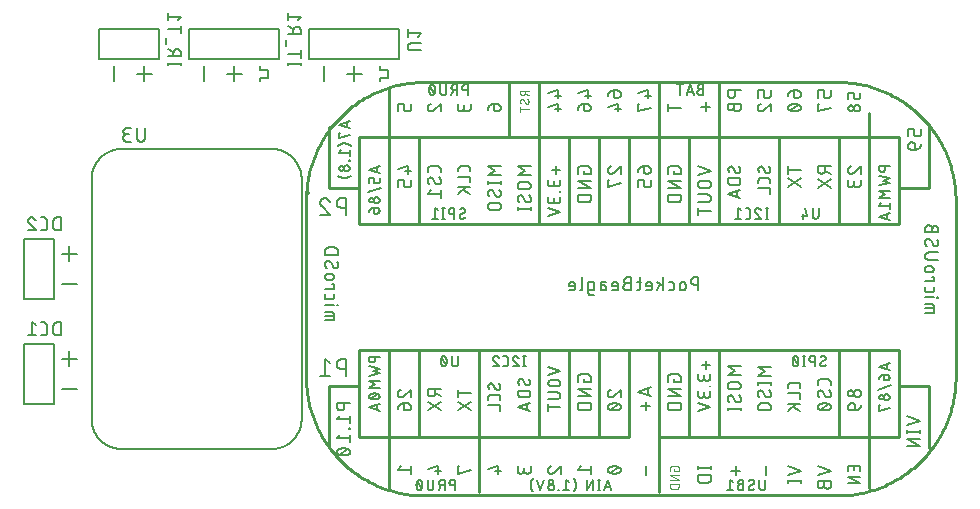
<source format=gbr>
G04 EAGLE Gerber RS-274X export*
G75*
%MOMM*%
%FSLAX34Y34*%
%LPD*%
%INSilkscreen Bottom*%
%IPPOS*%
%AMOC8*
5,1,8,0,0,1.08239X$1,22.5*%
G01*
%ADD10C,0.127000*%
%ADD11C,0.152400*%
%ADD12C,0.200000*%
%ADD13C,0.254000*%
%ADD14C,0.101600*%
%ADD15C,0.203200*%


D10*
X203200Y177800D02*
X177800Y177800D01*
X177800Y127000D01*
X203200Y127000D01*
X203200Y177800D01*
X215900Y171450D02*
X215900Y158750D01*
X222250Y165100D02*
X209550Y165100D01*
X209550Y139700D02*
X222250Y139700D01*
D11*
X208788Y184912D02*
X208788Y196088D01*
X205684Y196088D01*
X205573Y196086D01*
X205463Y196080D01*
X205352Y196070D01*
X205242Y196056D01*
X205133Y196039D01*
X205024Y196017D01*
X204916Y195992D01*
X204810Y195962D01*
X204704Y195929D01*
X204599Y195892D01*
X204496Y195852D01*
X204395Y195807D01*
X204295Y195760D01*
X204196Y195708D01*
X204100Y195653D01*
X204006Y195595D01*
X203914Y195534D01*
X203824Y195469D01*
X203736Y195401D01*
X203651Y195330D01*
X203569Y195256D01*
X203489Y195179D01*
X203412Y195099D01*
X203338Y195017D01*
X203267Y194932D01*
X203199Y194844D01*
X203134Y194754D01*
X203073Y194662D01*
X203015Y194568D01*
X202960Y194472D01*
X202908Y194373D01*
X202861Y194273D01*
X202816Y194172D01*
X202776Y194069D01*
X202739Y193964D01*
X202706Y193858D01*
X202676Y193752D01*
X202651Y193644D01*
X202629Y193535D01*
X202612Y193426D01*
X202598Y193316D01*
X202588Y193205D01*
X202582Y193095D01*
X202580Y192984D01*
X202579Y192984D02*
X202579Y188016D01*
X202580Y188016D02*
X202582Y187905D01*
X202588Y187795D01*
X202598Y187684D01*
X202612Y187574D01*
X202629Y187465D01*
X202651Y187356D01*
X202676Y187248D01*
X202706Y187142D01*
X202739Y187036D01*
X202776Y186931D01*
X202816Y186828D01*
X202861Y186727D01*
X202908Y186627D01*
X202960Y186528D01*
X203015Y186432D01*
X203073Y186338D01*
X203134Y186246D01*
X203199Y186156D01*
X203267Y186068D01*
X203338Y185983D01*
X203412Y185901D01*
X203489Y185821D01*
X203569Y185744D01*
X203651Y185670D01*
X203736Y185599D01*
X203824Y185531D01*
X203914Y185466D01*
X204006Y185405D01*
X204100Y185347D01*
X204196Y185292D01*
X204295Y185240D01*
X204395Y185193D01*
X204496Y185148D01*
X204599Y185108D01*
X204704Y185071D01*
X204810Y185038D01*
X204916Y185008D01*
X205024Y184983D01*
X205133Y184961D01*
X205242Y184944D01*
X205352Y184930D01*
X205463Y184920D01*
X205573Y184914D01*
X205684Y184912D01*
X208788Y184912D01*
X194535Y184912D02*
X192051Y184912D01*
X194535Y184912D02*
X194633Y184914D01*
X194730Y184920D01*
X194827Y184929D01*
X194924Y184943D01*
X195020Y184960D01*
X195115Y184981D01*
X195209Y185005D01*
X195303Y185034D01*
X195395Y185066D01*
X195486Y185101D01*
X195575Y185140D01*
X195663Y185183D01*
X195749Y185229D01*
X195833Y185278D01*
X195915Y185331D01*
X195995Y185386D01*
X196073Y185445D01*
X196148Y185507D01*
X196221Y185572D01*
X196291Y185640D01*
X196359Y185710D01*
X196424Y185783D01*
X196486Y185858D01*
X196545Y185936D01*
X196600Y186016D01*
X196653Y186098D01*
X196702Y186182D01*
X196748Y186268D01*
X196791Y186356D01*
X196830Y186445D01*
X196865Y186536D01*
X196897Y186628D01*
X196926Y186722D01*
X196950Y186816D01*
X196971Y186911D01*
X196988Y187007D01*
X197002Y187104D01*
X197011Y187201D01*
X197017Y187299D01*
X197019Y187396D01*
X197019Y193604D01*
X197017Y193702D01*
X197011Y193799D01*
X197002Y193896D01*
X196988Y193993D01*
X196971Y194089D01*
X196950Y194184D01*
X196926Y194278D01*
X196897Y194372D01*
X196865Y194464D01*
X196830Y194555D01*
X196791Y194644D01*
X196748Y194732D01*
X196702Y194818D01*
X196653Y194902D01*
X196600Y194984D01*
X196545Y195064D01*
X196486Y195142D01*
X196424Y195217D01*
X196359Y195290D01*
X196291Y195360D01*
X196221Y195428D01*
X196148Y195493D01*
X196073Y195555D01*
X195995Y195614D01*
X195915Y195669D01*
X195833Y195722D01*
X195749Y195771D01*
X195663Y195817D01*
X195575Y195860D01*
X195486Y195899D01*
X195395Y195934D01*
X195303Y195966D01*
X195209Y195995D01*
X195115Y196019D01*
X195020Y196040D01*
X194924Y196057D01*
X194827Y196071D01*
X194730Y196080D01*
X194633Y196086D01*
X194535Y196088D01*
X192051Y196088D01*
X187452Y193604D02*
X184348Y196088D01*
X184348Y184912D01*
X187452Y184912D02*
X181243Y184912D01*
D10*
X177800Y266700D02*
X203200Y266700D01*
X177800Y266700D02*
X177800Y215900D01*
X203200Y215900D01*
X203200Y266700D01*
X215900Y260350D02*
X215900Y247650D01*
X222250Y254000D02*
X209550Y254000D01*
X209550Y228600D02*
X222250Y228600D01*
D11*
X208788Y273812D02*
X208788Y284988D01*
X205684Y284988D01*
X205573Y284986D01*
X205463Y284980D01*
X205352Y284970D01*
X205242Y284956D01*
X205133Y284939D01*
X205024Y284917D01*
X204916Y284892D01*
X204810Y284862D01*
X204704Y284829D01*
X204599Y284792D01*
X204496Y284752D01*
X204395Y284707D01*
X204295Y284660D01*
X204196Y284608D01*
X204100Y284553D01*
X204006Y284495D01*
X203914Y284434D01*
X203824Y284369D01*
X203736Y284301D01*
X203651Y284230D01*
X203569Y284156D01*
X203489Y284079D01*
X203412Y283999D01*
X203338Y283917D01*
X203267Y283832D01*
X203199Y283744D01*
X203134Y283654D01*
X203073Y283562D01*
X203015Y283468D01*
X202960Y283372D01*
X202908Y283273D01*
X202861Y283173D01*
X202816Y283072D01*
X202776Y282969D01*
X202739Y282864D01*
X202706Y282758D01*
X202676Y282652D01*
X202651Y282544D01*
X202629Y282435D01*
X202612Y282326D01*
X202598Y282216D01*
X202588Y282105D01*
X202582Y281995D01*
X202580Y281884D01*
X202579Y281884D02*
X202579Y276916D01*
X202580Y276916D02*
X202582Y276805D01*
X202588Y276695D01*
X202598Y276584D01*
X202612Y276474D01*
X202629Y276365D01*
X202651Y276256D01*
X202676Y276148D01*
X202706Y276042D01*
X202739Y275936D01*
X202776Y275831D01*
X202816Y275728D01*
X202861Y275627D01*
X202908Y275527D01*
X202960Y275428D01*
X203015Y275332D01*
X203073Y275238D01*
X203134Y275146D01*
X203199Y275056D01*
X203267Y274968D01*
X203338Y274883D01*
X203412Y274801D01*
X203489Y274721D01*
X203569Y274644D01*
X203651Y274570D01*
X203736Y274499D01*
X203824Y274431D01*
X203914Y274366D01*
X204006Y274305D01*
X204100Y274247D01*
X204196Y274192D01*
X204295Y274140D01*
X204395Y274093D01*
X204496Y274048D01*
X204599Y274008D01*
X204704Y273971D01*
X204810Y273938D01*
X204916Y273908D01*
X205024Y273883D01*
X205133Y273861D01*
X205242Y273844D01*
X205352Y273830D01*
X205463Y273820D01*
X205573Y273814D01*
X205684Y273812D01*
X208788Y273812D01*
X194535Y273812D02*
X192051Y273812D01*
X194535Y273812D02*
X194633Y273814D01*
X194730Y273820D01*
X194827Y273829D01*
X194924Y273843D01*
X195020Y273860D01*
X195115Y273881D01*
X195209Y273905D01*
X195303Y273934D01*
X195395Y273966D01*
X195486Y274001D01*
X195575Y274040D01*
X195663Y274083D01*
X195749Y274129D01*
X195833Y274178D01*
X195915Y274231D01*
X195995Y274286D01*
X196073Y274345D01*
X196148Y274407D01*
X196221Y274472D01*
X196291Y274540D01*
X196359Y274610D01*
X196424Y274683D01*
X196486Y274758D01*
X196545Y274836D01*
X196600Y274916D01*
X196653Y274998D01*
X196702Y275082D01*
X196748Y275168D01*
X196791Y275256D01*
X196830Y275345D01*
X196865Y275436D01*
X196897Y275528D01*
X196926Y275622D01*
X196950Y275716D01*
X196971Y275811D01*
X196988Y275907D01*
X197002Y276004D01*
X197011Y276101D01*
X197017Y276199D01*
X197019Y276296D01*
X197019Y282504D01*
X197017Y282602D01*
X197011Y282699D01*
X197002Y282796D01*
X196988Y282893D01*
X196971Y282989D01*
X196950Y283084D01*
X196926Y283178D01*
X196897Y283272D01*
X196865Y283364D01*
X196830Y283455D01*
X196791Y283544D01*
X196748Y283632D01*
X196702Y283718D01*
X196653Y283802D01*
X196600Y283884D01*
X196545Y283964D01*
X196486Y284042D01*
X196424Y284117D01*
X196359Y284190D01*
X196291Y284260D01*
X196221Y284328D01*
X196148Y284393D01*
X196073Y284455D01*
X195995Y284514D01*
X195915Y284569D01*
X195833Y284622D01*
X195749Y284671D01*
X195663Y284717D01*
X195575Y284760D01*
X195486Y284799D01*
X195395Y284834D01*
X195303Y284866D01*
X195209Y284895D01*
X195115Y284919D01*
X195020Y284940D01*
X194924Y284957D01*
X194827Y284971D01*
X194730Y284980D01*
X194633Y284986D01*
X194535Y284988D01*
X192051Y284988D01*
X184037Y284988D02*
X183933Y284986D01*
X183828Y284980D01*
X183724Y284970D01*
X183621Y284957D01*
X183518Y284939D01*
X183415Y284918D01*
X183314Y284893D01*
X183213Y284864D01*
X183114Y284831D01*
X183016Y284795D01*
X182920Y284755D01*
X182825Y284711D01*
X182731Y284664D01*
X182640Y284614D01*
X182551Y284560D01*
X182463Y284503D01*
X182378Y284442D01*
X182295Y284378D01*
X182215Y284312D01*
X182137Y284242D01*
X182061Y284170D01*
X181989Y284094D01*
X181919Y284016D01*
X181853Y283936D01*
X181789Y283853D01*
X181728Y283768D01*
X181671Y283680D01*
X181617Y283591D01*
X181567Y283500D01*
X181520Y283406D01*
X181476Y283311D01*
X181436Y283215D01*
X181400Y283117D01*
X181367Y283018D01*
X181338Y282917D01*
X181313Y282816D01*
X181292Y282713D01*
X181274Y282610D01*
X181261Y282507D01*
X181251Y282403D01*
X181245Y282298D01*
X181243Y282194D01*
X184037Y284989D02*
X184156Y284987D01*
X184274Y284981D01*
X184393Y284971D01*
X184511Y284958D01*
X184628Y284940D01*
X184745Y284918D01*
X184861Y284893D01*
X184976Y284864D01*
X185091Y284831D01*
X185204Y284794D01*
X185315Y284754D01*
X185426Y284710D01*
X185534Y284662D01*
X185641Y284611D01*
X185747Y284556D01*
X185850Y284497D01*
X185952Y284436D01*
X186051Y284371D01*
X186149Y284302D01*
X186243Y284231D01*
X186336Y284156D01*
X186426Y284079D01*
X186513Y283998D01*
X186598Y283915D01*
X186680Y283829D01*
X186759Y283740D01*
X186835Y283649D01*
X186908Y283555D01*
X186977Y283459D01*
X187044Y283360D01*
X187107Y283260D01*
X187167Y283157D01*
X187224Y283053D01*
X187276Y282946D01*
X187326Y282838D01*
X187372Y282729D01*
X187414Y282617D01*
X187452Y282505D01*
X182174Y280021D02*
X182099Y280095D01*
X182027Y280172D01*
X181957Y280251D01*
X181890Y280333D01*
X181826Y280417D01*
X181765Y280503D01*
X181707Y280591D01*
X181652Y280682D01*
X181600Y280774D01*
X181552Y280868D01*
X181507Y280963D01*
X181465Y281061D01*
X181427Y281159D01*
X181392Y281259D01*
X181361Y281360D01*
X181334Y281462D01*
X181310Y281565D01*
X181289Y281668D01*
X181273Y281773D01*
X181260Y281878D01*
X181250Y281983D01*
X181245Y282088D01*
X181243Y282194D01*
X182174Y280021D02*
X187452Y273812D01*
X181243Y273812D01*
D10*
X495300Y419100D02*
X495300Y444500D01*
X419100Y444500D01*
X419100Y419100D01*
X495300Y419100D01*
X463550Y406400D02*
X450850Y406400D01*
X457200Y400050D02*
X457200Y412750D01*
X431800Y412750D02*
X431800Y400050D01*
X479425Y400050D02*
X479425Y403225D01*
X485775Y403225D01*
X485775Y409575D01*
X479425Y409575D01*
X479425Y412750D01*
D11*
X505516Y426212D02*
X513588Y426212D01*
X505516Y426212D02*
X505405Y426214D01*
X505295Y426220D01*
X505184Y426230D01*
X505074Y426244D01*
X504965Y426261D01*
X504856Y426283D01*
X504748Y426308D01*
X504642Y426338D01*
X504536Y426371D01*
X504431Y426408D01*
X504328Y426448D01*
X504227Y426493D01*
X504127Y426540D01*
X504028Y426592D01*
X503932Y426647D01*
X503838Y426705D01*
X503746Y426766D01*
X503656Y426831D01*
X503568Y426899D01*
X503483Y426970D01*
X503401Y427044D01*
X503321Y427121D01*
X503244Y427201D01*
X503170Y427283D01*
X503099Y427368D01*
X503031Y427456D01*
X502966Y427546D01*
X502905Y427638D01*
X502847Y427732D01*
X502792Y427828D01*
X502740Y427927D01*
X502693Y428027D01*
X502648Y428128D01*
X502608Y428231D01*
X502571Y428336D01*
X502538Y428442D01*
X502508Y428548D01*
X502483Y428656D01*
X502461Y428765D01*
X502444Y428874D01*
X502430Y428984D01*
X502420Y429095D01*
X502414Y429205D01*
X502412Y429316D01*
X502414Y429427D01*
X502420Y429537D01*
X502430Y429648D01*
X502444Y429758D01*
X502461Y429867D01*
X502483Y429976D01*
X502508Y430084D01*
X502538Y430190D01*
X502571Y430296D01*
X502608Y430401D01*
X502648Y430504D01*
X502693Y430605D01*
X502740Y430705D01*
X502792Y430804D01*
X502847Y430900D01*
X502905Y430994D01*
X502966Y431086D01*
X503031Y431176D01*
X503099Y431264D01*
X503170Y431349D01*
X503244Y431431D01*
X503321Y431511D01*
X503401Y431588D01*
X503483Y431662D01*
X503568Y431733D01*
X503656Y431801D01*
X503746Y431866D01*
X503838Y431927D01*
X503932Y431985D01*
X504028Y432040D01*
X504127Y432092D01*
X504227Y432139D01*
X504328Y432184D01*
X504431Y432224D01*
X504536Y432261D01*
X504642Y432294D01*
X504748Y432324D01*
X504856Y432349D01*
X504965Y432371D01*
X505074Y432388D01*
X505184Y432402D01*
X505295Y432412D01*
X505405Y432418D01*
X505516Y432420D01*
X505516Y432421D02*
X513588Y432421D01*
X511104Y438023D02*
X513588Y441127D01*
X502412Y441127D01*
X502412Y438023D02*
X502412Y444232D01*
D10*
X412750Y317500D02*
X412750Y114300D01*
X412743Y113686D01*
X412720Y113073D01*
X412683Y112460D01*
X412631Y111849D01*
X412565Y111238D01*
X412483Y110630D01*
X412387Y110024D01*
X412277Y109420D01*
X412152Y108819D01*
X412012Y108221D01*
X411858Y107627D01*
X411689Y107037D01*
X411507Y106451D01*
X411310Y105870D01*
X411099Y105293D01*
X410875Y104722D01*
X410637Y104156D01*
X410385Y103596D01*
X410119Y103043D01*
X409841Y102496D01*
X409549Y101956D01*
X409244Y101423D01*
X408926Y100898D01*
X408596Y100380D01*
X408254Y99871D01*
X407899Y99370D01*
X407532Y98878D01*
X407154Y98395D01*
X406764Y97921D01*
X406362Y97457D01*
X405950Y97002D01*
X405526Y96558D01*
X405092Y96124D01*
X404648Y95700D01*
X404193Y95288D01*
X403729Y94886D01*
X403255Y94496D01*
X402772Y94118D01*
X402280Y93751D01*
X401779Y93396D01*
X401270Y93054D01*
X400752Y92724D01*
X400227Y92406D01*
X399694Y92101D01*
X399154Y91809D01*
X398607Y91531D01*
X398054Y91265D01*
X397494Y91013D01*
X396928Y90775D01*
X396357Y90551D01*
X395780Y90340D01*
X395199Y90143D01*
X394613Y89961D01*
X394023Y89792D01*
X393429Y89638D01*
X392831Y89498D01*
X392230Y89373D01*
X391626Y89263D01*
X391020Y89167D01*
X390412Y89085D01*
X389801Y89019D01*
X389190Y88967D01*
X388577Y88930D01*
X387964Y88907D01*
X387350Y88900D01*
X260350Y88900D01*
X259736Y88907D01*
X259123Y88930D01*
X258510Y88967D01*
X257899Y89019D01*
X257288Y89085D01*
X256680Y89167D01*
X256074Y89263D01*
X255470Y89373D01*
X254869Y89498D01*
X254271Y89638D01*
X253677Y89792D01*
X253087Y89961D01*
X252501Y90143D01*
X251920Y90340D01*
X251343Y90551D01*
X250772Y90775D01*
X250206Y91013D01*
X249646Y91265D01*
X249093Y91531D01*
X248546Y91809D01*
X248006Y92101D01*
X247473Y92406D01*
X246948Y92724D01*
X246430Y93054D01*
X245921Y93396D01*
X245420Y93751D01*
X244928Y94118D01*
X244445Y94496D01*
X243971Y94886D01*
X243507Y95288D01*
X243052Y95700D01*
X242608Y96124D01*
X242174Y96558D01*
X241750Y97002D01*
X241338Y97457D01*
X240936Y97921D01*
X240546Y98395D01*
X240168Y98878D01*
X239801Y99370D01*
X239446Y99871D01*
X239104Y100380D01*
X238774Y100898D01*
X238456Y101423D01*
X238151Y101956D01*
X237859Y102496D01*
X237581Y103043D01*
X237315Y103596D01*
X237063Y104156D01*
X236825Y104722D01*
X236601Y105293D01*
X236390Y105870D01*
X236193Y106451D01*
X236011Y107037D01*
X235842Y107627D01*
X235688Y108221D01*
X235548Y108819D01*
X235423Y109420D01*
X235313Y110024D01*
X235217Y110630D01*
X235135Y111238D01*
X235069Y111849D01*
X235017Y112460D01*
X234980Y113073D01*
X234957Y113686D01*
X234950Y114300D01*
X234950Y317500D01*
X234957Y318114D01*
X234980Y318727D01*
X235017Y319340D01*
X235069Y319951D01*
X235135Y320562D01*
X235217Y321170D01*
X235313Y321776D01*
X235423Y322380D01*
X235548Y322981D01*
X235688Y323579D01*
X235842Y324173D01*
X236011Y324763D01*
X236193Y325349D01*
X236390Y325930D01*
X236601Y326507D01*
X236825Y327078D01*
X237063Y327644D01*
X237315Y328204D01*
X237581Y328757D01*
X237859Y329304D01*
X238151Y329844D01*
X238456Y330377D01*
X238774Y330902D01*
X239104Y331420D01*
X239446Y331929D01*
X239801Y332430D01*
X240168Y332922D01*
X240546Y333405D01*
X240936Y333879D01*
X241338Y334343D01*
X241750Y334798D01*
X242174Y335242D01*
X242608Y335676D01*
X243052Y336100D01*
X243507Y336512D01*
X243971Y336914D01*
X244445Y337304D01*
X244928Y337682D01*
X245420Y338049D01*
X245921Y338404D01*
X246430Y338746D01*
X246948Y339076D01*
X247473Y339394D01*
X248006Y339699D01*
X248546Y339991D01*
X249093Y340269D01*
X249646Y340535D01*
X250206Y340787D01*
X250772Y341025D01*
X251343Y341249D01*
X251920Y341460D01*
X252501Y341657D01*
X253087Y341839D01*
X253677Y342008D01*
X254271Y342162D01*
X254869Y342302D01*
X255470Y342427D01*
X256074Y342537D01*
X256680Y342633D01*
X257288Y342715D01*
X257899Y342781D01*
X258510Y342833D01*
X259123Y342870D01*
X259736Y342893D01*
X260350Y342900D01*
X387350Y342900D01*
X387964Y342893D01*
X388577Y342870D01*
X389190Y342833D01*
X389801Y342781D01*
X390412Y342715D01*
X391020Y342633D01*
X391626Y342537D01*
X392230Y342427D01*
X392831Y342302D01*
X393429Y342162D01*
X394023Y342008D01*
X394613Y341839D01*
X395199Y341657D01*
X395780Y341460D01*
X396357Y341249D01*
X396928Y341025D01*
X397494Y340787D01*
X398054Y340535D01*
X398607Y340269D01*
X399154Y339991D01*
X399694Y339699D01*
X400227Y339394D01*
X400752Y339076D01*
X401270Y338746D01*
X401779Y338404D01*
X402280Y338049D01*
X402772Y337682D01*
X403255Y337304D01*
X403729Y336914D01*
X404193Y336512D01*
X404648Y336100D01*
X405092Y335676D01*
X405526Y335242D01*
X405950Y334798D01*
X406362Y334343D01*
X406764Y333879D01*
X407154Y333405D01*
X407532Y332922D01*
X407899Y332430D01*
X408254Y331929D01*
X408596Y331420D01*
X408926Y330902D01*
X409244Y330377D01*
X409549Y329844D01*
X409841Y329304D01*
X410119Y328757D01*
X410385Y328204D01*
X410637Y327644D01*
X410875Y327078D01*
X411099Y326507D01*
X411310Y325930D01*
X411507Y325349D01*
X411689Y324763D01*
X411858Y324173D01*
X412012Y323579D01*
X412152Y322981D01*
X412277Y322380D01*
X412387Y321776D01*
X412483Y321170D01*
X412565Y320562D01*
X412631Y319951D01*
X412683Y319340D01*
X412720Y318727D01*
X412743Y318114D01*
X412750Y317500D01*
D12*
X416850Y305900D02*
X416852Y305963D01*
X416858Y306025D01*
X416868Y306087D01*
X416881Y306149D01*
X416899Y306209D01*
X416920Y306268D01*
X416945Y306326D01*
X416974Y306382D01*
X417006Y306436D01*
X417041Y306488D01*
X417079Y306537D01*
X417121Y306585D01*
X417165Y306629D01*
X417213Y306671D01*
X417262Y306709D01*
X417314Y306744D01*
X417368Y306776D01*
X417424Y306805D01*
X417482Y306830D01*
X417541Y306851D01*
X417601Y306869D01*
X417663Y306882D01*
X417725Y306892D01*
X417787Y306898D01*
X417850Y306900D01*
X417913Y306898D01*
X417975Y306892D01*
X418037Y306882D01*
X418099Y306869D01*
X418159Y306851D01*
X418218Y306830D01*
X418276Y306805D01*
X418332Y306776D01*
X418386Y306744D01*
X418438Y306709D01*
X418487Y306671D01*
X418535Y306629D01*
X418579Y306585D01*
X418621Y306537D01*
X418659Y306488D01*
X418694Y306436D01*
X418726Y306382D01*
X418755Y306326D01*
X418780Y306268D01*
X418801Y306209D01*
X418819Y306149D01*
X418832Y306087D01*
X418842Y306025D01*
X418848Y305963D01*
X418850Y305900D01*
X418848Y305837D01*
X418842Y305775D01*
X418832Y305713D01*
X418819Y305651D01*
X418801Y305591D01*
X418780Y305532D01*
X418755Y305474D01*
X418726Y305418D01*
X418694Y305364D01*
X418659Y305312D01*
X418621Y305263D01*
X418579Y305215D01*
X418535Y305171D01*
X418487Y305129D01*
X418438Y305091D01*
X418386Y305056D01*
X418332Y305024D01*
X418276Y304995D01*
X418218Y304970D01*
X418159Y304949D01*
X418099Y304931D01*
X418037Y304918D01*
X417975Y304908D01*
X417913Y304902D01*
X417850Y304900D01*
X417787Y304902D01*
X417725Y304908D01*
X417663Y304918D01*
X417601Y304931D01*
X417541Y304949D01*
X417482Y304970D01*
X417424Y304995D01*
X417368Y305024D01*
X417314Y305056D01*
X417262Y305091D01*
X417213Y305129D01*
X417165Y305171D01*
X417121Y305215D01*
X417079Y305263D01*
X417041Y305312D01*
X417006Y305364D01*
X416974Y305418D01*
X416945Y305474D01*
X416920Y305532D01*
X416899Y305591D01*
X416881Y305651D01*
X416868Y305713D01*
X416858Y305775D01*
X416852Y305837D01*
X416850Y305900D01*
D10*
X279865Y352210D02*
X279865Y360465D01*
X279865Y352210D02*
X279863Y352099D01*
X279857Y351989D01*
X279848Y351878D01*
X279834Y351768D01*
X279817Y351659D01*
X279796Y351550D01*
X279771Y351442D01*
X279742Y351335D01*
X279710Y351229D01*
X279674Y351124D01*
X279634Y351021D01*
X279591Y350919D01*
X279544Y350818D01*
X279493Y350719D01*
X279440Y350622D01*
X279383Y350528D01*
X279322Y350435D01*
X279259Y350344D01*
X279192Y350255D01*
X279122Y350169D01*
X279049Y350086D01*
X278974Y350004D01*
X278896Y349926D01*
X278814Y349851D01*
X278731Y349778D01*
X278645Y349708D01*
X278556Y349641D01*
X278465Y349578D01*
X278372Y349517D01*
X278277Y349460D01*
X278181Y349407D01*
X278082Y349356D01*
X277981Y349309D01*
X277879Y349266D01*
X277776Y349226D01*
X277671Y349190D01*
X277565Y349158D01*
X277458Y349129D01*
X277350Y349104D01*
X277241Y349083D01*
X277132Y349066D01*
X277022Y349052D01*
X276911Y349043D01*
X276801Y349037D01*
X276690Y349035D01*
X276579Y349037D01*
X276469Y349043D01*
X276358Y349052D01*
X276248Y349066D01*
X276139Y349083D01*
X276030Y349104D01*
X275922Y349129D01*
X275815Y349158D01*
X275709Y349190D01*
X275604Y349226D01*
X275501Y349266D01*
X275399Y349309D01*
X275298Y349356D01*
X275199Y349407D01*
X275103Y349460D01*
X275008Y349517D01*
X274915Y349578D01*
X274824Y349641D01*
X274735Y349708D01*
X274649Y349778D01*
X274566Y349851D01*
X274484Y349926D01*
X274406Y350004D01*
X274331Y350086D01*
X274258Y350169D01*
X274188Y350255D01*
X274121Y350344D01*
X274058Y350435D01*
X273997Y350528D01*
X273940Y350623D01*
X273887Y350719D01*
X273836Y350818D01*
X273789Y350919D01*
X273746Y351021D01*
X273706Y351124D01*
X273670Y351229D01*
X273638Y351335D01*
X273609Y351442D01*
X273584Y351550D01*
X273563Y351659D01*
X273546Y351768D01*
X273532Y351878D01*
X273523Y351989D01*
X273517Y352099D01*
X273515Y352210D01*
X273515Y360465D01*
X268054Y349035D02*
X264879Y349035D01*
X264768Y349037D01*
X264658Y349043D01*
X264547Y349052D01*
X264437Y349066D01*
X264328Y349083D01*
X264219Y349104D01*
X264111Y349129D01*
X264004Y349158D01*
X263898Y349190D01*
X263793Y349226D01*
X263690Y349266D01*
X263588Y349309D01*
X263487Y349356D01*
X263388Y349407D01*
X263292Y349460D01*
X263197Y349517D01*
X263104Y349578D01*
X263013Y349641D01*
X262924Y349708D01*
X262838Y349778D01*
X262755Y349851D01*
X262673Y349926D01*
X262595Y350004D01*
X262520Y350086D01*
X262447Y350169D01*
X262377Y350255D01*
X262310Y350344D01*
X262247Y350435D01*
X262186Y350528D01*
X262129Y350623D01*
X262076Y350719D01*
X262025Y350818D01*
X261978Y350919D01*
X261935Y351021D01*
X261895Y351124D01*
X261859Y351229D01*
X261827Y351335D01*
X261798Y351442D01*
X261773Y351550D01*
X261752Y351659D01*
X261735Y351768D01*
X261721Y351878D01*
X261712Y351989D01*
X261706Y352099D01*
X261704Y352210D01*
X261706Y352321D01*
X261712Y352431D01*
X261721Y352542D01*
X261735Y352652D01*
X261752Y352761D01*
X261773Y352870D01*
X261798Y352978D01*
X261827Y353085D01*
X261859Y353191D01*
X261895Y353296D01*
X261935Y353399D01*
X261978Y353501D01*
X262025Y353602D01*
X262076Y353701D01*
X262129Y353798D01*
X262186Y353892D01*
X262247Y353985D01*
X262310Y354076D01*
X262377Y354165D01*
X262447Y354251D01*
X262520Y354334D01*
X262595Y354416D01*
X262673Y354494D01*
X262755Y354569D01*
X262838Y354642D01*
X262924Y354712D01*
X263013Y354779D01*
X263104Y354842D01*
X263197Y354903D01*
X263292Y354960D01*
X263388Y355013D01*
X263487Y355064D01*
X263588Y355111D01*
X263690Y355154D01*
X263793Y355194D01*
X263898Y355230D01*
X264004Y355262D01*
X264111Y355291D01*
X264219Y355316D01*
X264328Y355337D01*
X264437Y355354D01*
X264547Y355368D01*
X264658Y355377D01*
X264768Y355383D01*
X264879Y355385D01*
X264244Y360465D02*
X268054Y360465D01*
X264244Y360465D02*
X264144Y360463D01*
X264045Y360457D01*
X263945Y360447D01*
X263847Y360434D01*
X263748Y360416D01*
X263651Y360395D01*
X263555Y360370D01*
X263459Y360341D01*
X263365Y360308D01*
X263272Y360272D01*
X263181Y360232D01*
X263091Y360188D01*
X263003Y360141D01*
X262917Y360091D01*
X262833Y360037D01*
X262751Y359980D01*
X262672Y359920D01*
X262594Y359856D01*
X262520Y359790D01*
X262448Y359721D01*
X262379Y359649D01*
X262313Y359575D01*
X262249Y359497D01*
X262189Y359418D01*
X262132Y359336D01*
X262078Y359252D01*
X262028Y359166D01*
X261981Y359078D01*
X261937Y358988D01*
X261897Y358897D01*
X261861Y358804D01*
X261828Y358710D01*
X261799Y358614D01*
X261774Y358518D01*
X261753Y358421D01*
X261735Y358322D01*
X261722Y358224D01*
X261712Y358124D01*
X261706Y358025D01*
X261704Y357925D01*
X261706Y357825D01*
X261712Y357726D01*
X261722Y357626D01*
X261735Y357528D01*
X261753Y357429D01*
X261774Y357332D01*
X261799Y357236D01*
X261828Y357140D01*
X261861Y357046D01*
X261897Y356953D01*
X261937Y356862D01*
X261981Y356772D01*
X262028Y356684D01*
X262078Y356598D01*
X262132Y356514D01*
X262189Y356432D01*
X262249Y356353D01*
X262313Y356275D01*
X262379Y356201D01*
X262448Y356129D01*
X262520Y356060D01*
X262594Y355994D01*
X262672Y355930D01*
X262751Y355870D01*
X262833Y355813D01*
X262917Y355759D01*
X263003Y355709D01*
X263091Y355662D01*
X263181Y355618D01*
X263272Y355578D01*
X263365Y355542D01*
X263459Y355509D01*
X263555Y355480D01*
X263651Y355455D01*
X263748Y355434D01*
X263847Y355416D01*
X263945Y355403D01*
X264045Y355393D01*
X264144Y355387D01*
X264244Y355385D01*
X266784Y355385D01*
X393700Y419100D02*
X393700Y444500D01*
X317500Y444500D01*
X317500Y419100D01*
X393700Y419100D01*
X361950Y406400D02*
X349250Y406400D01*
X355600Y400050D02*
X355600Y412750D01*
X330200Y412750D02*
X330200Y400050D01*
X377825Y400050D02*
X377825Y403225D01*
X384175Y403225D01*
X384175Y409575D01*
X377825Y409575D01*
X377825Y412750D01*
D11*
X400812Y414754D02*
X411988Y414754D01*
X400812Y413512D02*
X400812Y415996D01*
X411988Y415996D02*
X411988Y413512D01*
X411988Y423136D02*
X400812Y423136D01*
X411988Y420031D02*
X411988Y426240D01*
X399570Y430177D02*
X399570Y435144D01*
X400812Y440316D02*
X411988Y440316D01*
X411988Y443421D01*
X411986Y443532D01*
X411980Y443642D01*
X411970Y443753D01*
X411956Y443863D01*
X411939Y443972D01*
X411917Y444081D01*
X411892Y444189D01*
X411862Y444295D01*
X411829Y444401D01*
X411792Y444506D01*
X411752Y444609D01*
X411707Y444710D01*
X411660Y444810D01*
X411608Y444909D01*
X411553Y445005D01*
X411495Y445099D01*
X411434Y445191D01*
X411369Y445281D01*
X411301Y445369D01*
X411230Y445454D01*
X411156Y445536D01*
X411079Y445616D01*
X410999Y445693D01*
X410917Y445767D01*
X410832Y445838D01*
X410744Y445906D01*
X410654Y445971D01*
X410562Y446032D01*
X410468Y446090D01*
X410372Y446145D01*
X410273Y446197D01*
X410173Y446244D01*
X410072Y446289D01*
X409969Y446329D01*
X409864Y446366D01*
X409758Y446399D01*
X409652Y446429D01*
X409544Y446454D01*
X409435Y446476D01*
X409326Y446493D01*
X409216Y446507D01*
X409105Y446517D01*
X408995Y446523D01*
X408884Y446525D01*
X408773Y446523D01*
X408663Y446517D01*
X408552Y446507D01*
X408442Y446493D01*
X408333Y446476D01*
X408224Y446454D01*
X408116Y446429D01*
X408010Y446399D01*
X407904Y446366D01*
X407799Y446329D01*
X407696Y446289D01*
X407595Y446244D01*
X407495Y446197D01*
X407396Y446145D01*
X407300Y446090D01*
X407206Y446032D01*
X407114Y445971D01*
X407024Y445906D01*
X406936Y445838D01*
X406851Y445767D01*
X406769Y445693D01*
X406689Y445616D01*
X406612Y445536D01*
X406538Y445454D01*
X406467Y445369D01*
X406399Y445281D01*
X406334Y445191D01*
X406273Y445099D01*
X406215Y445005D01*
X406160Y444909D01*
X406108Y444810D01*
X406061Y444710D01*
X406016Y444609D01*
X405976Y444506D01*
X405939Y444401D01*
X405906Y444295D01*
X405876Y444189D01*
X405851Y444081D01*
X405829Y443972D01*
X405812Y443863D01*
X405798Y443753D01*
X405788Y443642D01*
X405782Y443532D01*
X405780Y443421D01*
X405779Y443421D02*
X405779Y440316D01*
X405779Y444042D02*
X400812Y446525D01*
X409504Y451654D02*
X411988Y454759D01*
X400812Y454759D01*
X400812Y457863D02*
X400812Y451654D01*
D10*
X292100Y444500D02*
X292100Y419100D01*
X292100Y444500D02*
X241300Y444500D01*
X241300Y419100D01*
X292100Y419100D01*
X285750Y406400D02*
X273050Y406400D01*
X279400Y400050D02*
X279400Y412750D01*
X254000Y412750D02*
X254000Y400050D01*
D11*
X299212Y414754D02*
X310388Y414754D01*
X299212Y413512D02*
X299212Y415996D01*
X310388Y415996D02*
X310388Y413512D01*
X310388Y421266D02*
X299212Y421266D01*
X310388Y421266D02*
X310388Y424371D01*
X310386Y424482D01*
X310380Y424592D01*
X310370Y424703D01*
X310356Y424813D01*
X310339Y424922D01*
X310317Y425031D01*
X310292Y425139D01*
X310262Y425245D01*
X310229Y425351D01*
X310192Y425456D01*
X310152Y425559D01*
X310107Y425660D01*
X310060Y425760D01*
X310008Y425859D01*
X309953Y425955D01*
X309895Y426049D01*
X309834Y426141D01*
X309769Y426231D01*
X309701Y426319D01*
X309630Y426404D01*
X309556Y426486D01*
X309479Y426566D01*
X309399Y426643D01*
X309317Y426717D01*
X309232Y426788D01*
X309144Y426856D01*
X309054Y426921D01*
X308962Y426982D01*
X308868Y427040D01*
X308772Y427095D01*
X308673Y427147D01*
X308573Y427194D01*
X308472Y427239D01*
X308369Y427279D01*
X308264Y427316D01*
X308158Y427349D01*
X308052Y427379D01*
X307944Y427404D01*
X307835Y427426D01*
X307726Y427443D01*
X307616Y427457D01*
X307505Y427467D01*
X307395Y427473D01*
X307284Y427475D01*
X307173Y427473D01*
X307063Y427467D01*
X306952Y427457D01*
X306842Y427443D01*
X306733Y427426D01*
X306624Y427404D01*
X306516Y427379D01*
X306410Y427349D01*
X306304Y427316D01*
X306199Y427279D01*
X306096Y427239D01*
X305995Y427194D01*
X305895Y427147D01*
X305796Y427095D01*
X305700Y427040D01*
X305606Y426982D01*
X305514Y426921D01*
X305424Y426856D01*
X305336Y426788D01*
X305251Y426717D01*
X305169Y426643D01*
X305089Y426566D01*
X305012Y426486D01*
X304938Y426404D01*
X304867Y426319D01*
X304799Y426231D01*
X304734Y426141D01*
X304673Y426049D01*
X304615Y425955D01*
X304560Y425859D01*
X304508Y425760D01*
X304461Y425660D01*
X304416Y425559D01*
X304376Y425456D01*
X304339Y425351D01*
X304306Y425245D01*
X304276Y425139D01*
X304251Y425031D01*
X304229Y424922D01*
X304212Y424813D01*
X304198Y424703D01*
X304188Y424592D01*
X304182Y424482D01*
X304180Y424371D01*
X304179Y424371D02*
X304179Y421266D01*
X304179Y424992D02*
X299212Y427475D01*
X297970Y432082D02*
X297970Y437049D01*
X299212Y444091D02*
X310388Y444091D01*
X310388Y447195D02*
X310388Y440986D01*
X307904Y451654D02*
X310388Y454759D01*
X299212Y454759D01*
X299212Y457863D02*
X299212Y451654D01*
D13*
X516470Y399530D02*
X866470Y399530D01*
X868886Y399501D01*
X871301Y399413D01*
X873713Y399267D01*
X876121Y399063D01*
X878524Y398801D01*
X880919Y398481D01*
X883306Y398103D01*
X885683Y397667D01*
X888048Y397174D01*
X890402Y396624D01*
X892741Y396018D01*
X895065Y395355D01*
X897372Y394636D01*
X899661Y393861D01*
X901930Y393032D01*
X904179Y392147D01*
X906406Y391209D01*
X908610Y390217D01*
X910789Y389173D01*
X912942Y388076D01*
X915068Y386927D01*
X917166Y385727D01*
X919234Y384477D01*
X921271Y383177D01*
X923276Y381828D01*
X925249Y380432D01*
X927186Y378988D01*
X929089Y377497D01*
X930954Y375962D01*
X932782Y374381D01*
X934572Y372757D01*
X936321Y371090D01*
X938030Y369381D01*
X939697Y367632D01*
X941321Y365842D01*
X942902Y364014D01*
X944437Y362149D01*
X945928Y360246D01*
X947372Y358309D01*
X948768Y356336D01*
X950117Y354331D01*
X951417Y352294D01*
X952667Y350226D01*
X953867Y348128D01*
X955016Y346002D01*
X956113Y343849D01*
X957157Y341670D01*
X958149Y339466D01*
X959087Y337239D01*
X959972Y334990D01*
X960801Y332721D01*
X961576Y330432D01*
X962295Y328125D01*
X962958Y325801D01*
X963564Y323462D01*
X964114Y321108D01*
X964607Y318743D01*
X965043Y316366D01*
X965421Y313979D01*
X965741Y311584D01*
X966003Y309181D01*
X966207Y306773D01*
X966353Y304361D01*
X966441Y301946D01*
X966470Y299530D01*
X966470Y149530D01*
X966441Y147114D01*
X966353Y144699D01*
X966207Y142287D01*
X966003Y139879D01*
X965741Y137476D01*
X965421Y135081D01*
X965043Y132694D01*
X964607Y130317D01*
X964114Y127952D01*
X963564Y125598D01*
X962958Y123259D01*
X962295Y120935D01*
X961576Y118628D01*
X960801Y116339D01*
X959972Y114070D01*
X959087Y111821D01*
X958149Y109594D01*
X957157Y107390D01*
X956113Y105211D01*
X955016Y103058D01*
X953867Y100932D01*
X952667Y98834D01*
X951417Y96766D01*
X950117Y94729D01*
X948768Y92724D01*
X947372Y90751D01*
X945928Y88814D01*
X944437Y86911D01*
X942902Y85046D01*
X941321Y83218D01*
X939697Y81428D01*
X938030Y79679D01*
X936321Y77970D01*
X934572Y76303D01*
X932782Y74679D01*
X930954Y73098D01*
X929089Y71563D01*
X927186Y70072D01*
X925249Y68628D01*
X923276Y67232D01*
X921271Y65883D01*
X919234Y64583D01*
X917166Y63333D01*
X915068Y62133D01*
X912942Y60984D01*
X910789Y59887D01*
X908610Y58843D01*
X906406Y57851D01*
X904179Y56913D01*
X901930Y56028D01*
X899661Y55199D01*
X897372Y54424D01*
X895065Y53705D01*
X892741Y53042D01*
X890402Y52436D01*
X888048Y51886D01*
X885683Y51393D01*
X883306Y50957D01*
X880919Y50579D01*
X878524Y50259D01*
X876121Y49997D01*
X873713Y49793D01*
X871301Y49647D01*
X868886Y49559D01*
X866470Y49530D01*
X516470Y49530D01*
X514054Y49559D01*
X511639Y49647D01*
X509227Y49793D01*
X506819Y49997D01*
X504416Y50259D01*
X502021Y50579D01*
X499634Y50957D01*
X497257Y51393D01*
X494892Y51886D01*
X492538Y52436D01*
X490199Y53042D01*
X487875Y53705D01*
X485568Y54424D01*
X483279Y55199D01*
X481010Y56028D01*
X478761Y56913D01*
X476534Y57851D01*
X474330Y58843D01*
X472151Y59887D01*
X469998Y60984D01*
X467872Y62133D01*
X465774Y63333D01*
X463706Y64583D01*
X461669Y65883D01*
X459664Y67232D01*
X457691Y68628D01*
X455754Y70072D01*
X453851Y71563D01*
X451986Y73098D01*
X450158Y74679D01*
X448368Y76303D01*
X446619Y77970D01*
X444910Y79679D01*
X443243Y81428D01*
X441619Y83218D01*
X440038Y85046D01*
X438503Y86911D01*
X437012Y88814D01*
X435568Y90751D01*
X434172Y92724D01*
X432823Y94729D01*
X431523Y96766D01*
X430273Y98834D01*
X429073Y100932D01*
X427924Y103058D01*
X426827Y105211D01*
X425783Y107390D01*
X424791Y109594D01*
X423853Y111821D01*
X422968Y114070D01*
X422139Y116339D01*
X421364Y118628D01*
X420645Y120935D01*
X419982Y123259D01*
X419376Y125598D01*
X418826Y127952D01*
X418333Y130317D01*
X417897Y132694D01*
X417519Y135081D01*
X417199Y137476D01*
X416937Y139879D01*
X416733Y142287D01*
X416587Y144699D01*
X416499Y147114D01*
X416470Y149530D01*
X416470Y299530D01*
X416499Y301946D01*
X416587Y304361D01*
X416733Y306773D01*
X416937Y309181D01*
X417199Y311584D01*
X417519Y313979D01*
X417897Y316366D01*
X418333Y318743D01*
X418826Y321108D01*
X419376Y323462D01*
X419982Y325801D01*
X420645Y328125D01*
X421364Y330432D01*
X422139Y332721D01*
X422968Y334990D01*
X423853Y337239D01*
X424791Y339466D01*
X425783Y341670D01*
X426827Y343849D01*
X427924Y346002D01*
X429073Y348128D01*
X430273Y350226D01*
X431523Y352294D01*
X432823Y354331D01*
X434172Y356336D01*
X435568Y358309D01*
X437012Y360246D01*
X438503Y362149D01*
X440038Y364014D01*
X441619Y365842D01*
X443243Y367632D01*
X444910Y369381D01*
X446619Y371090D01*
X448368Y372757D01*
X450158Y374381D01*
X451986Y375962D01*
X453851Y377497D01*
X455754Y378988D01*
X457691Y380432D01*
X459664Y381828D01*
X461669Y383177D01*
X463706Y384477D01*
X465774Y385727D01*
X467872Y386927D01*
X469998Y388076D01*
X472151Y389173D01*
X474330Y390217D01*
X476534Y391209D01*
X478761Y392147D01*
X481010Y393032D01*
X483279Y393861D01*
X485568Y394636D01*
X487875Y395355D01*
X490199Y396018D01*
X492538Y396624D01*
X494892Y397174D01*
X497257Y397667D01*
X499634Y398103D01*
X502021Y398481D01*
X504416Y398801D01*
X506819Y399063D01*
X509227Y399267D01*
X511639Y399413D01*
X514054Y399501D01*
X516470Y399530D01*
D11*
X748538Y234188D02*
X748538Y223012D01*
X748538Y234188D02*
X745434Y234188D01*
X745323Y234186D01*
X745213Y234180D01*
X745102Y234170D01*
X744992Y234156D01*
X744883Y234139D01*
X744774Y234117D01*
X744666Y234092D01*
X744560Y234062D01*
X744454Y234029D01*
X744349Y233992D01*
X744246Y233952D01*
X744145Y233907D01*
X744045Y233860D01*
X743946Y233808D01*
X743850Y233753D01*
X743756Y233695D01*
X743664Y233634D01*
X743574Y233569D01*
X743486Y233501D01*
X743401Y233430D01*
X743319Y233356D01*
X743239Y233279D01*
X743162Y233199D01*
X743088Y233117D01*
X743017Y233032D01*
X742949Y232944D01*
X742884Y232854D01*
X742823Y232762D01*
X742765Y232668D01*
X742710Y232572D01*
X742658Y232473D01*
X742611Y232373D01*
X742566Y232272D01*
X742526Y232169D01*
X742489Y232064D01*
X742456Y231958D01*
X742426Y231852D01*
X742401Y231744D01*
X742379Y231635D01*
X742362Y231526D01*
X742348Y231416D01*
X742338Y231305D01*
X742332Y231195D01*
X742330Y231084D01*
X742332Y230973D01*
X742338Y230863D01*
X742348Y230752D01*
X742362Y230642D01*
X742379Y230533D01*
X742401Y230424D01*
X742426Y230316D01*
X742456Y230210D01*
X742489Y230104D01*
X742526Y229999D01*
X742566Y229896D01*
X742611Y229795D01*
X742658Y229695D01*
X742710Y229596D01*
X742765Y229500D01*
X742823Y229406D01*
X742884Y229314D01*
X742949Y229224D01*
X743017Y229136D01*
X743088Y229051D01*
X743162Y228969D01*
X743239Y228889D01*
X743319Y228812D01*
X743401Y228738D01*
X743486Y228667D01*
X743574Y228599D01*
X743664Y228534D01*
X743756Y228473D01*
X743850Y228415D01*
X743946Y228360D01*
X744045Y228308D01*
X744145Y228261D01*
X744246Y228216D01*
X744349Y228176D01*
X744454Y228139D01*
X744560Y228106D01*
X744666Y228076D01*
X744774Y228051D01*
X744883Y228029D01*
X744992Y228012D01*
X745102Y227998D01*
X745213Y227988D01*
X745323Y227982D01*
X745434Y227980D01*
X745434Y227979D02*
X748538Y227979D01*
X737842Y227979D02*
X737842Y225496D01*
X737842Y227979D02*
X737840Y228078D01*
X737834Y228176D01*
X737824Y228275D01*
X737811Y228372D01*
X737793Y228470D01*
X737772Y228566D01*
X737746Y228662D01*
X737717Y228756D01*
X737685Y228849D01*
X737648Y228941D01*
X737608Y229031D01*
X737564Y229120D01*
X737517Y229207D01*
X737467Y229292D01*
X737413Y229374D01*
X737356Y229455D01*
X737296Y229533D01*
X737232Y229609D01*
X737166Y229682D01*
X737097Y229753D01*
X737025Y229821D01*
X736950Y229885D01*
X736873Y229947D01*
X736794Y230006D01*
X736712Y230061D01*
X736628Y230114D01*
X736543Y230162D01*
X736455Y230208D01*
X736365Y230250D01*
X736274Y230288D01*
X736182Y230322D01*
X736088Y230353D01*
X735993Y230380D01*
X735897Y230404D01*
X735800Y230423D01*
X735703Y230439D01*
X735605Y230451D01*
X735506Y230459D01*
X735407Y230463D01*
X735309Y230463D01*
X735210Y230459D01*
X735111Y230451D01*
X735013Y230439D01*
X734916Y230423D01*
X734819Y230404D01*
X734723Y230380D01*
X734628Y230353D01*
X734534Y230322D01*
X734442Y230288D01*
X734351Y230250D01*
X734261Y230208D01*
X734173Y230162D01*
X734088Y230114D01*
X734004Y230061D01*
X733922Y230006D01*
X733843Y229947D01*
X733766Y229885D01*
X733691Y229821D01*
X733619Y229753D01*
X733550Y229682D01*
X733484Y229609D01*
X733420Y229533D01*
X733360Y229455D01*
X733303Y229374D01*
X733249Y229292D01*
X733199Y229207D01*
X733152Y229120D01*
X733108Y229031D01*
X733068Y228941D01*
X733031Y228849D01*
X732999Y228756D01*
X732970Y228662D01*
X732944Y228566D01*
X732923Y228470D01*
X732905Y228372D01*
X732892Y228275D01*
X732882Y228176D01*
X732876Y228078D01*
X732874Y227979D01*
X732875Y227979D02*
X732875Y225496D01*
X732874Y225496D02*
X732876Y225397D01*
X732882Y225299D01*
X732892Y225200D01*
X732905Y225103D01*
X732923Y225005D01*
X732944Y224909D01*
X732970Y224813D01*
X732999Y224719D01*
X733031Y224626D01*
X733068Y224534D01*
X733108Y224444D01*
X733152Y224355D01*
X733199Y224268D01*
X733249Y224183D01*
X733303Y224101D01*
X733360Y224020D01*
X733420Y223942D01*
X733484Y223866D01*
X733550Y223793D01*
X733619Y223722D01*
X733691Y223654D01*
X733766Y223590D01*
X733843Y223528D01*
X733922Y223469D01*
X734004Y223414D01*
X734088Y223361D01*
X734173Y223313D01*
X734261Y223267D01*
X734351Y223225D01*
X734442Y223187D01*
X734534Y223153D01*
X734628Y223122D01*
X734723Y223095D01*
X734819Y223071D01*
X734916Y223052D01*
X735013Y223036D01*
X735111Y223024D01*
X735210Y223016D01*
X735309Y223012D01*
X735407Y223012D01*
X735506Y223016D01*
X735605Y223024D01*
X735703Y223036D01*
X735800Y223052D01*
X735897Y223071D01*
X735993Y223095D01*
X736088Y223122D01*
X736182Y223153D01*
X736274Y223187D01*
X736365Y223225D01*
X736455Y223267D01*
X736543Y223313D01*
X736628Y223361D01*
X736712Y223414D01*
X736794Y223469D01*
X736873Y223528D01*
X736950Y223590D01*
X737025Y223654D01*
X737097Y223722D01*
X737166Y223793D01*
X737232Y223866D01*
X737296Y223942D01*
X737356Y224020D01*
X737413Y224101D01*
X737467Y224183D01*
X737517Y224268D01*
X737564Y224355D01*
X737608Y224444D01*
X737648Y224534D01*
X737685Y224626D01*
X737717Y224719D01*
X737746Y224813D01*
X737772Y224909D01*
X737793Y225005D01*
X737811Y225103D01*
X737824Y225200D01*
X737834Y225299D01*
X737840Y225397D01*
X737842Y225496D01*
X726057Y223012D02*
X723573Y223012D01*
X726057Y223012D02*
X726141Y223014D01*
X726224Y223020D01*
X726307Y223029D01*
X726390Y223042D01*
X726472Y223059D01*
X726553Y223079D01*
X726633Y223103D01*
X726712Y223131D01*
X726789Y223162D01*
X726865Y223196D01*
X726940Y223234D01*
X727013Y223276D01*
X727083Y223320D01*
X727152Y223368D01*
X727219Y223418D01*
X727283Y223472D01*
X727344Y223528D01*
X727404Y223588D01*
X727460Y223649D01*
X727514Y223713D01*
X727564Y223780D01*
X727612Y223849D01*
X727656Y223919D01*
X727698Y223992D01*
X727736Y224067D01*
X727770Y224143D01*
X727801Y224220D01*
X727829Y224299D01*
X727853Y224379D01*
X727873Y224460D01*
X727890Y224542D01*
X727903Y224625D01*
X727913Y224708D01*
X727918Y224791D01*
X727920Y224875D01*
X727919Y224875D02*
X727919Y228600D01*
X727920Y228600D02*
X727918Y228684D01*
X727913Y228767D01*
X727903Y228850D01*
X727890Y228933D01*
X727873Y229015D01*
X727853Y229096D01*
X727829Y229176D01*
X727801Y229255D01*
X727770Y229332D01*
X727736Y229408D01*
X727698Y229483D01*
X727656Y229556D01*
X727612Y229626D01*
X727564Y229695D01*
X727514Y229762D01*
X727460Y229826D01*
X727404Y229887D01*
X727344Y229947D01*
X727283Y230003D01*
X727219Y230057D01*
X727152Y230107D01*
X727083Y230155D01*
X727013Y230199D01*
X726940Y230241D01*
X726865Y230279D01*
X726789Y230313D01*
X726712Y230344D01*
X726633Y230372D01*
X726553Y230396D01*
X726472Y230416D01*
X726390Y230433D01*
X726307Y230446D01*
X726224Y230456D01*
X726141Y230461D01*
X726057Y230463D01*
X723573Y230463D01*
X718623Y234188D02*
X718623Y223012D01*
X718623Y226737D02*
X713655Y230463D01*
X716449Y228290D02*
X713655Y223012D01*
X707404Y223012D02*
X704300Y223012D01*
X707404Y223012D02*
X707488Y223014D01*
X707571Y223020D01*
X707654Y223029D01*
X707737Y223042D01*
X707819Y223059D01*
X707900Y223079D01*
X707980Y223103D01*
X708059Y223131D01*
X708136Y223162D01*
X708212Y223196D01*
X708287Y223234D01*
X708360Y223276D01*
X708430Y223320D01*
X708499Y223368D01*
X708566Y223418D01*
X708630Y223472D01*
X708691Y223528D01*
X708751Y223588D01*
X708807Y223649D01*
X708861Y223713D01*
X708911Y223780D01*
X708959Y223849D01*
X709003Y223919D01*
X709045Y223992D01*
X709083Y224067D01*
X709117Y224143D01*
X709148Y224220D01*
X709176Y224299D01*
X709200Y224379D01*
X709220Y224460D01*
X709237Y224542D01*
X709250Y224625D01*
X709260Y224708D01*
X709265Y224791D01*
X709267Y224875D01*
X709267Y227979D01*
X709265Y228078D01*
X709259Y228176D01*
X709249Y228275D01*
X709236Y228372D01*
X709218Y228470D01*
X709197Y228566D01*
X709171Y228662D01*
X709142Y228756D01*
X709110Y228849D01*
X709073Y228941D01*
X709033Y229031D01*
X708989Y229120D01*
X708942Y229207D01*
X708892Y229292D01*
X708838Y229374D01*
X708781Y229455D01*
X708721Y229533D01*
X708657Y229609D01*
X708591Y229682D01*
X708522Y229753D01*
X708450Y229821D01*
X708375Y229885D01*
X708298Y229947D01*
X708219Y230006D01*
X708137Y230061D01*
X708053Y230114D01*
X707968Y230162D01*
X707880Y230208D01*
X707790Y230250D01*
X707699Y230288D01*
X707607Y230322D01*
X707513Y230353D01*
X707418Y230380D01*
X707322Y230404D01*
X707225Y230423D01*
X707128Y230439D01*
X707030Y230451D01*
X706931Y230459D01*
X706832Y230463D01*
X706734Y230463D01*
X706635Y230459D01*
X706536Y230451D01*
X706438Y230439D01*
X706341Y230423D01*
X706244Y230404D01*
X706148Y230380D01*
X706053Y230353D01*
X705959Y230322D01*
X705867Y230288D01*
X705776Y230250D01*
X705686Y230208D01*
X705598Y230162D01*
X705513Y230114D01*
X705429Y230061D01*
X705347Y230006D01*
X705268Y229947D01*
X705191Y229885D01*
X705116Y229821D01*
X705044Y229753D01*
X704975Y229682D01*
X704909Y229609D01*
X704845Y229533D01*
X704785Y229455D01*
X704728Y229374D01*
X704674Y229292D01*
X704624Y229207D01*
X704577Y229120D01*
X704533Y229031D01*
X704493Y228941D01*
X704456Y228849D01*
X704424Y228756D01*
X704395Y228662D01*
X704369Y228566D01*
X704348Y228470D01*
X704330Y228372D01*
X704317Y228275D01*
X704307Y228176D01*
X704301Y228078D01*
X704299Y227979D01*
X704300Y227979D02*
X704300Y226737D01*
X709267Y226737D01*
X700380Y230463D02*
X696654Y230463D01*
X699138Y234188D02*
X699138Y224875D01*
X699136Y224791D01*
X699130Y224708D01*
X699121Y224625D01*
X699108Y224542D01*
X699091Y224460D01*
X699071Y224379D01*
X699047Y224299D01*
X699019Y224220D01*
X698988Y224143D01*
X698954Y224067D01*
X698916Y223992D01*
X698874Y223919D01*
X698830Y223849D01*
X698782Y223780D01*
X698732Y223713D01*
X698678Y223649D01*
X698622Y223588D01*
X698562Y223528D01*
X698501Y223472D01*
X698437Y223418D01*
X698370Y223368D01*
X698301Y223320D01*
X698231Y223276D01*
X698158Y223234D01*
X698083Y223196D01*
X698007Y223162D01*
X697930Y223131D01*
X697851Y223103D01*
X697771Y223079D01*
X697690Y223059D01*
X697608Y223042D01*
X697525Y223029D01*
X697442Y223019D01*
X697359Y223014D01*
X697275Y223012D01*
X696654Y223012D01*
X691388Y229221D02*
X688284Y229221D01*
X688284Y229220D02*
X688173Y229218D01*
X688063Y229212D01*
X687952Y229202D01*
X687842Y229188D01*
X687733Y229171D01*
X687624Y229149D01*
X687516Y229124D01*
X687410Y229094D01*
X687304Y229061D01*
X687199Y229024D01*
X687096Y228984D01*
X686995Y228939D01*
X686895Y228892D01*
X686796Y228840D01*
X686700Y228785D01*
X686606Y228727D01*
X686514Y228666D01*
X686424Y228601D01*
X686336Y228533D01*
X686251Y228462D01*
X686169Y228388D01*
X686089Y228311D01*
X686012Y228231D01*
X685938Y228149D01*
X685867Y228064D01*
X685799Y227976D01*
X685734Y227886D01*
X685673Y227794D01*
X685615Y227700D01*
X685560Y227604D01*
X685508Y227505D01*
X685461Y227405D01*
X685416Y227304D01*
X685376Y227201D01*
X685339Y227096D01*
X685306Y226990D01*
X685276Y226884D01*
X685251Y226776D01*
X685229Y226667D01*
X685212Y226558D01*
X685198Y226448D01*
X685188Y226337D01*
X685182Y226227D01*
X685180Y226116D01*
X685182Y226005D01*
X685188Y225895D01*
X685198Y225784D01*
X685212Y225674D01*
X685229Y225565D01*
X685251Y225456D01*
X685276Y225348D01*
X685306Y225242D01*
X685339Y225136D01*
X685376Y225031D01*
X685416Y224928D01*
X685461Y224827D01*
X685508Y224727D01*
X685560Y224628D01*
X685615Y224532D01*
X685673Y224438D01*
X685734Y224346D01*
X685799Y224256D01*
X685867Y224168D01*
X685938Y224083D01*
X686012Y224001D01*
X686089Y223921D01*
X686169Y223844D01*
X686251Y223770D01*
X686336Y223699D01*
X686424Y223631D01*
X686514Y223566D01*
X686606Y223505D01*
X686700Y223447D01*
X686796Y223392D01*
X686895Y223340D01*
X686995Y223293D01*
X687096Y223248D01*
X687199Y223208D01*
X687304Y223171D01*
X687410Y223138D01*
X687516Y223108D01*
X687624Y223083D01*
X687733Y223061D01*
X687842Y223044D01*
X687952Y223030D01*
X688063Y223020D01*
X688173Y223014D01*
X688284Y223012D01*
X691388Y223012D01*
X691388Y234188D01*
X688284Y234188D01*
X688185Y234186D01*
X688087Y234180D01*
X687988Y234170D01*
X687891Y234157D01*
X687793Y234139D01*
X687697Y234118D01*
X687601Y234092D01*
X687507Y234063D01*
X687414Y234031D01*
X687322Y233994D01*
X687232Y233954D01*
X687143Y233910D01*
X687056Y233863D01*
X686971Y233813D01*
X686889Y233759D01*
X686808Y233702D01*
X686730Y233642D01*
X686654Y233578D01*
X686581Y233512D01*
X686510Y233443D01*
X686442Y233371D01*
X686378Y233296D01*
X686316Y233219D01*
X686257Y233140D01*
X686202Y233058D01*
X686149Y232974D01*
X686101Y232889D01*
X686055Y232801D01*
X686013Y232711D01*
X685975Y232620D01*
X685941Y232528D01*
X685910Y232434D01*
X685883Y232339D01*
X685859Y232243D01*
X685840Y232146D01*
X685824Y232049D01*
X685812Y231951D01*
X685804Y231852D01*
X685800Y231753D01*
X685800Y231655D01*
X685804Y231556D01*
X685812Y231457D01*
X685824Y231359D01*
X685840Y231262D01*
X685859Y231165D01*
X685883Y231069D01*
X685910Y230974D01*
X685941Y230880D01*
X685975Y230788D01*
X686013Y230697D01*
X686055Y230607D01*
X686101Y230519D01*
X686149Y230434D01*
X686202Y230350D01*
X686257Y230268D01*
X686316Y230189D01*
X686378Y230112D01*
X686442Y230037D01*
X686510Y229965D01*
X686581Y229896D01*
X686654Y229830D01*
X686730Y229766D01*
X686808Y229706D01*
X686889Y229649D01*
X686971Y229595D01*
X687056Y229545D01*
X687143Y229498D01*
X687232Y229454D01*
X687322Y229414D01*
X687414Y229377D01*
X687507Y229345D01*
X687601Y229316D01*
X687697Y229290D01*
X687793Y229269D01*
X687891Y229251D01*
X687988Y229238D01*
X688087Y229228D01*
X688185Y229222D01*
X688284Y229220D01*
X678829Y223012D02*
X675725Y223012D01*
X678829Y223012D02*
X678913Y223014D01*
X678996Y223020D01*
X679079Y223029D01*
X679162Y223042D01*
X679244Y223059D01*
X679325Y223079D01*
X679405Y223103D01*
X679484Y223131D01*
X679561Y223162D01*
X679637Y223196D01*
X679712Y223234D01*
X679785Y223276D01*
X679855Y223320D01*
X679924Y223368D01*
X679991Y223418D01*
X680055Y223472D01*
X680116Y223528D01*
X680176Y223588D01*
X680232Y223649D01*
X680286Y223713D01*
X680336Y223780D01*
X680384Y223849D01*
X680428Y223919D01*
X680470Y223992D01*
X680508Y224067D01*
X680542Y224143D01*
X680573Y224220D01*
X680601Y224299D01*
X680625Y224379D01*
X680645Y224460D01*
X680662Y224542D01*
X680675Y224625D01*
X680685Y224708D01*
X680690Y224791D01*
X680692Y224875D01*
X680692Y227979D01*
X680690Y228078D01*
X680684Y228176D01*
X680674Y228275D01*
X680661Y228372D01*
X680643Y228470D01*
X680622Y228566D01*
X680596Y228662D01*
X680567Y228756D01*
X680535Y228849D01*
X680498Y228941D01*
X680458Y229031D01*
X680414Y229120D01*
X680367Y229207D01*
X680317Y229292D01*
X680263Y229374D01*
X680206Y229455D01*
X680146Y229533D01*
X680082Y229609D01*
X680016Y229682D01*
X679947Y229753D01*
X679875Y229821D01*
X679800Y229885D01*
X679723Y229947D01*
X679644Y230006D01*
X679562Y230061D01*
X679478Y230114D01*
X679393Y230162D01*
X679305Y230208D01*
X679215Y230250D01*
X679124Y230288D01*
X679032Y230322D01*
X678938Y230353D01*
X678843Y230380D01*
X678747Y230404D01*
X678650Y230423D01*
X678553Y230439D01*
X678455Y230451D01*
X678356Y230459D01*
X678257Y230463D01*
X678159Y230463D01*
X678060Y230459D01*
X677961Y230451D01*
X677863Y230439D01*
X677766Y230423D01*
X677669Y230404D01*
X677573Y230380D01*
X677478Y230353D01*
X677384Y230322D01*
X677292Y230288D01*
X677201Y230250D01*
X677111Y230208D01*
X677023Y230162D01*
X676938Y230114D01*
X676854Y230061D01*
X676772Y230006D01*
X676693Y229947D01*
X676616Y229885D01*
X676541Y229821D01*
X676469Y229753D01*
X676400Y229682D01*
X676334Y229609D01*
X676270Y229533D01*
X676210Y229455D01*
X676153Y229374D01*
X676099Y229292D01*
X676049Y229207D01*
X676002Y229120D01*
X675958Y229031D01*
X675918Y228941D01*
X675881Y228849D01*
X675849Y228756D01*
X675820Y228662D01*
X675794Y228566D01*
X675773Y228470D01*
X675755Y228372D01*
X675742Y228275D01*
X675732Y228176D01*
X675726Y228078D01*
X675724Y227979D01*
X675725Y227979D02*
X675725Y226737D01*
X680692Y226737D01*
X668687Y227358D02*
X665893Y227358D01*
X668687Y227358D02*
X668779Y227356D01*
X668871Y227350D01*
X668963Y227340D01*
X669054Y227327D01*
X669145Y227309D01*
X669235Y227288D01*
X669323Y227263D01*
X669411Y227234D01*
X669497Y227201D01*
X669582Y227165D01*
X669665Y227125D01*
X669747Y227082D01*
X669826Y227035D01*
X669904Y226985D01*
X669979Y226932D01*
X670052Y226876D01*
X670123Y226816D01*
X670191Y226754D01*
X670256Y226689D01*
X670318Y226621D01*
X670378Y226550D01*
X670434Y226477D01*
X670487Y226402D01*
X670537Y226324D01*
X670584Y226245D01*
X670627Y226163D01*
X670667Y226080D01*
X670703Y225995D01*
X670736Y225909D01*
X670765Y225821D01*
X670790Y225733D01*
X670811Y225643D01*
X670829Y225552D01*
X670842Y225461D01*
X670852Y225369D01*
X670858Y225277D01*
X670860Y225185D01*
X670858Y225093D01*
X670852Y225001D01*
X670842Y224909D01*
X670829Y224818D01*
X670811Y224727D01*
X670790Y224637D01*
X670765Y224549D01*
X670736Y224461D01*
X670703Y224375D01*
X670667Y224290D01*
X670627Y224207D01*
X670584Y224125D01*
X670537Y224046D01*
X670487Y223968D01*
X670434Y223893D01*
X670378Y223820D01*
X670318Y223749D01*
X670256Y223681D01*
X670191Y223616D01*
X670123Y223554D01*
X670052Y223494D01*
X669979Y223438D01*
X669904Y223385D01*
X669826Y223335D01*
X669747Y223288D01*
X669665Y223245D01*
X669582Y223205D01*
X669497Y223169D01*
X669411Y223136D01*
X669323Y223107D01*
X669235Y223082D01*
X669145Y223061D01*
X669054Y223043D01*
X668963Y223030D01*
X668871Y223020D01*
X668779Y223014D01*
X668687Y223012D01*
X665893Y223012D01*
X665893Y228600D01*
X665892Y228600D02*
X665894Y228684D01*
X665900Y228767D01*
X665909Y228850D01*
X665922Y228933D01*
X665939Y229015D01*
X665959Y229096D01*
X665983Y229176D01*
X666011Y229255D01*
X666042Y229332D01*
X666076Y229408D01*
X666114Y229483D01*
X666156Y229556D01*
X666200Y229626D01*
X666248Y229695D01*
X666298Y229762D01*
X666352Y229826D01*
X666408Y229887D01*
X666468Y229947D01*
X666529Y230003D01*
X666593Y230057D01*
X666660Y230107D01*
X666729Y230155D01*
X666799Y230199D01*
X666872Y230241D01*
X666947Y230279D01*
X667023Y230313D01*
X667100Y230344D01*
X667179Y230372D01*
X667259Y230396D01*
X667340Y230416D01*
X667422Y230433D01*
X667505Y230446D01*
X667588Y230456D01*
X667671Y230461D01*
X667755Y230463D01*
X670239Y230463D01*
X658710Y223012D02*
X655606Y223012D01*
X658710Y223012D02*
X658794Y223014D01*
X658877Y223020D01*
X658960Y223029D01*
X659043Y223042D01*
X659125Y223059D01*
X659206Y223079D01*
X659286Y223103D01*
X659365Y223131D01*
X659442Y223162D01*
X659518Y223196D01*
X659593Y223234D01*
X659666Y223276D01*
X659736Y223320D01*
X659805Y223368D01*
X659872Y223418D01*
X659936Y223472D01*
X659997Y223528D01*
X660057Y223588D01*
X660113Y223649D01*
X660167Y223713D01*
X660217Y223780D01*
X660265Y223849D01*
X660309Y223919D01*
X660351Y223992D01*
X660389Y224067D01*
X660423Y224143D01*
X660454Y224220D01*
X660482Y224299D01*
X660506Y224379D01*
X660526Y224460D01*
X660543Y224542D01*
X660556Y224625D01*
X660566Y224708D01*
X660571Y224791D01*
X660573Y224875D01*
X660573Y228600D01*
X660571Y228684D01*
X660566Y228767D01*
X660556Y228850D01*
X660543Y228933D01*
X660526Y229015D01*
X660506Y229096D01*
X660482Y229176D01*
X660454Y229255D01*
X660423Y229332D01*
X660389Y229408D01*
X660351Y229483D01*
X660309Y229556D01*
X660265Y229626D01*
X660217Y229695D01*
X660167Y229762D01*
X660113Y229826D01*
X660057Y229887D01*
X659997Y229947D01*
X659936Y230003D01*
X659872Y230057D01*
X659805Y230107D01*
X659736Y230155D01*
X659666Y230199D01*
X659593Y230241D01*
X659518Y230279D01*
X659442Y230313D01*
X659365Y230344D01*
X659286Y230372D01*
X659206Y230396D01*
X659125Y230416D01*
X659043Y230433D01*
X658960Y230446D01*
X658877Y230456D01*
X658794Y230461D01*
X658710Y230463D01*
X655606Y230463D01*
X655606Y221149D01*
X655605Y221149D02*
X655607Y221065D01*
X655612Y220982D01*
X655622Y220899D01*
X655635Y220816D01*
X655652Y220734D01*
X655672Y220653D01*
X655696Y220573D01*
X655724Y220494D01*
X655755Y220417D01*
X655789Y220341D01*
X655827Y220266D01*
X655869Y220193D01*
X655913Y220123D01*
X655961Y220054D01*
X656011Y219987D01*
X656065Y219923D01*
X656121Y219862D01*
X656181Y219802D01*
X656242Y219746D01*
X656306Y219692D01*
X656373Y219642D01*
X656442Y219594D01*
X656512Y219550D01*
X656585Y219508D01*
X656660Y219470D01*
X656736Y219436D01*
X656813Y219405D01*
X656892Y219377D01*
X656972Y219353D01*
X657053Y219333D01*
X657135Y219316D01*
X657218Y219303D01*
X657301Y219293D01*
X657384Y219288D01*
X657468Y219286D01*
X657468Y219287D02*
X659952Y219287D01*
X650120Y224875D02*
X650120Y234188D01*
X650121Y224875D02*
X650119Y224789D01*
X650113Y224703D01*
X650103Y224618D01*
X650089Y224533D01*
X650072Y224448D01*
X650050Y224365D01*
X650024Y224283D01*
X649995Y224202D01*
X649962Y224123D01*
X649926Y224045D01*
X649886Y223968D01*
X649842Y223894D01*
X649795Y223822D01*
X649745Y223752D01*
X649691Y223685D01*
X649635Y223620D01*
X649575Y223558D01*
X649513Y223498D01*
X649448Y223442D01*
X649381Y223388D01*
X649311Y223338D01*
X649239Y223291D01*
X649165Y223247D01*
X649088Y223207D01*
X649011Y223171D01*
X648931Y223138D01*
X648850Y223109D01*
X648768Y223083D01*
X648685Y223061D01*
X648600Y223044D01*
X648515Y223030D01*
X648430Y223020D01*
X648344Y223014D01*
X648258Y223012D01*
X642253Y223012D02*
X639149Y223012D01*
X642253Y223012D02*
X642337Y223014D01*
X642420Y223020D01*
X642503Y223029D01*
X642586Y223042D01*
X642668Y223059D01*
X642749Y223079D01*
X642829Y223103D01*
X642908Y223131D01*
X642985Y223162D01*
X643061Y223196D01*
X643136Y223234D01*
X643209Y223276D01*
X643279Y223320D01*
X643348Y223368D01*
X643415Y223418D01*
X643479Y223472D01*
X643540Y223528D01*
X643600Y223588D01*
X643656Y223649D01*
X643710Y223713D01*
X643760Y223780D01*
X643808Y223849D01*
X643852Y223919D01*
X643894Y223992D01*
X643932Y224067D01*
X643966Y224143D01*
X643997Y224220D01*
X644025Y224299D01*
X644049Y224379D01*
X644069Y224460D01*
X644086Y224542D01*
X644099Y224625D01*
X644109Y224708D01*
X644114Y224791D01*
X644116Y224875D01*
X644116Y227979D01*
X644117Y227979D02*
X644115Y228078D01*
X644109Y228176D01*
X644099Y228275D01*
X644086Y228372D01*
X644068Y228470D01*
X644047Y228566D01*
X644021Y228662D01*
X643992Y228756D01*
X643960Y228849D01*
X643923Y228941D01*
X643883Y229031D01*
X643839Y229120D01*
X643792Y229207D01*
X643742Y229292D01*
X643688Y229374D01*
X643631Y229455D01*
X643571Y229533D01*
X643507Y229609D01*
X643441Y229682D01*
X643372Y229753D01*
X643300Y229821D01*
X643225Y229885D01*
X643148Y229947D01*
X643069Y230006D01*
X642987Y230061D01*
X642903Y230114D01*
X642818Y230162D01*
X642730Y230208D01*
X642640Y230250D01*
X642549Y230288D01*
X642457Y230322D01*
X642363Y230353D01*
X642268Y230380D01*
X642172Y230404D01*
X642075Y230423D01*
X641978Y230439D01*
X641880Y230451D01*
X641781Y230459D01*
X641682Y230463D01*
X641584Y230463D01*
X641485Y230459D01*
X641386Y230451D01*
X641288Y230439D01*
X641191Y230423D01*
X641094Y230404D01*
X640998Y230380D01*
X640903Y230353D01*
X640809Y230322D01*
X640717Y230288D01*
X640626Y230250D01*
X640536Y230208D01*
X640448Y230162D01*
X640363Y230114D01*
X640279Y230061D01*
X640197Y230006D01*
X640118Y229947D01*
X640041Y229885D01*
X639966Y229821D01*
X639894Y229753D01*
X639825Y229682D01*
X639759Y229609D01*
X639695Y229533D01*
X639635Y229455D01*
X639578Y229374D01*
X639524Y229292D01*
X639474Y229207D01*
X639427Y229120D01*
X639383Y229031D01*
X639343Y228941D01*
X639306Y228849D01*
X639274Y228756D01*
X639245Y228662D01*
X639219Y228566D01*
X639198Y228470D01*
X639180Y228372D01*
X639167Y228275D01*
X639157Y228176D01*
X639151Y228078D01*
X639149Y227979D01*
X639149Y226737D01*
X644116Y226737D01*
X940562Y204251D02*
X948013Y204251D01*
X948013Y209839D01*
X948011Y209923D01*
X948006Y210006D01*
X947996Y210089D01*
X947983Y210172D01*
X947966Y210254D01*
X947946Y210335D01*
X947922Y210415D01*
X947894Y210494D01*
X947863Y210571D01*
X947829Y210647D01*
X947791Y210722D01*
X947749Y210795D01*
X947705Y210865D01*
X947657Y210934D01*
X947607Y211001D01*
X947553Y211065D01*
X947497Y211126D01*
X947437Y211186D01*
X947376Y211242D01*
X947312Y211296D01*
X947245Y211346D01*
X947176Y211394D01*
X947106Y211438D01*
X947033Y211480D01*
X946958Y211518D01*
X946882Y211552D01*
X946805Y211583D01*
X946726Y211611D01*
X946646Y211635D01*
X946565Y211655D01*
X946483Y211672D01*
X946400Y211685D01*
X946317Y211695D01*
X946234Y211700D01*
X946150Y211702D01*
X940562Y211702D01*
X940562Y207977D02*
X948013Y207977D01*
X948013Y217121D02*
X940562Y217121D01*
X951117Y216810D02*
X951738Y216810D01*
X951738Y217431D01*
X951117Y217431D01*
X951117Y216810D01*
X940562Y223755D02*
X940562Y226239D01*
X940562Y223755D02*
X940564Y223671D01*
X940569Y223588D01*
X940579Y223505D01*
X940592Y223422D01*
X940609Y223340D01*
X940629Y223259D01*
X940653Y223179D01*
X940681Y223100D01*
X940712Y223023D01*
X940746Y222947D01*
X940784Y222872D01*
X940826Y222799D01*
X940870Y222729D01*
X940918Y222660D01*
X940968Y222593D01*
X941022Y222529D01*
X941078Y222468D01*
X941138Y222408D01*
X941199Y222352D01*
X941263Y222298D01*
X941330Y222248D01*
X941399Y222200D01*
X941469Y222156D01*
X941542Y222114D01*
X941617Y222076D01*
X941693Y222042D01*
X941770Y222011D01*
X941849Y221983D01*
X941929Y221959D01*
X942010Y221939D01*
X942092Y221922D01*
X942175Y221909D01*
X942258Y221899D01*
X942341Y221894D01*
X942425Y221892D01*
X942425Y221893D02*
X946150Y221893D01*
X946150Y221892D02*
X946234Y221894D01*
X946317Y221900D01*
X946400Y221909D01*
X946483Y221922D01*
X946565Y221939D01*
X946646Y221959D01*
X946726Y221983D01*
X946805Y222011D01*
X946882Y222042D01*
X946958Y222076D01*
X947033Y222114D01*
X947106Y222156D01*
X947176Y222200D01*
X947245Y222248D01*
X947312Y222298D01*
X947376Y222352D01*
X947437Y222408D01*
X947497Y222468D01*
X947553Y222529D01*
X947607Y222593D01*
X947657Y222660D01*
X947705Y222729D01*
X947749Y222799D01*
X947791Y222872D01*
X947829Y222947D01*
X947863Y223023D01*
X947894Y223100D01*
X947922Y223179D01*
X947946Y223259D01*
X947966Y223340D01*
X947983Y223422D01*
X947996Y223505D01*
X948006Y223588D01*
X948011Y223671D01*
X948013Y223755D01*
X948013Y226239D01*
X948013Y231103D02*
X940562Y231103D01*
X948013Y231103D02*
X948013Y234828D01*
X946771Y234828D01*
X945529Y238640D02*
X943046Y238640D01*
X945529Y238640D02*
X945628Y238642D01*
X945726Y238648D01*
X945825Y238658D01*
X945922Y238671D01*
X946020Y238689D01*
X946116Y238710D01*
X946212Y238736D01*
X946306Y238765D01*
X946399Y238797D01*
X946491Y238834D01*
X946581Y238874D01*
X946670Y238918D01*
X946757Y238965D01*
X946842Y239015D01*
X946924Y239069D01*
X947005Y239126D01*
X947083Y239186D01*
X947159Y239250D01*
X947232Y239316D01*
X947303Y239385D01*
X947371Y239457D01*
X947435Y239532D01*
X947497Y239609D01*
X947556Y239688D01*
X947611Y239770D01*
X947664Y239854D01*
X947712Y239939D01*
X947758Y240027D01*
X947800Y240117D01*
X947838Y240208D01*
X947872Y240300D01*
X947903Y240394D01*
X947930Y240489D01*
X947954Y240585D01*
X947973Y240682D01*
X947989Y240779D01*
X948001Y240877D01*
X948009Y240976D01*
X948013Y241075D01*
X948013Y241173D01*
X948009Y241272D01*
X948001Y241371D01*
X947989Y241469D01*
X947973Y241566D01*
X947954Y241663D01*
X947930Y241759D01*
X947903Y241854D01*
X947872Y241948D01*
X947838Y242040D01*
X947800Y242131D01*
X947758Y242221D01*
X947712Y242309D01*
X947664Y242394D01*
X947611Y242478D01*
X947556Y242560D01*
X947497Y242639D01*
X947435Y242716D01*
X947371Y242791D01*
X947303Y242863D01*
X947232Y242932D01*
X947159Y242998D01*
X947083Y243062D01*
X947005Y243122D01*
X946924Y243179D01*
X946842Y243233D01*
X946757Y243283D01*
X946670Y243330D01*
X946581Y243374D01*
X946491Y243414D01*
X946399Y243451D01*
X946306Y243483D01*
X946212Y243512D01*
X946116Y243538D01*
X946020Y243559D01*
X945922Y243577D01*
X945825Y243590D01*
X945726Y243600D01*
X945628Y243606D01*
X945529Y243608D01*
X945529Y243607D02*
X943046Y243607D01*
X943046Y243608D02*
X942947Y243606D01*
X942849Y243600D01*
X942750Y243590D01*
X942653Y243577D01*
X942555Y243559D01*
X942459Y243538D01*
X942363Y243512D01*
X942269Y243483D01*
X942176Y243451D01*
X942084Y243414D01*
X941994Y243374D01*
X941905Y243330D01*
X941818Y243283D01*
X941733Y243233D01*
X941651Y243179D01*
X941570Y243122D01*
X941492Y243062D01*
X941416Y242998D01*
X941343Y242932D01*
X941272Y242863D01*
X941204Y242791D01*
X941140Y242716D01*
X941078Y242639D01*
X941019Y242560D01*
X940964Y242478D01*
X940911Y242394D01*
X940863Y242309D01*
X940817Y242221D01*
X940775Y242131D01*
X940737Y242040D01*
X940703Y241948D01*
X940672Y241854D01*
X940645Y241759D01*
X940621Y241663D01*
X940602Y241566D01*
X940586Y241469D01*
X940574Y241371D01*
X940566Y241272D01*
X940562Y241173D01*
X940562Y241075D01*
X940566Y240976D01*
X940574Y240877D01*
X940586Y240779D01*
X940602Y240682D01*
X940621Y240585D01*
X940645Y240489D01*
X940672Y240394D01*
X940703Y240300D01*
X940737Y240208D01*
X940775Y240117D01*
X940817Y240027D01*
X940863Y239939D01*
X940911Y239854D01*
X940964Y239770D01*
X941019Y239688D01*
X941078Y239609D01*
X941140Y239532D01*
X941204Y239457D01*
X941272Y239385D01*
X941343Y239316D01*
X941416Y239250D01*
X941492Y239186D01*
X941570Y239126D01*
X941651Y239069D01*
X941733Y239015D01*
X941818Y238965D01*
X941905Y238918D01*
X941994Y238874D01*
X942084Y238834D01*
X942176Y238797D01*
X942269Y238765D01*
X942363Y238736D01*
X942459Y238710D01*
X942555Y238689D01*
X942653Y238671D01*
X942750Y238658D01*
X942849Y238648D01*
X942947Y238642D01*
X943046Y238640D01*
X943666Y249068D02*
X951738Y249068D01*
X943666Y249069D02*
X943555Y249071D01*
X943445Y249077D01*
X943334Y249087D01*
X943224Y249101D01*
X943115Y249118D01*
X943006Y249140D01*
X942898Y249165D01*
X942792Y249195D01*
X942686Y249228D01*
X942581Y249265D01*
X942478Y249305D01*
X942377Y249350D01*
X942277Y249397D01*
X942178Y249449D01*
X942082Y249504D01*
X941988Y249562D01*
X941896Y249623D01*
X941806Y249688D01*
X941718Y249756D01*
X941633Y249827D01*
X941551Y249901D01*
X941471Y249978D01*
X941394Y250058D01*
X941320Y250140D01*
X941249Y250225D01*
X941181Y250313D01*
X941116Y250403D01*
X941055Y250495D01*
X940997Y250589D01*
X940942Y250685D01*
X940890Y250784D01*
X940843Y250884D01*
X940798Y250985D01*
X940758Y251088D01*
X940721Y251193D01*
X940688Y251299D01*
X940658Y251405D01*
X940633Y251513D01*
X940611Y251622D01*
X940594Y251731D01*
X940580Y251841D01*
X940570Y251952D01*
X940564Y252062D01*
X940562Y252173D01*
X940564Y252284D01*
X940570Y252394D01*
X940580Y252505D01*
X940594Y252615D01*
X940611Y252724D01*
X940633Y252833D01*
X940658Y252941D01*
X940688Y253047D01*
X940721Y253153D01*
X940758Y253258D01*
X940798Y253361D01*
X940843Y253462D01*
X940890Y253562D01*
X940942Y253661D01*
X940997Y253757D01*
X941055Y253851D01*
X941116Y253943D01*
X941181Y254033D01*
X941249Y254121D01*
X941320Y254206D01*
X941394Y254288D01*
X941471Y254368D01*
X941551Y254445D01*
X941633Y254519D01*
X941718Y254590D01*
X941806Y254658D01*
X941896Y254723D01*
X941988Y254784D01*
X942082Y254842D01*
X942178Y254897D01*
X942277Y254949D01*
X942377Y254996D01*
X942478Y255041D01*
X942581Y255081D01*
X942686Y255118D01*
X942792Y255151D01*
X942898Y255181D01*
X943006Y255206D01*
X943115Y255228D01*
X943224Y255245D01*
X943334Y255259D01*
X943445Y255269D01*
X943555Y255275D01*
X943666Y255277D01*
X951738Y255277D01*
X940562Y264223D02*
X940564Y264321D01*
X940570Y264418D01*
X940579Y264515D01*
X940593Y264612D01*
X940610Y264708D01*
X940631Y264803D01*
X940655Y264897D01*
X940684Y264991D01*
X940716Y265083D01*
X940751Y265174D01*
X940790Y265263D01*
X940833Y265351D01*
X940879Y265437D01*
X940928Y265521D01*
X940981Y265603D01*
X941036Y265683D01*
X941095Y265761D01*
X941157Y265836D01*
X941222Y265909D01*
X941290Y265979D01*
X941360Y266047D01*
X941433Y266112D01*
X941508Y266174D01*
X941586Y266233D01*
X941666Y266288D01*
X941748Y266341D01*
X941832Y266390D01*
X941918Y266436D01*
X942006Y266479D01*
X942095Y266518D01*
X942186Y266553D01*
X942278Y266585D01*
X942372Y266614D01*
X942466Y266638D01*
X942561Y266659D01*
X942657Y266676D01*
X942754Y266690D01*
X942851Y266699D01*
X942948Y266705D01*
X943046Y266707D01*
X940562Y264223D02*
X940564Y264080D01*
X940570Y263937D01*
X940579Y263795D01*
X940593Y263653D01*
X940611Y263511D01*
X940632Y263370D01*
X940657Y263229D01*
X940686Y263089D01*
X940719Y262950D01*
X940755Y262812D01*
X940796Y262675D01*
X940840Y262539D01*
X940887Y262405D01*
X940939Y262271D01*
X940993Y262140D01*
X941052Y262009D01*
X941114Y261881D01*
X941179Y261754D01*
X941248Y261629D01*
X941321Y261505D01*
X941396Y261384D01*
X941475Y261265D01*
X941557Y261148D01*
X941643Y261034D01*
X941731Y260922D01*
X941822Y260812D01*
X941917Y260705D01*
X942014Y260600D01*
X942114Y260498D01*
X949254Y260808D02*
X949352Y260810D01*
X949449Y260816D01*
X949546Y260825D01*
X949643Y260839D01*
X949739Y260856D01*
X949834Y260877D01*
X949928Y260901D01*
X950022Y260930D01*
X950114Y260962D01*
X950205Y260997D01*
X950294Y261036D01*
X950382Y261079D01*
X950468Y261125D01*
X950552Y261174D01*
X950634Y261227D01*
X950714Y261282D01*
X950792Y261341D01*
X950867Y261403D01*
X950940Y261468D01*
X951010Y261536D01*
X951078Y261606D01*
X951143Y261679D01*
X951205Y261754D01*
X951264Y261832D01*
X951319Y261912D01*
X951372Y261994D01*
X951421Y262078D01*
X951467Y262164D01*
X951510Y262252D01*
X951549Y262341D01*
X951584Y262432D01*
X951616Y262524D01*
X951645Y262618D01*
X951669Y262712D01*
X951690Y262807D01*
X951707Y262903D01*
X951721Y263000D01*
X951730Y263097D01*
X951736Y263194D01*
X951738Y263292D01*
X951736Y263422D01*
X951731Y263552D01*
X951722Y263682D01*
X951709Y263812D01*
X951693Y263941D01*
X951673Y264070D01*
X951649Y264198D01*
X951622Y264326D01*
X951591Y264452D01*
X951557Y264578D01*
X951519Y264703D01*
X951478Y264826D01*
X951433Y264949D01*
X951385Y265070D01*
X951334Y265190D01*
X951279Y265308D01*
X951221Y265424D01*
X951160Y265539D01*
X951095Y265653D01*
X951028Y265764D01*
X950957Y265873D01*
X950883Y265981D01*
X950807Y266086D01*
X947081Y262051D02*
X947132Y261968D01*
X947186Y261887D01*
X947243Y261809D01*
X947303Y261733D01*
X947366Y261659D01*
X947432Y261588D01*
X947500Y261519D01*
X947571Y261453D01*
X947644Y261389D01*
X947720Y261329D01*
X947798Y261272D01*
X947879Y261217D01*
X947961Y261166D01*
X948045Y261118D01*
X948131Y261073D01*
X948219Y261031D01*
X948308Y260993D01*
X948398Y260959D01*
X948490Y260927D01*
X948583Y260900D01*
X948677Y260876D01*
X948772Y260855D01*
X948868Y260839D01*
X948964Y260826D01*
X949060Y260816D01*
X949157Y260811D01*
X949254Y260809D01*
X945219Y265465D02*
X945168Y265548D01*
X945114Y265629D01*
X945057Y265707D01*
X944997Y265783D01*
X944934Y265857D01*
X944868Y265928D01*
X944800Y265997D01*
X944729Y266063D01*
X944656Y266127D01*
X944580Y266187D01*
X944502Y266244D01*
X944421Y266299D01*
X944339Y266350D01*
X944255Y266398D01*
X944169Y266443D01*
X944081Y266485D01*
X943992Y266523D01*
X943902Y266557D01*
X943810Y266589D01*
X943717Y266616D01*
X943623Y266640D01*
X943528Y266661D01*
X943432Y266677D01*
X943336Y266690D01*
X943240Y266700D01*
X943143Y266705D01*
X943046Y266707D01*
X945219Y265465D02*
X947081Y262050D01*
X946771Y272140D02*
X946771Y275244D01*
X946770Y275244D02*
X946768Y275355D01*
X946762Y275465D01*
X946752Y275576D01*
X946738Y275686D01*
X946721Y275795D01*
X946699Y275904D01*
X946674Y276012D01*
X946644Y276118D01*
X946611Y276224D01*
X946574Y276329D01*
X946534Y276432D01*
X946489Y276533D01*
X946442Y276633D01*
X946390Y276732D01*
X946335Y276828D01*
X946277Y276922D01*
X946216Y277014D01*
X946151Y277104D01*
X946083Y277192D01*
X946012Y277277D01*
X945938Y277359D01*
X945861Y277439D01*
X945781Y277516D01*
X945699Y277590D01*
X945614Y277661D01*
X945526Y277729D01*
X945436Y277794D01*
X945344Y277855D01*
X945250Y277913D01*
X945154Y277968D01*
X945055Y278020D01*
X944955Y278067D01*
X944854Y278112D01*
X944751Y278152D01*
X944646Y278189D01*
X944540Y278222D01*
X944434Y278252D01*
X944326Y278277D01*
X944217Y278299D01*
X944108Y278316D01*
X943998Y278330D01*
X943887Y278340D01*
X943777Y278346D01*
X943666Y278348D01*
X943555Y278346D01*
X943445Y278340D01*
X943334Y278330D01*
X943224Y278316D01*
X943115Y278299D01*
X943006Y278277D01*
X942898Y278252D01*
X942792Y278222D01*
X942686Y278189D01*
X942581Y278152D01*
X942478Y278112D01*
X942377Y278067D01*
X942277Y278020D01*
X942178Y277968D01*
X942082Y277913D01*
X941988Y277855D01*
X941896Y277794D01*
X941806Y277729D01*
X941718Y277661D01*
X941633Y277590D01*
X941551Y277516D01*
X941471Y277439D01*
X941394Y277359D01*
X941320Y277277D01*
X941249Y277192D01*
X941181Y277104D01*
X941116Y277014D01*
X941055Y276922D01*
X940997Y276828D01*
X940942Y276732D01*
X940890Y276633D01*
X940843Y276533D01*
X940798Y276432D01*
X940758Y276329D01*
X940721Y276224D01*
X940688Y276118D01*
X940658Y276012D01*
X940633Y275904D01*
X940611Y275795D01*
X940594Y275686D01*
X940580Y275576D01*
X940570Y275465D01*
X940564Y275355D01*
X940562Y275244D01*
X940562Y272140D01*
X951738Y272140D01*
X951738Y275244D01*
X951736Y275343D01*
X951730Y275441D01*
X951720Y275540D01*
X951707Y275637D01*
X951689Y275735D01*
X951668Y275831D01*
X951642Y275927D01*
X951613Y276021D01*
X951581Y276114D01*
X951544Y276206D01*
X951504Y276296D01*
X951460Y276385D01*
X951413Y276472D01*
X951363Y276557D01*
X951309Y276639D01*
X951252Y276720D01*
X951192Y276798D01*
X951128Y276874D01*
X951062Y276947D01*
X950993Y277018D01*
X950921Y277086D01*
X950846Y277150D01*
X950769Y277212D01*
X950690Y277271D01*
X950608Y277326D01*
X950524Y277379D01*
X950439Y277427D01*
X950351Y277473D01*
X950261Y277515D01*
X950170Y277553D01*
X950078Y277587D01*
X949984Y277618D01*
X949889Y277645D01*
X949793Y277669D01*
X949696Y277688D01*
X949599Y277704D01*
X949501Y277716D01*
X949402Y277724D01*
X949303Y277728D01*
X949205Y277728D01*
X949106Y277724D01*
X949007Y277716D01*
X948909Y277704D01*
X948812Y277688D01*
X948715Y277669D01*
X948619Y277645D01*
X948524Y277618D01*
X948430Y277587D01*
X948338Y277553D01*
X948247Y277515D01*
X948157Y277473D01*
X948069Y277427D01*
X947984Y277379D01*
X947900Y277326D01*
X947818Y277271D01*
X947739Y277212D01*
X947662Y277150D01*
X947587Y277086D01*
X947515Y277018D01*
X947446Y276947D01*
X947380Y276874D01*
X947316Y276798D01*
X947256Y276720D01*
X947199Y276639D01*
X947145Y276557D01*
X947095Y276472D01*
X947048Y276385D01*
X947004Y276296D01*
X946964Y276206D01*
X946927Y276114D01*
X946895Y276021D01*
X946866Y275927D01*
X946840Y275831D01*
X946819Y275735D01*
X946801Y275637D01*
X946788Y275540D01*
X946778Y275441D01*
X946772Y275343D01*
X946770Y275244D01*
X440013Y197753D02*
X432562Y197753D01*
X440013Y197753D02*
X440013Y203341D01*
X440011Y203425D01*
X440006Y203508D01*
X439996Y203591D01*
X439983Y203674D01*
X439966Y203756D01*
X439946Y203837D01*
X439922Y203917D01*
X439894Y203996D01*
X439863Y204073D01*
X439829Y204149D01*
X439791Y204224D01*
X439749Y204297D01*
X439705Y204367D01*
X439657Y204436D01*
X439607Y204503D01*
X439553Y204567D01*
X439497Y204628D01*
X439437Y204688D01*
X439376Y204744D01*
X439312Y204798D01*
X439245Y204848D01*
X439176Y204896D01*
X439106Y204940D01*
X439033Y204982D01*
X438958Y205020D01*
X438882Y205054D01*
X438805Y205085D01*
X438726Y205113D01*
X438646Y205137D01*
X438565Y205157D01*
X438483Y205174D01*
X438400Y205187D01*
X438317Y205197D01*
X438234Y205202D01*
X438150Y205204D01*
X432562Y205204D01*
X432562Y201479D02*
X440013Y201479D01*
X440013Y210623D02*
X432562Y210623D01*
X443117Y210312D02*
X443738Y210312D01*
X443738Y210933D01*
X443117Y210933D01*
X443117Y210312D01*
X432562Y217257D02*
X432562Y219741D01*
X432562Y217257D02*
X432564Y217173D01*
X432569Y217090D01*
X432579Y217007D01*
X432592Y216924D01*
X432609Y216842D01*
X432629Y216761D01*
X432653Y216681D01*
X432681Y216602D01*
X432712Y216525D01*
X432746Y216449D01*
X432784Y216374D01*
X432826Y216301D01*
X432870Y216231D01*
X432918Y216162D01*
X432968Y216095D01*
X433022Y216031D01*
X433078Y215970D01*
X433138Y215910D01*
X433199Y215854D01*
X433263Y215800D01*
X433330Y215750D01*
X433399Y215702D01*
X433469Y215658D01*
X433542Y215616D01*
X433617Y215578D01*
X433693Y215544D01*
X433770Y215513D01*
X433849Y215485D01*
X433929Y215461D01*
X434010Y215441D01*
X434092Y215424D01*
X434175Y215411D01*
X434258Y215401D01*
X434341Y215396D01*
X434425Y215394D01*
X434425Y215395D02*
X438150Y215395D01*
X438150Y215394D02*
X438234Y215396D01*
X438317Y215402D01*
X438400Y215411D01*
X438483Y215424D01*
X438565Y215441D01*
X438646Y215461D01*
X438726Y215485D01*
X438805Y215513D01*
X438882Y215544D01*
X438958Y215578D01*
X439033Y215616D01*
X439106Y215658D01*
X439176Y215702D01*
X439245Y215750D01*
X439312Y215800D01*
X439376Y215854D01*
X439437Y215910D01*
X439497Y215970D01*
X439553Y216031D01*
X439607Y216095D01*
X439657Y216162D01*
X439705Y216231D01*
X439749Y216301D01*
X439791Y216374D01*
X439829Y216449D01*
X439863Y216525D01*
X439894Y216602D01*
X439922Y216681D01*
X439946Y216761D01*
X439966Y216842D01*
X439983Y216924D01*
X439996Y217007D01*
X440006Y217090D01*
X440011Y217173D01*
X440013Y217257D01*
X440013Y219741D01*
X440013Y224605D02*
X432562Y224605D01*
X440013Y224605D02*
X440013Y228330D01*
X438771Y228330D01*
X437529Y232142D02*
X435046Y232142D01*
X437529Y232141D02*
X437628Y232143D01*
X437726Y232149D01*
X437825Y232159D01*
X437922Y232172D01*
X438020Y232190D01*
X438116Y232211D01*
X438212Y232237D01*
X438306Y232266D01*
X438399Y232298D01*
X438491Y232335D01*
X438581Y232375D01*
X438670Y232419D01*
X438757Y232466D01*
X438842Y232516D01*
X438924Y232570D01*
X439005Y232627D01*
X439083Y232687D01*
X439159Y232751D01*
X439232Y232817D01*
X439303Y232886D01*
X439371Y232958D01*
X439435Y233033D01*
X439497Y233110D01*
X439556Y233189D01*
X439611Y233271D01*
X439664Y233355D01*
X439712Y233440D01*
X439758Y233528D01*
X439800Y233618D01*
X439838Y233709D01*
X439872Y233801D01*
X439903Y233895D01*
X439930Y233990D01*
X439954Y234086D01*
X439973Y234183D01*
X439989Y234280D01*
X440001Y234378D01*
X440009Y234477D01*
X440013Y234576D01*
X440013Y234674D01*
X440009Y234773D01*
X440001Y234872D01*
X439989Y234970D01*
X439973Y235067D01*
X439954Y235164D01*
X439930Y235260D01*
X439903Y235355D01*
X439872Y235449D01*
X439838Y235541D01*
X439800Y235632D01*
X439758Y235722D01*
X439712Y235810D01*
X439664Y235895D01*
X439611Y235979D01*
X439556Y236061D01*
X439497Y236140D01*
X439435Y236217D01*
X439371Y236292D01*
X439303Y236364D01*
X439232Y236433D01*
X439159Y236499D01*
X439083Y236563D01*
X439005Y236623D01*
X438924Y236680D01*
X438842Y236734D01*
X438757Y236784D01*
X438670Y236831D01*
X438581Y236875D01*
X438491Y236915D01*
X438399Y236952D01*
X438306Y236984D01*
X438212Y237013D01*
X438116Y237039D01*
X438020Y237060D01*
X437922Y237078D01*
X437825Y237091D01*
X437726Y237101D01*
X437628Y237107D01*
X437529Y237109D01*
X435046Y237109D01*
X434947Y237107D01*
X434849Y237101D01*
X434750Y237091D01*
X434653Y237078D01*
X434555Y237060D01*
X434459Y237039D01*
X434363Y237013D01*
X434269Y236984D01*
X434176Y236952D01*
X434084Y236915D01*
X433994Y236875D01*
X433905Y236831D01*
X433818Y236784D01*
X433733Y236734D01*
X433651Y236680D01*
X433570Y236623D01*
X433492Y236563D01*
X433416Y236499D01*
X433343Y236433D01*
X433272Y236364D01*
X433204Y236292D01*
X433140Y236217D01*
X433078Y236140D01*
X433019Y236061D01*
X432964Y235979D01*
X432911Y235895D01*
X432863Y235810D01*
X432817Y235722D01*
X432775Y235632D01*
X432737Y235541D01*
X432703Y235449D01*
X432672Y235355D01*
X432645Y235260D01*
X432621Y235164D01*
X432602Y235067D01*
X432586Y234970D01*
X432574Y234872D01*
X432566Y234773D01*
X432562Y234674D01*
X432562Y234576D01*
X432566Y234477D01*
X432574Y234378D01*
X432586Y234280D01*
X432602Y234183D01*
X432621Y234086D01*
X432645Y233990D01*
X432672Y233895D01*
X432703Y233801D01*
X432737Y233709D01*
X432775Y233618D01*
X432817Y233528D01*
X432863Y233440D01*
X432911Y233355D01*
X432964Y233271D01*
X433019Y233189D01*
X433078Y233110D01*
X433140Y233033D01*
X433204Y232958D01*
X433272Y232886D01*
X433343Y232817D01*
X433416Y232751D01*
X433492Y232687D01*
X433570Y232627D01*
X433651Y232570D01*
X433733Y232516D01*
X433818Y232466D01*
X433905Y232419D01*
X433994Y232375D01*
X434084Y232335D01*
X434176Y232298D01*
X434269Y232266D01*
X434363Y232237D01*
X434459Y232211D01*
X434555Y232190D01*
X434653Y232172D01*
X434750Y232159D01*
X434849Y232149D01*
X434947Y232143D01*
X435046Y232141D01*
X432562Y245533D02*
X432564Y245631D01*
X432570Y245728D01*
X432579Y245825D01*
X432593Y245922D01*
X432610Y246018D01*
X432631Y246113D01*
X432655Y246207D01*
X432684Y246301D01*
X432716Y246393D01*
X432751Y246484D01*
X432790Y246573D01*
X432833Y246661D01*
X432879Y246747D01*
X432928Y246831D01*
X432981Y246913D01*
X433036Y246993D01*
X433095Y247071D01*
X433157Y247146D01*
X433222Y247219D01*
X433290Y247289D01*
X433360Y247357D01*
X433433Y247422D01*
X433508Y247484D01*
X433586Y247543D01*
X433666Y247598D01*
X433748Y247651D01*
X433832Y247700D01*
X433918Y247746D01*
X434006Y247789D01*
X434095Y247828D01*
X434186Y247863D01*
X434278Y247895D01*
X434372Y247924D01*
X434466Y247948D01*
X434561Y247969D01*
X434657Y247986D01*
X434754Y248000D01*
X434851Y248009D01*
X434948Y248015D01*
X435046Y248017D01*
X432562Y245533D02*
X432564Y245390D01*
X432570Y245247D01*
X432579Y245105D01*
X432593Y244963D01*
X432611Y244821D01*
X432632Y244680D01*
X432657Y244539D01*
X432686Y244399D01*
X432719Y244260D01*
X432755Y244122D01*
X432796Y243985D01*
X432840Y243849D01*
X432887Y243715D01*
X432939Y243581D01*
X432993Y243450D01*
X433052Y243319D01*
X433114Y243191D01*
X433179Y243064D01*
X433248Y242939D01*
X433321Y242815D01*
X433396Y242694D01*
X433475Y242575D01*
X433557Y242458D01*
X433643Y242344D01*
X433731Y242232D01*
X433822Y242122D01*
X433917Y242015D01*
X434014Y241910D01*
X434114Y241808D01*
X441254Y242118D02*
X441352Y242120D01*
X441449Y242126D01*
X441546Y242135D01*
X441643Y242149D01*
X441739Y242166D01*
X441834Y242187D01*
X441928Y242211D01*
X442022Y242240D01*
X442114Y242272D01*
X442205Y242307D01*
X442294Y242346D01*
X442382Y242389D01*
X442468Y242435D01*
X442552Y242484D01*
X442634Y242537D01*
X442714Y242592D01*
X442792Y242651D01*
X442867Y242713D01*
X442940Y242778D01*
X443010Y242846D01*
X443078Y242916D01*
X443143Y242989D01*
X443205Y243064D01*
X443264Y243142D01*
X443319Y243222D01*
X443372Y243304D01*
X443421Y243388D01*
X443467Y243474D01*
X443510Y243562D01*
X443549Y243651D01*
X443584Y243742D01*
X443616Y243834D01*
X443645Y243928D01*
X443669Y244022D01*
X443690Y244117D01*
X443707Y244213D01*
X443721Y244310D01*
X443730Y244407D01*
X443736Y244504D01*
X443738Y244602D01*
X443736Y244732D01*
X443731Y244862D01*
X443722Y244992D01*
X443709Y245122D01*
X443693Y245251D01*
X443673Y245380D01*
X443649Y245508D01*
X443622Y245636D01*
X443591Y245762D01*
X443557Y245888D01*
X443519Y246013D01*
X443478Y246136D01*
X443433Y246259D01*
X443385Y246380D01*
X443334Y246500D01*
X443279Y246618D01*
X443221Y246734D01*
X443160Y246849D01*
X443095Y246963D01*
X443028Y247074D01*
X442957Y247183D01*
X442883Y247291D01*
X442807Y247396D01*
X439081Y243361D02*
X439132Y243278D01*
X439186Y243197D01*
X439243Y243119D01*
X439303Y243043D01*
X439366Y242969D01*
X439432Y242898D01*
X439500Y242829D01*
X439571Y242763D01*
X439644Y242699D01*
X439720Y242639D01*
X439798Y242582D01*
X439879Y242527D01*
X439961Y242476D01*
X440045Y242428D01*
X440131Y242383D01*
X440219Y242341D01*
X440308Y242303D01*
X440398Y242269D01*
X440490Y242237D01*
X440583Y242210D01*
X440677Y242186D01*
X440772Y242165D01*
X440868Y242149D01*
X440964Y242136D01*
X441060Y242126D01*
X441157Y242121D01*
X441254Y242119D01*
X437219Y246774D02*
X437168Y246857D01*
X437114Y246938D01*
X437057Y247016D01*
X436997Y247092D01*
X436934Y247166D01*
X436868Y247237D01*
X436800Y247306D01*
X436729Y247372D01*
X436656Y247436D01*
X436580Y247496D01*
X436502Y247553D01*
X436421Y247608D01*
X436339Y247659D01*
X436255Y247707D01*
X436169Y247752D01*
X436081Y247794D01*
X435992Y247832D01*
X435902Y247866D01*
X435810Y247898D01*
X435717Y247925D01*
X435623Y247949D01*
X435528Y247970D01*
X435432Y247986D01*
X435336Y247999D01*
X435240Y248009D01*
X435143Y248014D01*
X435046Y248016D01*
X437219Y246775D02*
X439081Y243360D01*
X443738Y253238D02*
X432562Y253238D01*
X443738Y253238D02*
X443738Y256342D01*
X443736Y256453D01*
X443730Y256563D01*
X443720Y256674D01*
X443706Y256784D01*
X443689Y256893D01*
X443667Y257002D01*
X443642Y257110D01*
X443612Y257216D01*
X443579Y257322D01*
X443542Y257427D01*
X443502Y257530D01*
X443457Y257631D01*
X443410Y257731D01*
X443358Y257830D01*
X443303Y257926D01*
X443245Y258020D01*
X443184Y258112D01*
X443119Y258202D01*
X443051Y258290D01*
X442980Y258375D01*
X442906Y258457D01*
X442829Y258537D01*
X442749Y258614D01*
X442667Y258688D01*
X442582Y258759D01*
X442494Y258827D01*
X442404Y258892D01*
X442312Y258953D01*
X442218Y259011D01*
X442122Y259066D01*
X442023Y259118D01*
X441923Y259165D01*
X441822Y259210D01*
X441719Y259250D01*
X441614Y259287D01*
X441508Y259320D01*
X441402Y259350D01*
X441294Y259375D01*
X441185Y259397D01*
X441076Y259414D01*
X440966Y259428D01*
X440855Y259438D01*
X440745Y259444D01*
X440634Y259446D01*
X440634Y259447D02*
X435666Y259447D01*
X435666Y259446D02*
X435555Y259444D01*
X435445Y259438D01*
X435334Y259428D01*
X435224Y259414D01*
X435115Y259397D01*
X435006Y259375D01*
X434898Y259350D01*
X434792Y259320D01*
X434686Y259287D01*
X434581Y259250D01*
X434478Y259210D01*
X434377Y259165D01*
X434277Y259118D01*
X434178Y259066D01*
X434082Y259011D01*
X433988Y258953D01*
X433896Y258892D01*
X433806Y258827D01*
X433718Y258759D01*
X433633Y258688D01*
X433551Y258614D01*
X433471Y258537D01*
X433394Y258457D01*
X433320Y258375D01*
X433249Y258290D01*
X433181Y258202D01*
X433116Y258112D01*
X433055Y258020D01*
X432997Y257926D01*
X432942Y257830D01*
X432890Y257731D01*
X432843Y257631D01*
X432798Y257530D01*
X432758Y257427D01*
X432721Y257322D01*
X432688Y257216D01*
X432658Y257110D01*
X432633Y257002D01*
X432611Y256893D01*
X432594Y256784D01*
X432580Y256674D01*
X432570Y256563D01*
X432564Y256453D01*
X432562Y256342D01*
X432562Y253238D01*
D13*
X715518Y98806D02*
X740918Y98806D01*
X766318Y98806D01*
X867918Y98806D01*
X893318Y98806D01*
X690118Y98806D02*
X690118Y172466D01*
X690118Y98806D02*
X664718Y98806D01*
X639318Y98806D01*
X613918Y98806D01*
X563118Y98806D01*
X512318Y98806D01*
X486918Y98806D01*
X715518Y352806D02*
X740918Y352806D01*
X766318Y352806D01*
X817118Y352806D01*
X867918Y352806D01*
X715518Y352806D02*
X690118Y352806D01*
X664718Y352806D01*
X639318Y352806D01*
X613918Y352806D01*
X588518Y352806D01*
X512318Y352806D01*
X486918Y352806D01*
X893318Y98806D02*
X893318Y55880D01*
X715518Y52070D02*
X715518Y98806D01*
X563118Y98806D02*
X563118Y52070D01*
X486918Y55880D02*
X486918Y98806D01*
X512318Y98806D02*
X512318Y172466D01*
X563118Y172466D02*
X563118Y98806D01*
X613918Y98806D02*
X613918Y172466D01*
X715518Y172466D02*
X715518Y98806D01*
X867918Y98806D02*
X867918Y172466D01*
X867918Y279146D02*
X867918Y352806D01*
X817118Y352806D02*
X817118Y279146D01*
X766318Y279146D02*
X766318Y352806D01*
X715518Y352806D02*
X715518Y279146D01*
X766318Y352806D02*
X766318Y399796D01*
X715518Y399796D02*
X715518Y352806D01*
X486918Y352806D02*
X486918Y394716D01*
X588518Y399796D02*
X588518Y352806D01*
X613918Y352806D02*
X613918Y279146D01*
X512318Y279146D02*
X512318Y352806D01*
X664718Y172466D02*
X664718Y98806D01*
X664718Y279146D02*
X664718Y352806D01*
D10*
X671868Y62865D02*
X674832Y53975D01*
X668905Y53975D02*
X671868Y62865D01*
X669646Y56198D02*
X674091Y56198D01*
X664553Y53975D02*
X664553Y62865D01*
X665541Y53975D02*
X663565Y53975D01*
X663565Y62865D02*
X665541Y62865D01*
X659403Y62865D02*
X659403Y53975D01*
X654464Y53975D02*
X659403Y62865D01*
X654464Y62865D02*
X654464Y53975D01*
X645089Y58420D02*
X645087Y58623D01*
X645079Y58827D01*
X645067Y59030D01*
X645050Y59233D01*
X645028Y59435D01*
X645001Y59636D01*
X644969Y59837D01*
X644933Y60037D01*
X644892Y60237D01*
X644846Y60435D01*
X644795Y60632D01*
X644739Y60828D01*
X644679Y61022D01*
X644614Y61215D01*
X644544Y61406D01*
X644470Y61595D01*
X644392Y61783D01*
X644309Y61969D01*
X644221Y62152D01*
X644129Y62334D01*
X644033Y62513D01*
X643932Y62690D01*
X643827Y62864D01*
X643718Y63036D01*
X643605Y63205D01*
X643488Y63371D01*
X643367Y63535D01*
X643242Y63695D01*
X643113Y63853D01*
X645089Y58420D02*
X645087Y58217D01*
X645079Y58013D01*
X645067Y57810D01*
X645050Y57607D01*
X645028Y57405D01*
X645001Y57204D01*
X644969Y57003D01*
X644933Y56803D01*
X644892Y56603D01*
X644846Y56405D01*
X644795Y56208D01*
X644739Y56012D01*
X644679Y55818D01*
X644614Y55625D01*
X644544Y55434D01*
X644470Y55245D01*
X644392Y55057D01*
X644309Y54871D01*
X644221Y54688D01*
X644129Y54506D01*
X644033Y54327D01*
X643932Y54150D01*
X643827Y53976D01*
X643718Y53804D01*
X643605Y53635D01*
X643488Y53469D01*
X643367Y53305D01*
X643242Y53145D01*
X643113Y52987D01*
X639286Y60889D02*
X636817Y62865D01*
X636817Y53975D01*
X639286Y53975D02*
X634347Y53975D01*
X630663Y53975D02*
X630663Y54469D01*
X630169Y54469D01*
X630169Y53975D01*
X630663Y53975D01*
X626484Y56444D02*
X626482Y56542D01*
X626476Y56640D01*
X626466Y56738D01*
X626453Y56835D01*
X626435Y56932D01*
X626414Y57028D01*
X626389Y57122D01*
X626360Y57216D01*
X626328Y57309D01*
X626291Y57400D01*
X626252Y57490D01*
X626208Y57578D01*
X626161Y57664D01*
X626111Y57749D01*
X626058Y57831D01*
X626001Y57911D01*
X625941Y57989D01*
X625878Y58064D01*
X625812Y58137D01*
X625743Y58207D01*
X625672Y58274D01*
X625598Y58339D01*
X625521Y58400D01*
X625442Y58459D01*
X625361Y58514D01*
X625278Y58566D01*
X625192Y58614D01*
X625105Y58659D01*
X625016Y58701D01*
X624926Y58739D01*
X624834Y58773D01*
X624741Y58804D01*
X624646Y58831D01*
X624551Y58854D01*
X624454Y58874D01*
X624358Y58889D01*
X624260Y58901D01*
X624162Y58909D01*
X624064Y58913D01*
X623966Y58913D01*
X623868Y58909D01*
X623770Y58901D01*
X623672Y58889D01*
X623576Y58874D01*
X623479Y58854D01*
X623384Y58831D01*
X623289Y58804D01*
X623196Y58773D01*
X623104Y58739D01*
X623014Y58701D01*
X622925Y58659D01*
X622838Y58614D01*
X622752Y58566D01*
X622669Y58514D01*
X622588Y58459D01*
X622509Y58400D01*
X622432Y58339D01*
X622358Y58274D01*
X622287Y58207D01*
X622218Y58137D01*
X622152Y58064D01*
X622089Y57989D01*
X622029Y57911D01*
X621972Y57831D01*
X621919Y57749D01*
X621869Y57664D01*
X621822Y57578D01*
X621778Y57490D01*
X621739Y57400D01*
X621702Y57309D01*
X621670Y57216D01*
X621641Y57122D01*
X621616Y57028D01*
X621595Y56932D01*
X621577Y56835D01*
X621564Y56738D01*
X621554Y56640D01*
X621548Y56542D01*
X621546Y56444D01*
X621548Y56346D01*
X621554Y56248D01*
X621564Y56150D01*
X621577Y56053D01*
X621595Y55956D01*
X621616Y55860D01*
X621641Y55766D01*
X621670Y55672D01*
X621702Y55579D01*
X621739Y55488D01*
X621778Y55398D01*
X621822Y55310D01*
X621869Y55224D01*
X621919Y55139D01*
X621972Y55057D01*
X622029Y54977D01*
X622089Y54899D01*
X622152Y54824D01*
X622218Y54751D01*
X622287Y54681D01*
X622358Y54614D01*
X622432Y54549D01*
X622509Y54488D01*
X622588Y54429D01*
X622669Y54374D01*
X622752Y54322D01*
X622838Y54274D01*
X622925Y54229D01*
X623014Y54187D01*
X623104Y54149D01*
X623196Y54115D01*
X623289Y54084D01*
X623384Y54057D01*
X623479Y54034D01*
X623576Y54014D01*
X623672Y53999D01*
X623770Y53987D01*
X623868Y53979D01*
X623966Y53975D01*
X624064Y53975D01*
X624162Y53979D01*
X624260Y53987D01*
X624358Y53999D01*
X624454Y54014D01*
X624551Y54034D01*
X624646Y54057D01*
X624741Y54084D01*
X624834Y54115D01*
X624926Y54149D01*
X625016Y54187D01*
X625105Y54229D01*
X625192Y54274D01*
X625278Y54322D01*
X625361Y54374D01*
X625442Y54429D01*
X625521Y54488D01*
X625598Y54549D01*
X625672Y54614D01*
X625743Y54681D01*
X625812Y54751D01*
X625878Y54824D01*
X625941Y54899D01*
X626001Y54977D01*
X626058Y55057D01*
X626111Y55139D01*
X626161Y55224D01*
X626208Y55310D01*
X626252Y55398D01*
X626291Y55488D01*
X626328Y55579D01*
X626360Y55672D01*
X626389Y55766D01*
X626414Y55860D01*
X626435Y55956D01*
X626453Y56053D01*
X626466Y56150D01*
X626476Y56248D01*
X626482Y56346D01*
X626484Y56444D01*
X625991Y60889D02*
X625989Y60976D01*
X625983Y61064D01*
X625974Y61151D01*
X625960Y61237D01*
X625943Y61323D01*
X625922Y61407D01*
X625897Y61491D01*
X625868Y61574D01*
X625836Y61655D01*
X625801Y61735D01*
X625762Y61813D01*
X625719Y61890D01*
X625673Y61964D01*
X625624Y62036D01*
X625572Y62106D01*
X625516Y62174D01*
X625458Y62239D01*
X625397Y62302D01*
X625333Y62361D01*
X625266Y62418D01*
X625198Y62472D01*
X625126Y62523D01*
X625053Y62570D01*
X624978Y62615D01*
X624900Y62656D01*
X624821Y62693D01*
X624741Y62727D01*
X624659Y62757D01*
X624576Y62784D01*
X624491Y62807D01*
X624406Y62826D01*
X624320Y62841D01*
X624233Y62853D01*
X624146Y62861D01*
X624059Y62865D01*
X623971Y62865D01*
X623884Y62861D01*
X623797Y62853D01*
X623710Y62841D01*
X623624Y62826D01*
X623539Y62807D01*
X623454Y62784D01*
X623371Y62757D01*
X623289Y62727D01*
X623209Y62693D01*
X623130Y62656D01*
X623052Y62615D01*
X622977Y62570D01*
X622904Y62523D01*
X622832Y62472D01*
X622764Y62418D01*
X622697Y62361D01*
X622633Y62302D01*
X622572Y62239D01*
X622514Y62174D01*
X622458Y62106D01*
X622406Y62036D01*
X622357Y61964D01*
X622311Y61890D01*
X622268Y61813D01*
X622229Y61735D01*
X622194Y61655D01*
X622162Y61574D01*
X622133Y61491D01*
X622108Y61407D01*
X622087Y61323D01*
X622070Y61237D01*
X622056Y61151D01*
X622047Y61064D01*
X622041Y60976D01*
X622039Y60889D01*
X622041Y60802D01*
X622047Y60714D01*
X622056Y60627D01*
X622070Y60541D01*
X622087Y60455D01*
X622108Y60371D01*
X622133Y60287D01*
X622162Y60204D01*
X622194Y60123D01*
X622229Y60043D01*
X622268Y59965D01*
X622311Y59888D01*
X622357Y59814D01*
X622406Y59742D01*
X622458Y59672D01*
X622514Y59604D01*
X622572Y59539D01*
X622633Y59476D01*
X622697Y59417D01*
X622764Y59360D01*
X622832Y59306D01*
X622904Y59255D01*
X622977Y59208D01*
X623052Y59163D01*
X623130Y59122D01*
X623209Y59085D01*
X623289Y59051D01*
X623371Y59021D01*
X623454Y58994D01*
X623539Y58971D01*
X623624Y58952D01*
X623710Y58937D01*
X623797Y58925D01*
X623884Y58917D01*
X623971Y58913D01*
X624059Y58913D01*
X624146Y58917D01*
X624233Y58925D01*
X624320Y58937D01*
X624406Y58952D01*
X624491Y58971D01*
X624576Y58994D01*
X624659Y59021D01*
X624741Y59051D01*
X624821Y59085D01*
X624900Y59122D01*
X624978Y59163D01*
X625053Y59208D01*
X625126Y59255D01*
X625198Y59306D01*
X625266Y59360D01*
X625333Y59417D01*
X625397Y59476D01*
X625458Y59539D01*
X625516Y59604D01*
X625572Y59672D01*
X625624Y59742D01*
X625673Y59814D01*
X625719Y59888D01*
X625762Y59965D01*
X625801Y60043D01*
X625836Y60123D01*
X625868Y60204D01*
X625897Y60287D01*
X625922Y60371D01*
X625943Y60455D01*
X625960Y60541D01*
X625974Y60627D01*
X625983Y60714D01*
X625989Y60802D01*
X625991Y60889D01*
X617834Y62865D02*
X614871Y53975D01*
X611908Y62865D01*
X606598Y58420D02*
X606600Y58217D01*
X606608Y58013D01*
X606620Y57810D01*
X606637Y57607D01*
X606659Y57405D01*
X606686Y57204D01*
X606718Y57003D01*
X606754Y56803D01*
X606795Y56603D01*
X606841Y56405D01*
X606892Y56208D01*
X606948Y56012D01*
X607008Y55818D01*
X607073Y55625D01*
X607143Y55434D01*
X607217Y55245D01*
X607295Y55057D01*
X607378Y54871D01*
X607466Y54688D01*
X607558Y54506D01*
X607654Y54327D01*
X607755Y54150D01*
X607860Y53976D01*
X607969Y53804D01*
X608082Y53635D01*
X608199Y53469D01*
X608320Y53305D01*
X608445Y53145D01*
X608574Y52987D01*
X606598Y58420D02*
X606600Y58623D01*
X606608Y58827D01*
X606620Y59030D01*
X606637Y59233D01*
X606659Y59435D01*
X606686Y59636D01*
X606718Y59837D01*
X606754Y60037D01*
X606795Y60237D01*
X606841Y60435D01*
X606892Y60632D01*
X606948Y60828D01*
X607008Y61022D01*
X607073Y61215D01*
X607143Y61406D01*
X607217Y61595D01*
X607295Y61783D01*
X607378Y61969D01*
X607466Y62152D01*
X607558Y62334D01*
X607654Y62513D01*
X607755Y62690D01*
X607860Y62864D01*
X607969Y63036D01*
X608082Y63205D01*
X608199Y63371D01*
X608320Y63535D01*
X608445Y63695D01*
X608574Y63853D01*
D14*
X604901Y392069D02*
X597789Y392069D01*
X597789Y390093D01*
X597791Y390006D01*
X597797Y389918D01*
X597806Y389831D01*
X597820Y389745D01*
X597837Y389659D01*
X597858Y389575D01*
X597883Y389491D01*
X597912Y389408D01*
X597944Y389327D01*
X597979Y389247D01*
X598018Y389169D01*
X598061Y389092D01*
X598107Y389018D01*
X598156Y388946D01*
X598208Y388876D01*
X598264Y388808D01*
X598322Y388743D01*
X598383Y388680D01*
X598447Y388621D01*
X598514Y388564D01*
X598582Y388510D01*
X598654Y388459D01*
X598727Y388412D01*
X598802Y388367D01*
X598880Y388326D01*
X598959Y388289D01*
X599039Y388255D01*
X599121Y388225D01*
X599204Y388198D01*
X599289Y388175D01*
X599374Y388156D01*
X599460Y388141D01*
X599547Y388129D01*
X599634Y388121D01*
X599721Y388117D01*
X599809Y388117D01*
X599896Y388121D01*
X599983Y388129D01*
X600070Y388141D01*
X600156Y388156D01*
X600241Y388175D01*
X600326Y388198D01*
X600409Y388225D01*
X600491Y388255D01*
X600571Y388289D01*
X600650Y388326D01*
X600728Y388367D01*
X600803Y388412D01*
X600876Y388459D01*
X600948Y388510D01*
X601016Y388564D01*
X601083Y388621D01*
X601147Y388680D01*
X601208Y388743D01*
X601266Y388808D01*
X601322Y388876D01*
X601374Y388946D01*
X601423Y389018D01*
X601469Y389092D01*
X601512Y389169D01*
X601551Y389247D01*
X601586Y389327D01*
X601618Y389408D01*
X601647Y389491D01*
X601672Y389575D01*
X601693Y389659D01*
X601710Y389745D01*
X601724Y389831D01*
X601733Y389918D01*
X601739Y390006D01*
X601741Y390093D01*
X601740Y390093D02*
X601740Y392069D01*
X601740Y389698D02*
X604901Y388118D01*
X604901Y382687D02*
X604899Y382609D01*
X604893Y382532D01*
X604884Y382455D01*
X604871Y382379D01*
X604854Y382303D01*
X604833Y382228D01*
X604809Y382155D01*
X604781Y382082D01*
X604749Y382011D01*
X604714Y381942D01*
X604676Y381875D01*
X604635Y381809D01*
X604590Y381746D01*
X604542Y381685D01*
X604492Y381626D01*
X604438Y381570D01*
X604382Y381516D01*
X604323Y381466D01*
X604262Y381418D01*
X604199Y381373D01*
X604133Y381332D01*
X604066Y381294D01*
X603997Y381259D01*
X603926Y381227D01*
X603853Y381199D01*
X603780Y381175D01*
X603705Y381154D01*
X603629Y381137D01*
X603553Y381124D01*
X603476Y381115D01*
X603399Y381109D01*
X603321Y381107D01*
X604901Y382687D02*
X604899Y382802D01*
X604893Y382916D01*
X604883Y383030D01*
X604870Y383144D01*
X604852Y383257D01*
X604830Y383370D01*
X604805Y383482D01*
X604776Y383593D01*
X604743Y383702D01*
X604706Y383811D01*
X604666Y383918D01*
X604622Y384024D01*
X604574Y384128D01*
X604523Y384231D01*
X604468Y384331D01*
X604410Y384430D01*
X604348Y384527D01*
X604284Y384621D01*
X604216Y384714D01*
X604144Y384804D01*
X604070Y384891D01*
X603993Y384976D01*
X603913Y385058D01*
X599369Y384861D02*
X599291Y384859D01*
X599214Y384853D01*
X599137Y384844D01*
X599061Y384831D01*
X598985Y384814D01*
X598910Y384793D01*
X598836Y384769D01*
X598764Y384741D01*
X598693Y384709D01*
X598624Y384674D01*
X598556Y384636D01*
X598491Y384595D01*
X598427Y384550D01*
X598366Y384502D01*
X598307Y384451D01*
X598251Y384398D01*
X598198Y384342D01*
X598147Y384283D01*
X598099Y384222D01*
X598054Y384158D01*
X598013Y384093D01*
X597975Y384025D01*
X597940Y383956D01*
X597908Y383885D01*
X597880Y383813D01*
X597856Y383739D01*
X597835Y383664D01*
X597818Y383588D01*
X597805Y383512D01*
X597796Y383435D01*
X597790Y383358D01*
X597788Y383280D01*
X597789Y383280D02*
X597791Y383174D01*
X597797Y383068D01*
X597806Y382963D01*
X597819Y382858D01*
X597836Y382753D01*
X597857Y382649D01*
X597881Y382546D01*
X597909Y382444D01*
X597941Y382343D01*
X597976Y382243D01*
X598015Y382145D01*
X598058Y382047D01*
X598103Y381952D01*
X598152Y381858D01*
X598205Y381766D01*
X598261Y381676D01*
X598320Y381588D01*
X598382Y381502D01*
X600752Y384070D02*
X600710Y384137D01*
X600665Y384202D01*
X600616Y384265D01*
X600565Y384326D01*
X600510Y384383D01*
X600453Y384438D01*
X600393Y384491D01*
X600331Y384540D01*
X600266Y384586D01*
X600200Y384628D01*
X600131Y384668D01*
X600060Y384704D01*
X599987Y384736D01*
X599913Y384765D01*
X599838Y384790D01*
X599762Y384811D01*
X599684Y384829D01*
X599606Y384842D01*
X599527Y384852D01*
X599448Y384858D01*
X599369Y384860D01*
X601938Y381897D02*
X601980Y381830D01*
X602025Y381765D01*
X602074Y381702D01*
X602125Y381641D01*
X602180Y381584D01*
X602237Y381529D01*
X602297Y381476D01*
X602359Y381427D01*
X602424Y381381D01*
X602490Y381339D01*
X602559Y381299D01*
X602630Y381263D01*
X602703Y381231D01*
X602777Y381202D01*
X602852Y381177D01*
X602928Y381156D01*
X603006Y381138D01*
X603084Y381125D01*
X603163Y381115D01*
X603242Y381109D01*
X603321Y381107D01*
X601938Y381897D02*
X600752Y384070D01*
X597789Y376499D02*
X604901Y376499D01*
X597789Y378474D02*
X597789Y374523D01*
D11*
X697357Y137329D02*
X708533Y141055D01*
X708533Y133604D02*
X697357Y137329D01*
X705739Y134535D02*
X705739Y140123D01*
X704187Y128863D02*
X704187Y121412D01*
X707912Y125137D02*
X700461Y125137D01*
X674751Y132842D02*
X674647Y132844D01*
X674542Y132850D01*
X674438Y132860D01*
X674335Y132873D01*
X674232Y132891D01*
X674129Y132912D01*
X674028Y132937D01*
X673927Y132966D01*
X673828Y132999D01*
X673730Y133035D01*
X673634Y133075D01*
X673539Y133119D01*
X673445Y133166D01*
X673354Y133216D01*
X673265Y133270D01*
X673177Y133327D01*
X673092Y133388D01*
X673009Y133452D01*
X672929Y133518D01*
X672851Y133588D01*
X672775Y133660D01*
X672703Y133736D01*
X672633Y133814D01*
X672567Y133894D01*
X672503Y133977D01*
X672442Y134062D01*
X672385Y134150D01*
X672331Y134239D01*
X672281Y134330D01*
X672234Y134424D01*
X672190Y134519D01*
X672150Y134615D01*
X672114Y134713D01*
X672081Y134812D01*
X672052Y134913D01*
X672027Y135014D01*
X672006Y135117D01*
X671988Y135220D01*
X671975Y135323D01*
X671965Y135427D01*
X671959Y135532D01*
X671957Y135636D01*
X671959Y135755D01*
X671965Y135873D01*
X671975Y135992D01*
X671988Y136110D01*
X672006Y136227D01*
X672028Y136344D01*
X672053Y136460D01*
X672082Y136575D01*
X672115Y136690D01*
X672152Y136803D01*
X672192Y136914D01*
X672236Y137025D01*
X672284Y137133D01*
X672335Y137240D01*
X672390Y137346D01*
X672449Y137449D01*
X672510Y137551D01*
X672575Y137650D01*
X672644Y137748D01*
X672715Y137842D01*
X672790Y137935D01*
X672867Y138025D01*
X672948Y138112D01*
X673031Y138197D01*
X673117Y138279D01*
X673206Y138358D01*
X673297Y138434D01*
X673391Y138507D01*
X673487Y138576D01*
X673586Y138643D01*
X673686Y138706D01*
X673789Y138766D01*
X673893Y138823D01*
X674000Y138875D01*
X674108Y138925D01*
X674217Y138971D01*
X674329Y139013D01*
X674441Y139051D01*
X676924Y133773D02*
X676850Y133698D01*
X676773Y133626D01*
X676694Y133556D01*
X676612Y133489D01*
X676528Y133425D01*
X676442Y133364D01*
X676354Y133306D01*
X676263Y133251D01*
X676171Y133199D01*
X676077Y133151D01*
X675982Y133106D01*
X675884Y133064D01*
X675786Y133026D01*
X675686Y132991D01*
X675585Y132960D01*
X675483Y132933D01*
X675380Y132909D01*
X675277Y132888D01*
X675172Y132872D01*
X675067Y132859D01*
X674962Y132849D01*
X674857Y132844D01*
X674751Y132842D01*
X676924Y133773D02*
X683133Y139051D01*
X683133Y132842D01*
X677545Y127621D02*
X677325Y127618D01*
X677105Y127611D01*
X676886Y127597D01*
X676667Y127579D01*
X676448Y127555D01*
X676230Y127527D01*
X676013Y127493D01*
X675797Y127454D01*
X675581Y127409D01*
X675367Y127360D01*
X675154Y127305D01*
X674942Y127246D01*
X674732Y127181D01*
X674524Y127111D01*
X674317Y127037D01*
X674112Y126957D01*
X673909Y126873D01*
X673708Y126784D01*
X673509Y126690D01*
X673509Y126689D02*
X673420Y126656D01*
X673332Y126620D01*
X673246Y126580D01*
X673161Y126537D01*
X673079Y126490D01*
X672998Y126439D01*
X672920Y126386D01*
X672844Y126329D01*
X672770Y126269D01*
X672699Y126206D01*
X672630Y126141D01*
X672564Y126072D01*
X672502Y126001D01*
X672442Y125927D01*
X672385Y125851D01*
X672331Y125773D01*
X672281Y125692D01*
X672234Y125610D01*
X672191Y125525D01*
X672151Y125439D01*
X672114Y125351D01*
X672082Y125262D01*
X672053Y125172D01*
X672027Y125080D01*
X672006Y124988D01*
X671988Y124894D01*
X671975Y124800D01*
X671965Y124706D01*
X671959Y124611D01*
X671957Y124516D01*
X671959Y124421D01*
X671965Y124326D01*
X671975Y124232D01*
X671988Y124138D01*
X672006Y124044D01*
X672027Y123952D01*
X672053Y123860D01*
X672082Y123770D01*
X672114Y123681D01*
X672151Y123593D01*
X672191Y123507D01*
X672234Y123422D01*
X672281Y123340D01*
X672331Y123259D01*
X672385Y123181D01*
X672442Y123105D01*
X672502Y123031D01*
X672564Y122960D01*
X672630Y122891D01*
X672699Y122826D01*
X672770Y122763D01*
X672844Y122703D01*
X672920Y122646D01*
X672998Y122593D01*
X673079Y122542D01*
X673161Y122495D01*
X673246Y122452D01*
X673332Y122412D01*
X673420Y122376D01*
X673509Y122343D01*
X673708Y122249D01*
X673909Y122160D01*
X674112Y122076D01*
X674317Y121996D01*
X674524Y121922D01*
X674732Y121852D01*
X674942Y121787D01*
X675154Y121728D01*
X675367Y121673D01*
X675581Y121624D01*
X675797Y121579D01*
X676013Y121540D01*
X676230Y121506D01*
X676448Y121478D01*
X676667Y121454D01*
X676886Y121436D01*
X677105Y121422D01*
X677325Y121415D01*
X677545Y121412D01*
X677545Y127621D02*
X677765Y127618D01*
X677985Y127611D01*
X678204Y127597D01*
X678423Y127579D01*
X678642Y127555D01*
X678860Y127527D01*
X679077Y127493D01*
X679293Y127454D01*
X679509Y127409D01*
X679723Y127360D01*
X679936Y127305D01*
X680148Y127246D01*
X680358Y127181D01*
X680566Y127111D01*
X680773Y127037D01*
X680978Y126957D01*
X681181Y126873D01*
X681382Y126784D01*
X681581Y126690D01*
X681581Y126689D02*
X681670Y126656D01*
X681758Y126620D01*
X681844Y126580D01*
X681929Y126537D01*
X682011Y126490D01*
X682092Y126439D01*
X682170Y126386D01*
X682246Y126329D01*
X682320Y126269D01*
X682391Y126206D01*
X682460Y126141D01*
X682526Y126072D01*
X682588Y126001D01*
X682648Y125927D01*
X682705Y125851D01*
X682759Y125773D01*
X682809Y125692D01*
X682856Y125610D01*
X682899Y125525D01*
X682939Y125439D01*
X682976Y125351D01*
X683008Y125262D01*
X683037Y125172D01*
X683063Y125080D01*
X683084Y124988D01*
X683102Y124894D01*
X683115Y124800D01*
X683125Y124706D01*
X683131Y124611D01*
X683133Y124516D01*
X681581Y122343D02*
X681382Y122249D01*
X681181Y122160D01*
X680978Y122076D01*
X680773Y121996D01*
X680566Y121922D01*
X680358Y121852D01*
X680148Y121787D01*
X679936Y121728D01*
X679723Y121673D01*
X679509Y121624D01*
X679293Y121579D01*
X679077Y121540D01*
X678860Y121506D01*
X678642Y121478D01*
X678423Y121454D01*
X678204Y121436D01*
X677985Y121422D01*
X677765Y121415D01*
X677545Y121412D01*
X681581Y122343D02*
X681670Y122376D01*
X681758Y122412D01*
X681844Y122452D01*
X681929Y122495D01*
X682011Y122542D01*
X682092Y122593D01*
X682170Y122646D01*
X682246Y122703D01*
X682320Y122763D01*
X682391Y122826D01*
X682460Y122891D01*
X682526Y122960D01*
X682588Y123031D01*
X682648Y123105D01*
X682705Y123181D01*
X682759Y123259D01*
X682809Y123340D01*
X682856Y123422D01*
X682899Y123507D01*
X682939Y123593D01*
X682976Y123681D01*
X683008Y123770D01*
X683037Y123860D01*
X683063Y123952D01*
X683084Y124044D01*
X683102Y124138D01*
X683115Y124232D01*
X683125Y124326D01*
X683131Y124421D01*
X683133Y124516D01*
X680649Y127000D02*
X674441Y122033D01*
X651524Y145796D02*
X651524Y147659D01*
X651524Y145796D02*
X657733Y145796D01*
X657733Y149521D01*
X657731Y149619D01*
X657725Y149716D01*
X657716Y149813D01*
X657702Y149910D01*
X657685Y150006D01*
X657664Y150101D01*
X657640Y150195D01*
X657611Y150289D01*
X657579Y150381D01*
X657544Y150472D01*
X657505Y150561D01*
X657462Y150649D01*
X657416Y150735D01*
X657367Y150819D01*
X657314Y150901D01*
X657259Y150981D01*
X657200Y151059D01*
X657138Y151134D01*
X657073Y151207D01*
X657005Y151277D01*
X656935Y151345D01*
X656862Y151410D01*
X656787Y151472D01*
X656709Y151531D01*
X656629Y151586D01*
X656547Y151639D01*
X656463Y151688D01*
X656377Y151734D01*
X656289Y151777D01*
X656200Y151816D01*
X656109Y151851D01*
X656017Y151883D01*
X655923Y151912D01*
X655829Y151936D01*
X655734Y151957D01*
X655638Y151974D01*
X655541Y151988D01*
X655444Y151997D01*
X655347Y152003D01*
X655249Y152005D01*
X649041Y152005D01*
X648943Y152003D01*
X648846Y151997D01*
X648749Y151988D01*
X648652Y151974D01*
X648556Y151957D01*
X648461Y151936D01*
X648367Y151912D01*
X648273Y151883D01*
X648181Y151851D01*
X648090Y151816D01*
X648001Y151777D01*
X647913Y151734D01*
X647827Y151688D01*
X647743Y151639D01*
X647661Y151586D01*
X647581Y151531D01*
X647503Y151472D01*
X647428Y151410D01*
X647355Y151345D01*
X647285Y151277D01*
X647217Y151207D01*
X647152Y151134D01*
X647090Y151059D01*
X647031Y150981D01*
X646976Y150901D01*
X646923Y150819D01*
X646874Y150735D01*
X646828Y150649D01*
X646785Y150561D01*
X646746Y150472D01*
X646711Y150381D01*
X646679Y150289D01*
X646650Y150195D01*
X646626Y150101D01*
X646605Y150006D01*
X646588Y149910D01*
X646574Y149813D01*
X646565Y149716D01*
X646559Y149619D01*
X646557Y149521D01*
X646557Y145796D01*
X646557Y139813D02*
X657733Y139813D01*
X657733Y133604D02*
X646557Y139813D01*
X646557Y133604D02*
X657733Y133604D01*
X657733Y127621D02*
X646557Y127621D01*
X646557Y124516D01*
X646559Y124408D01*
X646565Y124299D01*
X646574Y124192D01*
X646587Y124084D01*
X646604Y123977D01*
X646625Y123871D01*
X646649Y123765D01*
X646677Y123660D01*
X646709Y123557D01*
X646744Y123454D01*
X646783Y123353D01*
X646825Y123253D01*
X646871Y123155D01*
X646920Y123059D01*
X646973Y122964D01*
X647029Y122871D01*
X647088Y122780D01*
X647150Y122692D01*
X647215Y122605D01*
X647283Y122521D01*
X647354Y122439D01*
X647428Y122360D01*
X647505Y122283D01*
X647584Y122209D01*
X647666Y122138D01*
X647750Y122070D01*
X647837Y122005D01*
X647925Y121943D01*
X648016Y121884D01*
X648109Y121828D01*
X648204Y121775D01*
X648300Y121726D01*
X648399Y121680D01*
X648498Y121638D01*
X648599Y121599D01*
X648702Y121564D01*
X648805Y121532D01*
X648910Y121504D01*
X649016Y121480D01*
X649122Y121459D01*
X649229Y121442D01*
X649337Y121429D01*
X649445Y121420D01*
X649553Y121414D01*
X649661Y121412D01*
X654629Y121412D01*
X654740Y121414D01*
X654850Y121420D01*
X654961Y121430D01*
X655071Y121444D01*
X655180Y121461D01*
X655289Y121483D01*
X655397Y121508D01*
X655503Y121538D01*
X655609Y121571D01*
X655714Y121608D01*
X655817Y121648D01*
X655918Y121693D01*
X656018Y121740D01*
X656117Y121792D01*
X656213Y121847D01*
X656307Y121905D01*
X656399Y121966D01*
X656489Y122031D01*
X656577Y122099D01*
X656662Y122170D01*
X656744Y122244D01*
X656824Y122321D01*
X656901Y122401D01*
X656975Y122483D01*
X657046Y122568D01*
X657114Y122656D01*
X657179Y122746D01*
X657240Y122838D01*
X657298Y122932D01*
X657353Y123028D01*
X657405Y123127D01*
X657452Y123227D01*
X657497Y123328D01*
X657537Y123431D01*
X657574Y123536D01*
X657607Y123642D01*
X657637Y123748D01*
X657662Y123856D01*
X657684Y123965D01*
X657701Y124074D01*
X657715Y124184D01*
X657725Y124295D01*
X657731Y124405D01*
X657733Y124516D01*
X657733Y127621D01*
D10*
X631825Y154968D02*
X621665Y158355D01*
X621665Y151581D02*
X631825Y154968D01*
X629003Y147503D02*
X624487Y147503D01*
X624381Y147501D01*
X624276Y147495D01*
X624171Y147485D01*
X624066Y147471D01*
X623962Y147454D01*
X623859Y147432D01*
X623757Y147407D01*
X623655Y147378D01*
X623555Y147345D01*
X623456Y147308D01*
X623359Y147268D01*
X623263Y147224D01*
X623168Y147176D01*
X623076Y147125D01*
X622986Y147070D01*
X622897Y147013D01*
X622811Y146952D01*
X622728Y146887D01*
X622646Y146820D01*
X622568Y146750D01*
X622492Y146676D01*
X622418Y146600D01*
X622348Y146522D01*
X622281Y146440D01*
X622216Y146357D01*
X622155Y146271D01*
X622098Y146182D01*
X622043Y146092D01*
X621992Y146000D01*
X621944Y145905D01*
X621900Y145809D01*
X621860Y145712D01*
X621823Y145613D01*
X621790Y145513D01*
X621761Y145411D01*
X621736Y145309D01*
X621714Y145206D01*
X621697Y145102D01*
X621683Y144997D01*
X621673Y144892D01*
X621667Y144787D01*
X621665Y144681D01*
X621667Y144575D01*
X621673Y144470D01*
X621683Y144365D01*
X621697Y144260D01*
X621714Y144156D01*
X621736Y144053D01*
X621761Y143951D01*
X621790Y143849D01*
X621823Y143749D01*
X621860Y143650D01*
X621900Y143553D01*
X621944Y143457D01*
X621992Y143362D01*
X622043Y143270D01*
X622098Y143180D01*
X622155Y143091D01*
X622216Y143005D01*
X622281Y142922D01*
X622348Y142840D01*
X622418Y142762D01*
X622492Y142686D01*
X622568Y142612D01*
X622646Y142542D01*
X622728Y142475D01*
X622811Y142410D01*
X622897Y142349D01*
X622986Y142292D01*
X623076Y142237D01*
X623168Y142186D01*
X623263Y142138D01*
X623359Y142094D01*
X623456Y142054D01*
X623555Y142017D01*
X623655Y141984D01*
X623757Y141955D01*
X623859Y141930D01*
X623962Y141908D01*
X624066Y141891D01*
X624171Y141877D01*
X624276Y141867D01*
X624381Y141861D01*
X624487Y141859D01*
X629003Y141859D01*
X629109Y141861D01*
X629214Y141867D01*
X629319Y141877D01*
X629424Y141891D01*
X629528Y141908D01*
X629631Y141930D01*
X629733Y141955D01*
X629835Y141984D01*
X629935Y142017D01*
X630034Y142054D01*
X630131Y142094D01*
X630227Y142138D01*
X630322Y142186D01*
X630414Y142237D01*
X630504Y142292D01*
X630593Y142349D01*
X630679Y142410D01*
X630762Y142475D01*
X630844Y142542D01*
X630922Y142612D01*
X630998Y142686D01*
X631072Y142762D01*
X631142Y142840D01*
X631209Y142922D01*
X631274Y143005D01*
X631335Y143091D01*
X631392Y143180D01*
X631447Y143270D01*
X631498Y143362D01*
X631546Y143457D01*
X631590Y143553D01*
X631630Y143650D01*
X631667Y143749D01*
X631700Y143849D01*
X631729Y143951D01*
X631754Y144053D01*
X631776Y144156D01*
X631793Y144260D01*
X631807Y144365D01*
X631817Y144470D01*
X631823Y144575D01*
X631825Y144681D01*
X631823Y144787D01*
X631817Y144892D01*
X631807Y144997D01*
X631793Y145102D01*
X631776Y145206D01*
X631754Y145309D01*
X631729Y145411D01*
X631700Y145513D01*
X631667Y145613D01*
X631630Y145712D01*
X631590Y145809D01*
X631546Y145905D01*
X631498Y146000D01*
X631447Y146092D01*
X631392Y146182D01*
X631335Y146271D01*
X631274Y146357D01*
X631209Y146440D01*
X631142Y146522D01*
X631072Y146600D01*
X630998Y146676D01*
X630922Y146750D01*
X630844Y146820D01*
X630762Y146887D01*
X630679Y146952D01*
X630593Y147013D01*
X630504Y147070D01*
X630414Y147125D01*
X630322Y147176D01*
X630227Y147224D01*
X630131Y147268D01*
X630034Y147308D01*
X629935Y147345D01*
X629835Y147378D01*
X629733Y147407D01*
X629631Y147432D01*
X629528Y147454D01*
X629424Y147471D01*
X629319Y147485D01*
X629214Y147495D01*
X629109Y147501D01*
X629003Y147503D01*
X629003Y136874D02*
X621665Y136874D01*
X629003Y136873D02*
X629109Y136871D01*
X629214Y136865D01*
X629319Y136855D01*
X629424Y136841D01*
X629528Y136824D01*
X629631Y136802D01*
X629733Y136777D01*
X629835Y136748D01*
X629935Y136715D01*
X630034Y136678D01*
X630131Y136638D01*
X630227Y136594D01*
X630322Y136546D01*
X630414Y136495D01*
X630504Y136440D01*
X630593Y136383D01*
X630679Y136322D01*
X630762Y136257D01*
X630844Y136190D01*
X630922Y136120D01*
X630998Y136046D01*
X631072Y135970D01*
X631142Y135892D01*
X631209Y135810D01*
X631274Y135727D01*
X631335Y135641D01*
X631392Y135552D01*
X631447Y135462D01*
X631498Y135370D01*
X631546Y135275D01*
X631590Y135179D01*
X631630Y135082D01*
X631667Y134983D01*
X631700Y134883D01*
X631729Y134781D01*
X631754Y134679D01*
X631776Y134576D01*
X631793Y134472D01*
X631807Y134367D01*
X631817Y134262D01*
X631823Y134157D01*
X631825Y134051D01*
X631823Y133945D01*
X631817Y133840D01*
X631807Y133735D01*
X631793Y133630D01*
X631776Y133526D01*
X631754Y133423D01*
X631729Y133321D01*
X631700Y133219D01*
X631667Y133119D01*
X631630Y133020D01*
X631590Y132923D01*
X631546Y132827D01*
X631498Y132732D01*
X631447Y132640D01*
X631392Y132550D01*
X631335Y132461D01*
X631274Y132375D01*
X631209Y132292D01*
X631142Y132210D01*
X631072Y132132D01*
X630998Y132056D01*
X630922Y131982D01*
X630844Y131912D01*
X630762Y131845D01*
X630679Y131780D01*
X630593Y131719D01*
X630504Y131662D01*
X630414Y131607D01*
X630322Y131556D01*
X630227Y131508D01*
X630131Y131464D01*
X630034Y131424D01*
X629935Y131387D01*
X629835Y131354D01*
X629733Y131325D01*
X629631Y131300D01*
X629528Y131278D01*
X629424Y131261D01*
X629319Y131247D01*
X629214Y131237D01*
X629109Y131231D01*
X629003Y131229D01*
X621665Y131229D01*
X621665Y124107D02*
X631825Y124107D01*
X621665Y126929D02*
X621665Y121285D01*
X604167Y142766D02*
X604260Y142768D01*
X604353Y142774D01*
X604446Y142783D01*
X604539Y142797D01*
X604630Y142814D01*
X604721Y142835D01*
X604811Y142860D01*
X604900Y142888D01*
X604988Y142920D01*
X605074Y142956D01*
X605159Y142995D01*
X605242Y143038D01*
X605323Y143084D01*
X605402Y143134D01*
X605479Y143186D01*
X605554Y143242D01*
X605626Y143301D01*
X605696Y143363D01*
X605764Y143427D01*
X605828Y143495D01*
X605890Y143565D01*
X605949Y143637D01*
X606005Y143712D01*
X606057Y143789D01*
X606107Y143868D01*
X606153Y143949D01*
X606196Y144032D01*
X606235Y144117D01*
X606271Y144203D01*
X606303Y144291D01*
X606331Y144380D01*
X606356Y144470D01*
X606377Y144561D01*
X606394Y144652D01*
X606408Y144745D01*
X606417Y144838D01*
X606423Y144931D01*
X606425Y145024D01*
X606423Y145159D01*
X606417Y145293D01*
X606408Y145427D01*
X606395Y145561D01*
X606378Y145694D01*
X606357Y145827D01*
X606332Y145959D01*
X606304Y146091D01*
X606272Y146222D01*
X606237Y146351D01*
X606197Y146480D01*
X606154Y146607D01*
X606108Y146734D01*
X606058Y146859D01*
X606005Y146982D01*
X605948Y147104D01*
X605887Y147224D01*
X605824Y147343D01*
X605757Y147459D01*
X605686Y147574D01*
X605613Y147686D01*
X605536Y147797D01*
X605456Y147905D01*
X605374Y148011D01*
X605288Y148115D01*
X605199Y148216D01*
X605108Y148315D01*
X605014Y148411D01*
X598523Y148129D02*
X598430Y148127D01*
X598337Y148121D01*
X598244Y148112D01*
X598151Y148098D01*
X598060Y148081D01*
X597969Y148060D01*
X597879Y148035D01*
X597790Y148007D01*
X597702Y147975D01*
X597616Y147939D01*
X597531Y147900D01*
X597448Y147857D01*
X597367Y147811D01*
X597288Y147761D01*
X597211Y147709D01*
X597136Y147653D01*
X597064Y147594D01*
X596994Y147532D01*
X596926Y147468D01*
X596862Y147400D01*
X596800Y147330D01*
X596741Y147258D01*
X596685Y147183D01*
X596633Y147106D01*
X596583Y147027D01*
X596537Y146946D01*
X596494Y146863D01*
X596455Y146778D01*
X596419Y146692D01*
X596387Y146604D01*
X596359Y146515D01*
X596334Y146425D01*
X596313Y146334D01*
X596296Y146243D01*
X596282Y146150D01*
X596273Y146057D01*
X596267Y145964D01*
X596265Y145871D01*
X596267Y145741D01*
X596273Y145612D01*
X596283Y145482D01*
X596297Y145353D01*
X596315Y145225D01*
X596336Y145097D01*
X596362Y144970D01*
X596392Y144844D01*
X596425Y144718D01*
X596462Y144594D01*
X596503Y144471D01*
X596548Y144349D01*
X596596Y144229D01*
X596649Y144110D01*
X596704Y143993D01*
X596764Y143878D01*
X596827Y143764D01*
X596893Y143653D01*
X596962Y143543D01*
X597035Y143436D01*
X597112Y143331D01*
X600498Y146999D02*
X600448Y147080D01*
X600395Y147159D01*
X600339Y147236D01*
X600279Y147310D01*
X600216Y147381D01*
X600150Y147450D01*
X600082Y147517D01*
X600011Y147580D01*
X599937Y147640D01*
X599861Y147697D01*
X599782Y147751D01*
X599702Y147802D01*
X599619Y147849D01*
X599534Y147893D01*
X599448Y147933D01*
X599360Y147970D01*
X599271Y148003D01*
X599180Y148032D01*
X599088Y148057D01*
X598996Y148079D01*
X598902Y148096D01*
X598808Y148110D01*
X598713Y148120D01*
X598618Y148126D01*
X598523Y148128D01*
X602191Y143895D02*
X602242Y143814D01*
X602295Y143735D01*
X602351Y143658D01*
X602411Y143584D01*
X602474Y143513D01*
X602540Y143444D01*
X602608Y143377D01*
X602679Y143314D01*
X602753Y143254D01*
X602829Y143197D01*
X602908Y143143D01*
X602988Y143092D01*
X603071Y143045D01*
X603155Y143001D01*
X603242Y142961D01*
X603330Y142924D01*
X603419Y142891D01*
X603510Y142862D01*
X603601Y142837D01*
X603694Y142815D01*
X603788Y142798D01*
X603882Y142784D01*
X603977Y142774D01*
X604072Y142768D01*
X604167Y142766D01*
X602192Y143895D02*
X600498Y147000D01*
X596265Y138124D02*
X606425Y138124D01*
X596265Y138124D02*
X596265Y135302D01*
X596267Y135196D01*
X596273Y135091D01*
X596283Y134986D01*
X596297Y134881D01*
X596314Y134777D01*
X596336Y134674D01*
X596361Y134572D01*
X596390Y134470D01*
X596423Y134370D01*
X596460Y134271D01*
X596500Y134174D01*
X596544Y134078D01*
X596592Y133983D01*
X596643Y133891D01*
X596698Y133801D01*
X596755Y133712D01*
X596816Y133626D01*
X596881Y133543D01*
X596948Y133461D01*
X597018Y133383D01*
X597092Y133307D01*
X597168Y133233D01*
X597246Y133163D01*
X597328Y133096D01*
X597411Y133031D01*
X597497Y132970D01*
X597586Y132913D01*
X597676Y132858D01*
X597768Y132807D01*
X597863Y132759D01*
X597959Y132715D01*
X598056Y132675D01*
X598155Y132638D01*
X598255Y132605D01*
X598357Y132576D01*
X598459Y132551D01*
X598562Y132529D01*
X598666Y132512D01*
X598771Y132498D01*
X598876Y132488D01*
X598981Y132482D01*
X599087Y132480D01*
X599087Y132479D02*
X603603Y132479D01*
X603709Y132481D01*
X603814Y132487D01*
X603919Y132497D01*
X604024Y132511D01*
X604128Y132528D01*
X604231Y132550D01*
X604333Y132575D01*
X604435Y132604D01*
X604535Y132637D01*
X604634Y132674D01*
X604732Y132714D01*
X604827Y132758D01*
X604922Y132806D01*
X605014Y132857D01*
X605104Y132912D01*
X605193Y132969D01*
X605279Y133030D01*
X605362Y133095D01*
X605444Y133162D01*
X605522Y133232D01*
X605598Y133306D01*
X605672Y133382D01*
X605742Y133460D01*
X605809Y133542D01*
X605874Y133625D01*
X605935Y133711D01*
X605992Y133800D01*
X606047Y133890D01*
X606098Y133982D01*
X606146Y134077D01*
X606190Y134173D01*
X606230Y134270D01*
X606267Y134369D01*
X606300Y134469D01*
X606329Y134571D01*
X606354Y134673D01*
X606376Y134776D01*
X606393Y134880D01*
X606407Y134985D01*
X606417Y135090D01*
X606423Y135196D01*
X606425Y135301D01*
X606425Y135302D02*
X606425Y138124D01*
X606425Y128058D02*
X596265Y124672D01*
X606425Y121285D01*
X603885Y122132D02*
X603885Y127212D01*
X581025Y141298D02*
X581023Y141205D01*
X581017Y141112D01*
X581008Y141019D01*
X580994Y140926D01*
X580977Y140835D01*
X580956Y140744D01*
X580931Y140654D01*
X580903Y140565D01*
X580871Y140477D01*
X580835Y140391D01*
X580796Y140306D01*
X580753Y140223D01*
X580707Y140142D01*
X580657Y140063D01*
X580605Y139986D01*
X580549Y139911D01*
X580490Y139839D01*
X580428Y139769D01*
X580364Y139701D01*
X580296Y139637D01*
X580226Y139575D01*
X580154Y139516D01*
X580079Y139460D01*
X580002Y139408D01*
X579923Y139358D01*
X579842Y139312D01*
X579759Y139269D01*
X579674Y139230D01*
X579588Y139194D01*
X579500Y139162D01*
X579411Y139134D01*
X579321Y139109D01*
X579230Y139088D01*
X579139Y139071D01*
X579046Y139057D01*
X578953Y139048D01*
X578860Y139042D01*
X578767Y139040D01*
X581025Y141298D02*
X581023Y141433D01*
X581017Y141567D01*
X581008Y141701D01*
X580995Y141835D01*
X580978Y141968D01*
X580957Y142101D01*
X580932Y142233D01*
X580904Y142365D01*
X580872Y142496D01*
X580837Y142625D01*
X580797Y142754D01*
X580754Y142881D01*
X580708Y143008D01*
X580658Y143133D01*
X580605Y143256D01*
X580548Y143378D01*
X580487Y143498D01*
X580424Y143617D01*
X580357Y143733D01*
X580286Y143848D01*
X580213Y143960D01*
X580136Y144071D01*
X580056Y144179D01*
X579974Y144285D01*
X579888Y144389D01*
X579799Y144490D01*
X579708Y144589D01*
X579614Y144685D01*
X573123Y144402D02*
X573030Y144400D01*
X572937Y144394D01*
X572844Y144385D01*
X572751Y144371D01*
X572660Y144354D01*
X572569Y144333D01*
X572479Y144308D01*
X572390Y144280D01*
X572302Y144248D01*
X572216Y144212D01*
X572131Y144173D01*
X572048Y144130D01*
X571967Y144084D01*
X571888Y144034D01*
X571811Y143982D01*
X571736Y143926D01*
X571664Y143867D01*
X571594Y143805D01*
X571526Y143741D01*
X571462Y143673D01*
X571400Y143603D01*
X571341Y143531D01*
X571285Y143456D01*
X571233Y143379D01*
X571183Y143300D01*
X571137Y143219D01*
X571094Y143136D01*
X571055Y143051D01*
X571019Y142965D01*
X570987Y142877D01*
X570959Y142788D01*
X570934Y142698D01*
X570913Y142607D01*
X570896Y142516D01*
X570882Y142423D01*
X570873Y142330D01*
X570867Y142237D01*
X570865Y142144D01*
X570867Y142014D01*
X570873Y141885D01*
X570883Y141755D01*
X570897Y141626D01*
X570915Y141498D01*
X570936Y141370D01*
X570962Y141243D01*
X570992Y141117D01*
X571025Y140991D01*
X571062Y140867D01*
X571103Y140744D01*
X571148Y140622D01*
X571196Y140502D01*
X571249Y140383D01*
X571304Y140266D01*
X571364Y140151D01*
X571427Y140037D01*
X571493Y139926D01*
X571562Y139816D01*
X571635Y139709D01*
X571712Y139604D01*
X575098Y143273D02*
X575048Y143354D01*
X574995Y143433D01*
X574939Y143510D01*
X574879Y143584D01*
X574816Y143655D01*
X574750Y143724D01*
X574682Y143791D01*
X574611Y143854D01*
X574537Y143914D01*
X574461Y143971D01*
X574382Y144025D01*
X574302Y144076D01*
X574219Y144123D01*
X574134Y144167D01*
X574048Y144207D01*
X573960Y144244D01*
X573871Y144277D01*
X573780Y144306D01*
X573688Y144331D01*
X573596Y144353D01*
X573502Y144370D01*
X573408Y144384D01*
X573313Y144394D01*
X573218Y144400D01*
X573123Y144402D01*
X576791Y140169D02*
X576842Y140088D01*
X576895Y140009D01*
X576951Y139932D01*
X577011Y139858D01*
X577074Y139787D01*
X577140Y139718D01*
X577208Y139651D01*
X577279Y139588D01*
X577353Y139528D01*
X577429Y139471D01*
X577508Y139417D01*
X577588Y139366D01*
X577671Y139319D01*
X577755Y139275D01*
X577842Y139235D01*
X577930Y139198D01*
X578019Y139165D01*
X578110Y139136D01*
X578201Y139111D01*
X578294Y139089D01*
X578388Y139072D01*
X578482Y139058D01*
X578577Y139048D01*
X578672Y139042D01*
X578767Y139040D01*
X576792Y140169D02*
X575098Y143273D01*
X581025Y132518D02*
X581025Y130260D01*
X581025Y132518D02*
X581023Y132611D01*
X581017Y132704D01*
X581008Y132797D01*
X580994Y132890D01*
X580977Y132981D01*
X580956Y133072D01*
X580931Y133162D01*
X580903Y133251D01*
X580871Y133339D01*
X580835Y133425D01*
X580796Y133510D01*
X580753Y133593D01*
X580707Y133674D01*
X580657Y133753D01*
X580605Y133830D01*
X580549Y133905D01*
X580490Y133977D01*
X580428Y134047D01*
X580364Y134115D01*
X580296Y134179D01*
X580226Y134241D01*
X580154Y134300D01*
X580079Y134356D01*
X580002Y134408D01*
X579923Y134458D01*
X579842Y134504D01*
X579759Y134547D01*
X579674Y134586D01*
X579588Y134622D01*
X579500Y134654D01*
X579411Y134682D01*
X579321Y134707D01*
X579230Y134728D01*
X579139Y134745D01*
X579046Y134759D01*
X578953Y134768D01*
X578860Y134774D01*
X578767Y134776D01*
X573123Y134776D01*
X573030Y134774D01*
X572937Y134768D01*
X572844Y134759D01*
X572751Y134745D01*
X572660Y134728D01*
X572569Y134707D01*
X572479Y134682D01*
X572390Y134654D01*
X572302Y134622D01*
X572216Y134586D01*
X572131Y134547D01*
X572048Y134504D01*
X571967Y134458D01*
X571888Y134408D01*
X571811Y134356D01*
X571736Y134300D01*
X571664Y134241D01*
X571594Y134179D01*
X571526Y134115D01*
X571462Y134047D01*
X571400Y133977D01*
X571341Y133905D01*
X571285Y133830D01*
X571233Y133753D01*
X571183Y133674D01*
X571137Y133593D01*
X571094Y133510D01*
X571055Y133425D01*
X571019Y133339D01*
X570987Y133251D01*
X570959Y133162D01*
X570934Y133072D01*
X570913Y132981D01*
X570896Y132890D01*
X570882Y132797D01*
X570873Y132705D01*
X570867Y132611D01*
X570865Y132518D01*
X570865Y130260D01*
X570865Y125801D02*
X581025Y125801D01*
X581025Y121285D01*
D11*
X556133Y135805D02*
X544957Y135805D01*
X544957Y132701D02*
X544957Y138910D01*
X556133Y128863D02*
X544957Y121412D01*
X544957Y128863D02*
X556133Y121412D01*
X530733Y139580D02*
X519557Y139580D01*
X519557Y136475D01*
X519559Y136364D01*
X519565Y136254D01*
X519575Y136143D01*
X519589Y136033D01*
X519606Y135924D01*
X519628Y135815D01*
X519653Y135707D01*
X519683Y135601D01*
X519716Y135495D01*
X519753Y135390D01*
X519793Y135287D01*
X519838Y135186D01*
X519885Y135086D01*
X519937Y134987D01*
X519992Y134891D01*
X520050Y134797D01*
X520111Y134705D01*
X520176Y134615D01*
X520244Y134527D01*
X520315Y134442D01*
X520389Y134360D01*
X520466Y134280D01*
X520546Y134203D01*
X520628Y134129D01*
X520713Y134058D01*
X520801Y133990D01*
X520891Y133925D01*
X520983Y133864D01*
X521077Y133806D01*
X521173Y133751D01*
X521272Y133699D01*
X521372Y133652D01*
X521473Y133607D01*
X521576Y133567D01*
X521681Y133530D01*
X521787Y133497D01*
X521893Y133467D01*
X522001Y133442D01*
X522110Y133420D01*
X522219Y133403D01*
X522329Y133389D01*
X522440Y133379D01*
X522550Y133373D01*
X522661Y133371D01*
X522772Y133373D01*
X522882Y133379D01*
X522993Y133389D01*
X523103Y133403D01*
X523212Y133420D01*
X523321Y133442D01*
X523429Y133467D01*
X523535Y133497D01*
X523641Y133530D01*
X523746Y133567D01*
X523849Y133607D01*
X523950Y133652D01*
X524050Y133699D01*
X524149Y133751D01*
X524245Y133806D01*
X524339Y133864D01*
X524431Y133925D01*
X524521Y133990D01*
X524609Y134058D01*
X524694Y134129D01*
X524776Y134203D01*
X524856Y134280D01*
X524933Y134360D01*
X525007Y134442D01*
X525078Y134527D01*
X525146Y134615D01*
X525211Y134705D01*
X525272Y134797D01*
X525330Y134891D01*
X525385Y134987D01*
X525437Y135086D01*
X525484Y135186D01*
X525529Y135287D01*
X525569Y135390D01*
X525606Y135495D01*
X525639Y135601D01*
X525669Y135707D01*
X525694Y135815D01*
X525716Y135924D01*
X525733Y136033D01*
X525747Y136143D01*
X525757Y136254D01*
X525763Y136364D01*
X525765Y136475D01*
X525766Y136475D02*
X525766Y139580D01*
X525766Y135854D02*
X530733Y133371D01*
X530733Y128863D02*
X519557Y121412D01*
X519557Y128863D02*
X530733Y121412D01*
X496951Y132842D02*
X496847Y132844D01*
X496742Y132850D01*
X496638Y132860D01*
X496535Y132873D01*
X496432Y132891D01*
X496329Y132912D01*
X496228Y132937D01*
X496127Y132966D01*
X496028Y132999D01*
X495930Y133035D01*
X495834Y133075D01*
X495739Y133119D01*
X495645Y133166D01*
X495554Y133216D01*
X495465Y133270D01*
X495377Y133327D01*
X495292Y133388D01*
X495209Y133452D01*
X495129Y133518D01*
X495051Y133588D01*
X494975Y133660D01*
X494903Y133736D01*
X494833Y133814D01*
X494767Y133894D01*
X494703Y133977D01*
X494642Y134062D01*
X494585Y134150D01*
X494531Y134239D01*
X494481Y134330D01*
X494434Y134424D01*
X494390Y134519D01*
X494350Y134615D01*
X494314Y134713D01*
X494281Y134812D01*
X494252Y134913D01*
X494227Y135014D01*
X494206Y135117D01*
X494188Y135220D01*
X494175Y135323D01*
X494165Y135427D01*
X494159Y135532D01*
X494157Y135636D01*
X494159Y135755D01*
X494165Y135873D01*
X494175Y135992D01*
X494188Y136110D01*
X494206Y136227D01*
X494228Y136344D01*
X494253Y136460D01*
X494282Y136575D01*
X494315Y136690D01*
X494352Y136803D01*
X494392Y136914D01*
X494436Y137025D01*
X494484Y137133D01*
X494535Y137240D01*
X494590Y137346D01*
X494649Y137449D01*
X494710Y137551D01*
X494775Y137650D01*
X494844Y137748D01*
X494915Y137842D01*
X494990Y137935D01*
X495067Y138025D01*
X495148Y138112D01*
X495231Y138197D01*
X495317Y138279D01*
X495406Y138358D01*
X495497Y138434D01*
X495591Y138507D01*
X495687Y138576D01*
X495786Y138643D01*
X495886Y138706D01*
X495989Y138766D01*
X496093Y138823D01*
X496200Y138875D01*
X496308Y138925D01*
X496417Y138971D01*
X496529Y139013D01*
X496641Y139051D01*
X499124Y133773D02*
X499050Y133698D01*
X498973Y133626D01*
X498894Y133556D01*
X498812Y133489D01*
X498728Y133425D01*
X498642Y133364D01*
X498554Y133306D01*
X498463Y133251D01*
X498371Y133199D01*
X498277Y133151D01*
X498182Y133106D01*
X498084Y133064D01*
X497986Y133026D01*
X497886Y132991D01*
X497785Y132960D01*
X497683Y132933D01*
X497580Y132909D01*
X497477Y132888D01*
X497372Y132872D01*
X497267Y132859D01*
X497162Y132849D01*
X497057Y132844D01*
X496951Y132842D01*
X499124Y133773D02*
X505333Y139051D01*
X505333Y132842D01*
X499124Y127621D02*
X499124Y123896D01*
X499126Y123798D01*
X499132Y123701D01*
X499141Y123604D01*
X499155Y123507D01*
X499172Y123411D01*
X499193Y123316D01*
X499217Y123222D01*
X499246Y123128D01*
X499278Y123036D01*
X499313Y122945D01*
X499352Y122856D01*
X499395Y122768D01*
X499441Y122682D01*
X499490Y122598D01*
X499543Y122516D01*
X499598Y122436D01*
X499657Y122358D01*
X499719Y122283D01*
X499784Y122210D01*
X499852Y122140D01*
X499922Y122072D01*
X499995Y122007D01*
X500070Y121945D01*
X500148Y121886D01*
X500228Y121831D01*
X500310Y121778D01*
X500394Y121729D01*
X500480Y121683D01*
X500568Y121640D01*
X500657Y121601D01*
X500748Y121566D01*
X500840Y121534D01*
X500934Y121505D01*
X501028Y121481D01*
X501123Y121460D01*
X501219Y121443D01*
X501316Y121429D01*
X501413Y121420D01*
X501510Y121414D01*
X501608Y121412D01*
X502229Y121412D01*
X502340Y121414D01*
X502450Y121420D01*
X502561Y121430D01*
X502671Y121444D01*
X502780Y121461D01*
X502889Y121483D01*
X502997Y121508D01*
X503103Y121538D01*
X503209Y121571D01*
X503314Y121608D01*
X503417Y121648D01*
X503518Y121693D01*
X503618Y121740D01*
X503717Y121792D01*
X503813Y121847D01*
X503907Y121905D01*
X503999Y121966D01*
X504089Y122031D01*
X504177Y122099D01*
X504262Y122170D01*
X504344Y122244D01*
X504424Y122321D01*
X504501Y122401D01*
X504575Y122483D01*
X504646Y122568D01*
X504714Y122656D01*
X504779Y122746D01*
X504840Y122838D01*
X504898Y122932D01*
X504953Y123028D01*
X505005Y123127D01*
X505052Y123227D01*
X505097Y123328D01*
X505137Y123431D01*
X505174Y123536D01*
X505207Y123642D01*
X505237Y123748D01*
X505262Y123856D01*
X505284Y123965D01*
X505301Y124074D01*
X505315Y124184D01*
X505325Y124295D01*
X505331Y124405D01*
X505333Y124516D01*
X505331Y124627D01*
X505325Y124737D01*
X505315Y124848D01*
X505301Y124958D01*
X505284Y125067D01*
X505262Y125176D01*
X505237Y125284D01*
X505207Y125390D01*
X505174Y125496D01*
X505137Y125601D01*
X505097Y125704D01*
X505052Y125805D01*
X505005Y125905D01*
X504953Y126004D01*
X504898Y126100D01*
X504840Y126194D01*
X504779Y126286D01*
X504714Y126376D01*
X504646Y126464D01*
X504575Y126549D01*
X504501Y126631D01*
X504424Y126711D01*
X504344Y126788D01*
X504262Y126862D01*
X504177Y126933D01*
X504089Y127001D01*
X503999Y127066D01*
X503907Y127127D01*
X503813Y127185D01*
X503717Y127240D01*
X503618Y127292D01*
X503518Y127339D01*
X503417Y127384D01*
X503314Y127424D01*
X503209Y127461D01*
X503103Y127494D01*
X502997Y127524D01*
X502889Y127549D01*
X502780Y127571D01*
X502671Y127588D01*
X502561Y127602D01*
X502450Y127612D01*
X502340Y127618D01*
X502229Y127620D01*
X502229Y127621D02*
X499124Y127621D01*
X498985Y127619D01*
X498846Y127613D01*
X498707Y127603D01*
X498568Y127590D01*
X498430Y127572D01*
X498292Y127551D01*
X498155Y127526D01*
X498019Y127496D01*
X497883Y127464D01*
X497749Y127427D01*
X497616Y127386D01*
X497484Y127342D01*
X497353Y127294D01*
X497223Y127243D01*
X497095Y127188D01*
X496969Y127129D01*
X496844Y127067D01*
X496721Y127001D01*
X496600Y126932D01*
X496481Y126860D01*
X496365Y126784D01*
X496250Y126705D01*
X496137Y126623D01*
X496027Y126537D01*
X495919Y126449D01*
X495814Y126358D01*
X495712Y126263D01*
X495612Y126166D01*
X495515Y126066D01*
X495420Y125964D01*
X495329Y125859D01*
X495241Y125751D01*
X495155Y125641D01*
X495073Y125528D01*
X494994Y125414D01*
X494918Y125297D01*
X494846Y125178D01*
X494777Y125057D01*
X494711Y124934D01*
X494649Y124809D01*
X494590Y124683D01*
X494535Y124555D01*
X494484Y124425D01*
X494436Y124295D01*
X494392Y124162D01*
X494351Y124029D01*
X494314Y123895D01*
X494282Y123759D01*
X494252Y123623D01*
X494227Y123486D01*
X494206Y123348D01*
X494188Y123210D01*
X494175Y123072D01*
X494165Y122933D01*
X494159Y122793D01*
X494157Y122654D01*
X727724Y145796D02*
X727724Y147659D01*
X727724Y145796D02*
X733933Y145796D01*
X733933Y149521D01*
X733931Y149619D01*
X733925Y149716D01*
X733916Y149813D01*
X733902Y149910D01*
X733885Y150006D01*
X733864Y150101D01*
X733840Y150195D01*
X733811Y150289D01*
X733779Y150381D01*
X733744Y150472D01*
X733705Y150561D01*
X733662Y150649D01*
X733616Y150735D01*
X733567Y150819D01*
X733514Y150901D01*
X733459Y150981D01*
X733400Y151059D01*
X733338Y151134D01*
X733273Y151207D01*
X733205Y151277D01*
X733135Y151345D01*
X733062Y151410D01*
X732987Y151472D01*
X732909Y151531D01*
X732829Y151586D01*
X732747Y151639D01*
X732663Y151688D01*
X732577Y151734D01*
X732489Y151777D01*
X732400Y151816D01*
X732309Y151851D01*
X732217Y151883D01*
X732123Y151912D01*
X732029Y151936D01*
X731934Y151957D01*
X731838Y151974D01*
X731741Y151988D01*
X731644Y151997D01*
X731547Y152003D01*
X731449Y152005D01*
X725241Y152005D01*
X725143Y152003D01*
X725046Y151997D01*
X724949Y151988D01*
X724852Y151974D01*
X724756Y151957D01*
X724661Y151936D01*
X724567Y151912D01*
X724473Y151883D01*
X724381Y151851D01*
X724290Y151816D01*
X724201Y151777D01*
X724113Y151734D01*
X724027Y151688D01*
X723943Y151639D01*
X723861Y151586D01*
X723781Y151531D01*
X723703Y151472D01*
X723628Y151410D01*
X723555Y151345D01*
X723485Y151277D01*
X723417Y151207D01*
X723352Y151134D01*
X723290Y151059D01*
X723231Y150981D01*
X723176Y150901D01*
X723123Y150819D01*
X723074Y150735D01*
X723028Y150649D01*
X722985Y150561D01*
X722946Y150472D01*
X722911Y150381D01*
X722879Y150289D01*
X722850Y150195D01*
X722826Y150101D01*
X722805Y150006D01*
X722788Y149910D01*
X722774Y149813D01*
X722765Y149716D01*
X722759Y149619D01*
X722757Y149521D01*
X722757Y145796D01*
X722757Y139813D02*
X733933Y139813D01*
X733933Y133604D02*
X722757Y139813D01*
X722757Y133604D02*
X733933Y133604D01*
X733933Y127621D02*
X722757Y127621D01*
X722757Y124516D01*
X722759Y124408D01*
X722765Y124299D01*
X722774Y124192D01*
X722787Y124084D01*
X722804Y123977D01*
X722825Y123871D01*
X722849Y123765D01*
X722877Y123660D01*
X722909Y123557D01*
X722944Y123454D01*
X722983Y123353D01*
X723025Y123253D01*
X723071Y123155D01*
X723120Y123059D01*
X723173Y122964D01*
X723229Y122871D01*
X723288Y122780D01*
X723350Y122692D01*
X723415Y122605D01*
X723483Y122521D01*
X723554Y122439D01*
X723628Y122360D01*
X723705Y122283D01*
X723784Y122209D01*
X723866Y122138D01*
X723950Y122070D01*
X724037Y122005D01*
X724125Y121943D01*
X724216Y121884D01*
X724309Y121828D01*
X724404Y121775D01*
X724500Y121726D01*
X724599Y121680D01*
X724698Y121638D01*
X724799Y121599D01*
X724902Y121564D01*
X725005Y121532D01*
X725110Y121504D01*
X725216Y121480D01*
X725322Y121459D01*
X725429Y121442D01*
X725537Y121429D01*
X725645Y121420D01*
X725753Y121414D01*
X725861Y121412D01*
X730829Y121412D01*
X730940Y121414D01*
X731050Y121420D01*
X731161Y121430D01*
X731271Y121444D01*
X731380Y121461D01*
X731489Y121483D01*
X731597Y121508D01*
X731703Y121538D01*
X731809Y121571D01*
X731914Y121608D01*
X732017Y121648D01*
X732118Y121693D01*
X732218Y121740D01*
X732317Y121792D01*
X732413Y121847D01*
X732507Y121905D01*
X732599Y121966D01*
X732689Y122031D01*
X732777Y122099D01*
X732862Y122170D01*
X732944Y122244D01*
X733024Y122321D01*
X733101Y122401D01*
X733175Y122483D01*
X733246Y122568D01*
X733314Y122656D01*
X733379Y122746D01*
X733440Y122838D01*
X733498Y122932D01*
X733553Y123028D01*
X733605Y123127D01*
X733652Y123227D01*
X733697Y123328D01*
X733737Y123431D01*
X733774Y123536D01*
X733807Y123642D01*
X733837Y123748D01*
X733862Y123856D01*
X733884Y123965D01*
X733901Y124074D01*
X733915Y124184D01*
X733925Y124295D01*
X733931Y124405D01*
X733933Y124516D01*
X733933Y127621D01*
D10*
X754874Y156947D02*
X754874Y163720D01*
X758261Y160333D02*
X751487Y160333D01*
X758825Y152183D02*
X758825Y149360D01*
X758823Y149254D01*
X758817Y149149D01*
X758807Y149044D01*
X758793Y148939D01*
X758776Y148835D01*
X758754Y148732D01*
X758729Y148630D01*
X758700Y148528D01*
X758667Y148428D01*
X758630Y148329D01*
X758590Y148232D01*
X758546Y148136D01*
X758498Y148041D01*
X758447Y147949D01*
X758392Y147859D01*
X758335Y147770D01*
X758274Y147684D01*
X758209Y147601D01*
X758142Y147519D01*
X758072Y147441D01*
X757998Y147365D01*
X757922Y147291D01*
X757844Y147221D01*
X757762Y147154D01*
X757679Y147089D01*
X757593Y147028D01*
X757504Y146971D01*
X757414Y146916D01*
X757322Y146865D01*
X757227Y146817D01*
X757131Y146773D01*
X757034Y146733D01*
X756935Y146696D01*
X756835Y146663D01*
X756733Y146634D01*
X756631Y146609D01*
X756528Y146587D01*
X756424Y146570D01*
X756319Y146556D01*
X756214Y146546D01*
X756109Y146540D01*
X756003Y146538D01*
X755897Y146540D01*
X755792Y146546D01*
X755687Y146556D01*
X755582Y146570D01*
X755478Y146587D01*
X755375Y146609D01*
X755273Y146634D01*
X755171Y146663D01*
X755071Y146696D01*
X754972Y146733D01*
X754875Y146773D01*
X754779Y146817D01*
X754684Y146865D01*
X754592Y146916D01*
X754502Y146971D01*
X754413Y147028D01*
X754327Y147089D01*
X754244Y147154D01*
X754162Y147221D01*
X754084Y147291D01*
X754008Y147365D01*
X753934Y147441D01*
X753864Y147519D01*
X753797Y147601D01*
X753732Y147684D01*
X753671Y147770D01*
X753614Y147859D01*
X753559Y147949D01*
X753508Y148041D01*
X753460Y148136D01*
X753416Y148232D01*
X753376Y148329D01*
X753339Y148428D01*
X753306Y148528D01*
X753277Y148630D01*
X753252Y148732D01*
X753230Y148835D01*
X753213Y148939D01*
X753199Y149044D01*
X753189Y149149D01*
X753183Y149254D01*
X753181Y149360D01*
X748665Y148796D02*
X748665Y152183D01*
X748665Y148796D02*
X748667Y148703D01*
X748673Y148610D01*
X748682Y148517D01*
X748696Y148424D01*
X748713Y148333D01*
X748734Y148242D01*
X748759Y148152D01*
X748787Y148063D01*
X748819Y147975D01*
X748855Y147889D01*
X748894Y147804D01*
X748937Y147721D01*
X748983Y147640D01*
X749033Y147561D01*
X749085Y147484D01*
X749141Y147409D01*
X749200Y147337D01*
X749262Y147267D01*
X749326Y147199D01*
X749394Y147135D01*
X749464Y147073D01*
X749536Y147014D01*
X749611Y146958D01*
X749688Y146906D01*
X749767Y146856D01*
X749848Y146810D01*
X749931Y146767D01*
X750016Y146728D01*
X750102Y146692D01*
X750190Y146660D01*
X750279Y146632D01*
X750369Y146607D01*
X750460Y146586D01*
X750551Y146569D01*
X750644Y146555D01*
X750737Y146546D01*
X750830Y146540D01*
X750923Y146538D01*
X751016Y146540D01*
X751109Y146546D01*
X751202Y146555D01*
X751295Y146569D01*
X751386Y146586D01*
X751477Y146607D01*
X751567Y146632D01*
X751656Y146660D01*
X751744Y146692D01*
X751830Y146728D01*
X751915Y146767D01*
X751998Y146810D01*
X752079Y146856D01*
X752158Y146906D01*
X752235Y146958D01*
X752310Y147014D01*
X752382Y147073D01*
X752452Y147135D01*
X752520Y147199D01*
X752584Y147267D01*
X752646Y147337D01*
X752705Y147409D01*
X752761Y147484D01*
X752813Y147561D01*
X752863Y147640D01*
X752909Y147721D01*
X752952Y147804D01*
X752991Y147889D01*
X753027Y147975D01*
X753059Y148063D01*
X753087Y148152D01*
X753112Y148242D01*
X753133Y148333D01*
X753150Y148424D01*
X753164Y148517D01*
X753173Y148610D01*
X753179Y148703D01*
X753181Y148796D01*
X753181Y151054D01*
X758261Y142442D02*
X758825Y142442D01*
X758261Y142442D02*
X758261Y141877D01*
X758825Y141877D01*
X758825Y142442D01*
X758825Y137781D02*
X758825Y134959D01*
X758823Y134853D01*
X758817Y134748D01*
X758807Y134643D01*
X758793Y134538D01*
X758776Y134434D01*
X758754Y134331D01*
X758729Y134229D01*
X758700Y134127D01*
X758667Y134027D01*
X758630Y133928D01*
X758590Y133831D01*
X758546Y133735D01*
X758498Y133640D01*
X758447Y133548D01*
X758392Y133458D01*
X758335Y133369D01*
X758274Y133283D01*
X758209Y133200D01*
X758142Y133118D01*
X758072Y133040D01*
X757998Y132964D01*
X757922Y132890D01*
X757844Y132820D01*
X757762Y132753D01*
X757679Y132688D01*
X757593Y132627D01*
X757504Y132570D01*
X757414Y132515D01*
X757322Y132464D01*
X757227Y132416D01*
X757131Y132372D01*
X757034Y132332D01*
X756935Y132295D01*
X756835Y132262D01*
X756733Y132233D01*
X756631Y132208D01*
X756528Y132186D01*
X756424Y132169D01*
X756319Y132155D01*
X756214Y132145D01*
X756109Y132139D01*
X756003Y132137D01*
X755897Y132139D01*
X755792Y132145D01*
X755687Y132155D01*
X755582Y132169D01*
X755478Y132186D01*
X755375Y132208D01*
X755273Y132233D01*
X755171Y132262D01*
X755071Y132295D01*
X754972Y132332D01*
X754875Y132372D01*
X754779Y132416D01*
X754684Y132464D01*
X754592Y132515D01*
X754502Y132570D01*
X754413Y132627D01*
X754327Y132688D01*
X754244Y132753D01*
X754162Y132820D01*
X754084Y132890D01*
X754008Y132964D01*
X753934Y133040D01*
X753864Y133118D01*
X753797Y133200D01*
X753732Y133283D01*
X753671Y133369D01*
X753614Y133458D01*
X753559Y133548D01*
X753508Y133640D01*
X753460Y133735D01*
X753416Y133831D01*
X753376Y133928D01*
X753339Y134027D01*
X753306Y134127D01*
X753277Y134229D01*
X753252Y134331D01*
X753230Y134434D01*
X753213Y134538D01*
X753199Y134643D01*
X753189Y134748D01*
X753183Y134853D01*
X753181Y134959D01*
X748665Y134394D02*
X748665Y137781D01*
X748665Y134394D02*
X748667Y134301D01*
X748673Y134208D01*
X748682Y134115D01*
X748696Y134022D01*
X748713Y133931D01*
X748734Y133840D01*
X748759Y133750D01*
X748787Y133661D01*
X748819Y133573D01*
X748855Y133487D01*
X748894Y133402D01*
X748937Y133319D01*
X748983Y133238D01*
X749033Y133159D01*
X749085Y133082D01*
X749141Y133007D01*
X749200Y132935D01*
X749262Y132865D01*
X749326Y132797D01*
X749394Y132733D01*
X749464Y132671D01*
X749536Y132612D01*
X749611Y132556D01*
X749688Y132504D01*
X749767Y132454D01*
X749848Y132408D01*
X749931Y132365D01*
X750016Y132326D01*
X750102Y132290D01*
X750190Y132258D01*
X750279Y132230D01*
X750369Y132205D01*
X750460Y132184D01*
X750551Y132167D01*
X750644Y132153D01*
X750737Y132144D01*
X750830Y132138D01*
X750923Y132136D01*
X751016Y132138D01*
X751109Y132144D01*
X751202Y132153D01*
X751295Y132167D01*
X751386Y132184D01*
X751477Y132205D01*
X751567Y132230D01*
X751656Y132258D01*
X751744Y132290D01*
X751830Y132326D01*
X751915Y132365D01*
X751998Y132408D01*
X752079Y132454D01*
X752158Y132504D01*
X752235Y132556D01*
X752310Y132612D01*
X752382Y132671D01*
X752452Y132733D01*
X752520Y132797D01*
X752584Y132865D01*
X752646Y132935D01*
X752705Y133007D01*
X752761Y133082D01*
X752813Y133159D01*
X752863Y133238D01*
X752909Y133319D01*
X752952Y133402D01*
X752991Y133487D01*
X753027Y133573D01*
X753059Y133661D01*
X753087Y133750D01*
X753112Y133840D01*
X753133Y133931D01*
X753150Y134022D01*
X753164Y134115D01*
X753173Y134208D01*
X753179Y134301D01*
X753181Y134394D01*
X753181Y136652D01*
X748665Y128058D02*
X758825Y124672D01*
X748665Y121285D01*
D11*
X773557Y158764D02*
X784733Y158764D01*
X779766Y155039D02*
X773557Y158764D01*
X779766Y155039D02*
X773557Y151313D01*
X784733Y151313D01*
X781629Y145570D02*
X776661Y145570D01*
X776550Y145568D01*
X776440Y145562D01*
X776329Y145552D01*
X776219Y145538D01*
X776110Y145521D01*
X776001Y145499D01*
X775893Y145474D01*
X775787Y145444D01*
X775681Y145411D01*
X775576Y145374D01*
X775473Y145334D01*
X775372Y145289D01*
X775272Y145242D01*
X775173Y145190D01*
X775077Y145135D01*
X774983Y145077D01*
X774891Y145016D01*
X774801Y144951D01*
X774713Y144883D01*
X774628Y144812D01*
X774546Y144738D01*
X774466Y144661D01*
X774389Y144581D01*
X774315Y144499D01*
X774244Y144414D01*
X774176Y144326D01*
X774111Y144236D01*
X774050Y144144D01*
X773992Y144050D01*
X773937Y143954D01*
X773885Y143855D01*
X773838Y143755D01*
X773793Y143654D01*
X773753Y143551D01*
X773716Y143446D01*
X773683Y143340D01*
X773653Y143234D01*
X773628Y143126D01*
X773606Y143017D01*
X773589Y142908D01*
X773575Y142798D01*
X773565Y142687D01*
X773559Y142577D01*
X773557Y142466D01*
X773559Y142355D01*
X773565Y142245D01*
X773575Y142134D01*
X773589Y142024D01*
X773606Y141915D01*
X773628Y141806D01*
X773653Y141698D01*
X773683Y141592D01*
X773716Y141486D01*
X773753Y141381D01*
X773793Y141278D01*
X773838Y141177D01*
X773885Y141077D01*
X773937Y140978D01*
X773992Y140882D01*
X774050Y140788D01*
X774111Y140696D01*
X774176Y140606D01*
X774244Y140518D01*
X774315Y140433D01*
X774389Y140351D01*
X774466Y140271D01*
X774546Y140194D01*
X774628Y140120D01*
X774713Y140049D01*
X774801Y139981D01*
X774891Y139916D01*
X774983Y139855D01*
X775077Y139797D01*
X775173Y139742D01*
X775272Y139690D01*
X775372Y139643D01*
X775473Y139598D01*
X775576Y139558D01*
X775681Y139521D01*
X775787Y139488D01*
X775893Y139458D01*
X776001Y139433D01*
X776110Y139411D01*
X776219Y139394D01*
X776329Y139380D01*
X776440Y139370D01*
X776550Y139364D01*
X776661Y139362D01*
X776661Y139361D02*
X781629Y139361D01*
X781629Y139362D02*
X781740Y139364D01*
X781850Y139370D01*
X781961Y139380D01*
X782071Y139394D01*
X782180Y139411D01*
X782289Y139433D01*
X782397Y139458D01*
X782503Y139488D01*
X782609Y139521D01*
X782714Y139558D01*
X782817Y139598D01*
X782918Y139643D01*
X783018Y139690D01*
X783117Y139742D01*
X783213Y139797D01*
X783307Y139855D01*
X783399Y139916D01*
X783489Y139981D01*
X783577Y140049D01*
X783662Y140120D01*
X783744Y140194D01*
X783824Y140271D01*
X783901Y140351D01*
X783975Y140433D01*
X784046Y140518D01*
X784114Y140606D01*
X784179Y140696D01*
X784240Y140788D01*
X784298Y140882D01*
X784353Y140978D01*
X784405Y141077D01*
X784452Y141177D01*
X784497Y141278D01*
X784537Y141381D01*
X784574Y141486D01*
X784607Y141592D01*
X784637Y141698D01*
X784662Y141806D01*
X784684Y141915D01*
X784701Y142024D01*
X784715Y142134D01*
X784725Y142245D01*
X784731Y142355D01*
X784733Y142466D01*
X784731Y142577D01*
X784725Y142687D01*
X784715Y142798D01*
X784701Y142908D01*
X784684Y143017D01*
X784662Y143126D01*
X784637Y143234D01*
X784607Y143340D01*
X784574Y143446D01*
X784537Y143551D01*
X784497Y143654D01*
X784452Y143755D01*
X784405Y143855D01*
X784353Y143954D01*
X784298Y144050D01*
X784240Y144144D01*
X784179Y144236D01*
X784114Y144326D01*
X784046Y144414D01*
X783975Y144499D01*
X783901Y144581D01*
X783824Y144661D01*
X783744Y144738D01*
X783662Y144812D01*
X783577Y144883D01*
X783489Y144951D01*
X783399Y145016D01*
X783307Y145077D01*
X783213Y145135D01*
X783117Y145190D01*
X783018Y145242D01*
X782918Y145289D01*
X782817Y145334D01*
X782714Y145374D01*
X782609Y145411D01*
X782503Y145444D01*
X782397Y145474D01*
X782289Y145499D01*
X782180Y145521D01*
X782071Y145538D01*
X781961Y145552D01*
X781850Y145562D01*
X781740Y145568D01*
X781629Y145570D01*
X784733Y130796D02*
X784731Y130699D01*
X784725Y130601D01*
X784716Y130504D01*
X784702Y130407D01*
X784685Y130311D01*
X784664Y130216D01*
X784640Y130122D01*
X784611Y130028D01*
X784579Y129936D01*
X784544Y129845D01*
X784505Y129756D01*
X784462Y129668D01*
X784416Y129582D01*
X784367Y129498D01*
X784314Y129416D01*
X784259Y129336D01*
X784200Y129258D01*
X784138Y129183D01*
X784073Y129110D01*
X784005Y129040D01*
X783935Y128972D01*
X783862Y128907D01*
X783787Y128845D01*
X783709Y128786D01*
X783629Y128731D01*
X783547Y128678D01*
X783463Y128629D01*
X783377Y128583D01*
X783289Y128540D01*
X783200Y128501D01*
X783109Y128466D01*
X783017Y128434D01*
X782923Y128405D01*
X782829Y128381D01*
X782734Y128360D01*
X782638Y128343D01*
X782541Y128329D01*
X782444Y128320D01*
X782347Y128314D01*
X782249Y128312D01*
X784733Y130796D02*
X784731Y130939D01*
X784725Y131082D01*
X784716Y131224D01*
X784702Y131366D01*
X784684Y131508D01*
X784663Y131649D01*
X784638Y131790D01*
X784609Y131930D01*
X784576Y132069D01*
X784540Y132207D01*
X784499Y132344D01*
X784455Y132480D01*
X784408Y132615D01*
X784356Y132748D01*
X784301Y132880D01*
X784243Y133010D01*
X784181Y133139D01*
X784115Y133266D01*
X784046Y133391D01*
X783974Y133514D01*
X783898Y133635D01*
X783820Y133754D01*
X783737Y133871D01*
X783652Y133986D01*
X783564Y134098D01*
X783472Y134208D01*
X783378Y134315D01*
X783281Y134420D01*
X783181Y134522D01*
X776041Y134211D02*
X775943Y134209D01*
X775846Y134203D01*
X775749Y134194D01*
X775652Y134180D01*
X775556Y134163D01*
X775461Y134142D01*
X775367Y134118D01*
X775273Y134089D01*
X775181Y134057D01*
X775090Y134022D01*
X775001Y133983D01*
X774913Y133940D01*
X774827Y133894D01*
X774743Y133845D01*
X774661Y133792D01*
X774581Y133737D01*
X774503Y133678D01*
X774428Y133616D01*
X774355Y133551D01*
X774285Y133483D01*
X774217Y133413D01*
X774152Y133340D01*
X774090Y133265D01*
X774031Y133187D01*
X773976Y133107D01*
X773923Y133025D01*
X773874Y132941D01*
X773828Y132855D01*
X773785Y132767D01*
X773746Y132678D01*
X773711Y132587D01*
X773679Y132495D01*
X773650Y132401D01*
X773626Y132307D01*
X773605Y132212D01*
X773588Y132116D01*
X773574Y132019D01*
X773565Y131922D01*
X773559Y131825D01*
X773557Y131727D01*
X773559Y131597D01*
X773564Y131467D01*
X773573Y131337D01*
X773586Y131207D01*
X773602Y131078D01*
X773622Y130949D01*
X773646Y130821D01*
X773673Y130693D01*
X773704Y130567D01*
X773738Y130441D01*
X773776Y130316D01*
X773817Y130193D01*
X773862Y130070D01*
X773910Y129949D01*
X773961Y129829D01*
X774016Y129711D01*
X774074Y129595D01*
X774135Y129480D01*
X774200Y129366D01*
X774267Y129255D01*
X774338Y129146D01*
X774412Y129038D01*
X774488Y128933D01*
X778214Y132968D02*
X778163Y133051D01*
X778109Y133132D01*
X778052Y133210D01*
X777992Y133286D01*
X777929Y133360D01*
X777863Y133431D01*
X777795Y133500D01*
X777724Y133566D01*
X777651Y133630D01*
X777575Y133690D01*
X777497Y133747D01*
X777416Y133802D01*
X777334Y133853D01*
X777250Y133901D01*
X777164Y133946D01*
X777076Y133988D01*
X776987Y134026D01*
X776897Y134060D01*
X776805Y134092D01*
X776712Y134119D01*
X776618Y134143D01*
X776523Y134164D01*
X776427Y134180D01*
X776331Y134193D01*
X776235Y134203D01*
X776138Y134208D01*
X776041Y134210D01*
X780076Y129555D02*
X780127Y129472D01*
X780181Y129391D01*
X780238Y129313D01*
X780298Y129237D01*
X780361Y129163D01*
X780427Y129092D01*
X780495Y129023D01*
X780566Y128957D01*
X780639Y128893D01*
X780715Y128833D01*
X780793Y128776D01*
X780874Y128721D01*
X780956Y128670D01*
X781040Y128622D01*
X781126Y128577D01*
X781214Y128535D01*
X781303Y128497D01*
X781393Y128463D01*
X781485Y128431D01*
X781578Y128404D01*
X781672Y128380D01*
X781767Y128359D01*
X781863Y128343D01*
X781959Y128330D01*
X782055Y128320D01*
X782152Y128315D01*
X782249Y128313D01*
X780076Y129554D02*
X778214Y132969D01*
X773557Y122654D02*
X784733Y122654D01*
X784733Y123896D02*
X784733Y121412D01*
X773557Y121412D02*
X773557Y123896D01*
X798957Y158341D02*
X810133Y158341D01*
X805166Y154615D02*
X798957Y158341D01*
X805166Y154615D02*
X798957Y150890D01*
X810133Y150890D01*
X810133Y144328D02*
X798957Y144328D01*
X810133Y145570D02*
X810133Y143087D01*
X798957Y143087D02*
X798957Y145570D01*
X810133Y134945D02*
X810131Y134848D01*
X810125Y134750D01*
X810116Y134653D01*
X810102Y134556D01*
X810085Y134460D01*
X810064Y134365D01*
X810040Y134271D01*
X810011Y134177D01*
X809979Y134085D01*
X809944Y133994D01*
X809905Y133905D01*
X809862Y133817D01*
X809816Y133731D01*
X809767Y133647D01*
X809714Y133565D01*
X809659Y133485D01*
X809600Y133407D01*
X809538Y133332D01*
X809473Y133259D01*
X809405Y133189D01*
X809335Y133121D01*
X809262Y133056D01*
X809187Y132994D01*
X809109Y132935D01*
X809029Y132880D01*
X808947Y132827D01*
X808863Y132778D01*
X808777Y132732D01*
X808689Y132689D01*
X808600Y132650D01*
X808509Y132615D01*
X808417Y132583D01*
X808323Y132554D01*
X808229Y132530D01*
X808134Y132509D01*
X808038Y132492D01*
X807941Y132478D01*
X807844Y132469D01*
X807747Y132463D01*
X807649Y132461D01*
X810133Y134945D02*
X810131Y135088D01*
X810125Y135231D01*
X810116Y135373D01*
X810102Y135515D01*
X810084Y135657D01*
X810063Y135798D01*
X810038Y135939D01*
X810009Y136079D01*
X809976Y136218D01*
X809940Y136356D01*
X809899Y136493D01*
X809855Y136629D01*
X809808Y136764D01*
X809756Y136897D01*
X809701Y137029D01*
X809643Y137159D01*
X809581Y137288D01*
X809515Y137415D01*
X809446Y137540D01*
X809374Y137663D01*
X809298Y137784D01*
X809220Y137903D01*
X809137Y138020D01*
X809052Y138135D01*
X808964Y138247D01*
X808872Y138357D01*
X808778Y138464D01*
X808681Y138569D01*
X808581Y138671D01*
X801441Y138360D02*
X801343Y138358D01*
X801246Y138352D01*
X801149Y138343D01*
X801052Y138329D01*
X800956Y138312D01*
X800861Y138291D01*
X800767Y138267D01*
X800673Y138238D01*
X800581Y138206D01*
X800490Y138171D01*
X800401Y138132D01*
X800313Y138089D01*
X800227Y138043D01*
X800143Y137994D01*
X800061Y137941D01*
X799981Y137886D01*
X799903Y137827D01*
X799828Y137765D01*
X799755Y137700D01*
X799685Y137632D01*
X799617Y137562D01*
X799552Y137489D01*
X799490Y137414D01*
X799431Y137336D01*
X799376Y137256D01*
X799323Y137174D01*
X799274Y137090D01*
X799228Y137004D01*
X799185Y136916D01*
X799146Y136827D01*
X799111Y136736D01*
X799079Y136644D01*
X799050Y136550D01*
X799026Y136456D01*
X799005Y136361D01*
X798988Y136265D01*
X798974Y136168D01*
X798965Y136071D01*
X798959Y135974D01*
X798957Y135876D01*
X798959Y135746D01*
X798964Y135616D01*
X798973Y135486D01*
X798986Y135356D01*
X799002Y135227D01*
X799022Y135098D01*
X799046Y134970D01*
X799073Y134842D01*
X799104Y134716D01*
X799138Y134590D01*
X799176Y134465D01*
X799217Y134342D01*
X799262Y134219D01*
X799310Y134098D01*
X799361Y133978D01*
X799416Y133860D01*
X799474Y133744D01*
X799535Y133629D01*
X799600Y133515D01*
X799667Y133404D01*
X799738Y133295D01*
X799812Y133187D01*
X799888Y133082D01*
X803614Y137117D02*
X803563Y137200D01*
X803509Y137281D01*
X803452Y137359D01*
X803392Y137435D01*
X803329Y137509D01*
X803263Y137580D01*
X803195Y137649D01*
X803124Y137715D01*
X803051Y137779D01*
X802975Y137839D01*
X802897Y137896D01*
X802816Y137951D01*
X802734Y138002D01*
X802650Y138050D01*
X802564Y138095D01*
X802476Y138137D01*
X802387Y138175D01*
X802297Y138209D01*
X802205Y138241D01*
X802112Y138268D01*
X802018Y138292D01*
X801923Y138313D01*
X801827Y138329D01*
X801731Y138342D01*
X801635Y138352D01*
X801538Y138357D01*
X801441Y138359D01*
X805476Y133703D02*
X805527Y133620D01*
X805581Y133539D01*
X805638Y133461D01*
X805698Y133385D01*
X805761Y133311D01*
X805827Y133240D01*
X805895Y133171D01*
X805966Y133105D01*
X806039Y133041D01*
X806115Y132981D01*
X806193Y132924D01*
X806274Y132869D01*
X806356Y132818D01*
X806440Y132770D01*
X806526Y132725D01*
X806614Y132683D01*
X806703Y132645D01*
X806793Y132611D01*
X806885Y132579D01*
X806978Y132552D01*
X807072Y132528D01*
X807167Y132507D01*
X807263Y132491D01*
X807359Y132478D01*
X807455Y132468D01*
X807552Y132463D01*
X807649Y132461D01*
X805476Y133703D02*
X803614Y137118D01*
X802061Y127621D02*
X807029Y127621D01*
X802061Y127620D02*
X801950Y127618D01*
X801840Y127612D01*
X801729Y127602D01*
X801619Y127588D01*
X801510Y127571D01*
X801401Y127549D01*
X801293Y127524D01*
X801187Y127494D01*
X801081Y127461D01*
X800976Y127424D01*
X800873Y127384D01*
X800772Y127339D01*
X800672Y127292D01*
X800573Y127240D01*
X800477Y127185D01*
X800383Y127127D01*
X800291Y127066D01*
X800201Y127001D01*
X800113Y126933D01*
X800028Y126862D01*
X799946Y126788D01*
X799866Y126711D01*
X799789Y126631D01*
X799715Y126549D01*
X799644Y126464D01*
X799576Y126376D01*
X799511Y126286D01*
X799450Y126194D01*
X799392Y126100D01*
X799337Y126004D01*
X799285Y125905D01*
X799238Y125805D01*
X799193Y125704D01*
X799153Y125601D01*
X799116Y125496D01*
X799083Y125390D01*
X799053Y125284D01*
X799028Y125176D01*
X799006Y125067D01*
X798989Y124958D01*
X798975Y124848D01*
X798965Y124737D01*
X798959Y124627D01*
X798957Y124516D01*
X798959Y124405D01*
X798965Y124295D01*
X798975Y124184D01*
X798989Y124074D01*
X799006Y123965D01*
X799028Y123856D01*
X799053Y123748D01*
X799083Y123642D01*
X799116Y123536D01*
X799153Y123431D01*
X799193Y123328D01*
X799238Y123227D01*
X799285Y123127D01*
X799337Y123028D01*
X799392Y122932D01*
X799450Y122838D01*
X799511Y122746D01*
X799576Y122656D01*
X799644Y122568D01*
X799715Y122483D01*
X799789Y122401D01*
X799866Y122321D01*
X799946Y122244D01*
X800028Y122170D01*
X800113Y122099D01*
X800201Y122031D01*
X800291Y121966D01*
X800383Y121905D01*
X800477Y121847D01*
X800573Y121792D01*
X800672Y121740D01*
X800772Y121693D01*
X800873Y121648D01*
X800976Y121608D01*
X801081Y121571D01*
X801187Y121538D01*
X801293Y121508D01*
X801401Y121483D01*
X801510Y121461D01*
X801619Y121444D01*
X801729Y121430D01*
X801840Y121420D01*
X801950Y121414D01*
X802061Y121412D01*
X807029Y121412D01*
X807140Y121414D01*
X807250Y121420D01*
X807361Y121430D01*
X807471Y121444D01*
X807580Y121461D01*
X807689Y121483D01*
X807797Y121508D01*
X807903Y121538D01*
X808009Y121571D01*
X808114Y121608D01*
X808217Y121648D01*
X808318Y121693D01*
X808418Y121740D01*
X808517Y121792D01*
X808613Y121847D01*
X808707Y121905D01*
X808799Y121966D01*
X808889Y122031D01*
X808977Y122099D01*
X809062Y122170D01*
X809144Y122244D01*
X809224Y122321D01*
X809301Y122401D01*
X809375Y122483D01*
X809446Y122568D01*
X809514Y122656D01*
X809579Y122746D01*
X809640Y122838D01*
X809698Y122932D01*
X809753Y123028D01*
X809805Y123127D01*
X809852Y123227D01*
X809897Y123328D01*
X809937Y123431D01*
X809974Y123536D01*
X810007Y123642D01*
X810037Y123748D01*
X810062Y123856D01*
X810084Y123965D01*
X810101Y124074D01*
X810115Y124184D01*
X810125Y124295D01*
X810131Y124405D01*
X810133Y124516D01*
X810131Y124627D01*
X810125Y124737D01*
X810115Y124848D01*
X810101Y124958D01*
X810084Y125067D01*
X810062Y125176D01*
X810037Y125284D01*
X810007Y125390D01*
X809974Y125496D01*
X809937Y125601D01*
X809897Y125704D01*
X809852Y125805D01*
X809805Y125905D01*
X809753Y126004D01*
X809698Y126100D01*
X809640Y126194D01*
X809579Y126286D01*
X809514Y126376D01*
X809446Y126464D01*
X809375Y126549D01*
X809301Y126631D01*
X809224Y126711D01*
X809144Y126788D01*
X809062Y126862D01*
X808977Y126933D01*
X808889Y127001D01*
X808799Y127066D01*
X808707Y127127D01*
X808613Y127185D01*
X808517Y127240D01*
X808418Y127292D01*
X808318Y127339D01*
X808217Y127384D01*
X808114Y127424D01*
X808009Y127461D01*
X807903Y127494D01*
X807797Y127524D01*
X807689Y127549D01*
X807580Y127571D01*
X807471Y127588D01*
X807361Y127602D01*
X807250Y127612D01*
X807140Y127618D01*
X807029Y127620D01*
D10*
X835025Y140462D02*
X835025Y142720D01*
X835023Y142813D01*
X835017Y142906D01*
X835008Y142999D01*
X834994Y143092D01*
X834977Y143183D01*
X834956Y143274D01*
X834931Y143364D01*
X834903Y143453D01*
X834871Y143541D01*
X834835Y143627D01*
X834796Y143712D01*
X834753Y143795D01*
X834707Y143876D01*
X834657Y143955D01*
X834605Y144032D01*
X834549Y144107D01*
X834490Y144179D01*
X834428Y144249D01*
X834364Y144317D01*
X834296Y144381D01*
X834226Y144443D01*
X834154Y144502D01*
X834079Y144558D01*
X834002Y144610D01*
X833923Y144660D01*
X833842Y144706D01*
X833759Y144749D01*
X833674Y144788D01*
X833588Y144824D01*
X833500Y144856D01*
X833411Y144884D01*
X833321Y144909D01*
X833230Y144930D01*
X833139Y144947D01*
X833046Y144961D01*
X832953Y144970D01*
X832860Y144976D01*
X832767Y144978D01*
X827123Y144978D01*
X827030Y144976D01*
X826937Y144970D01*
X826844Y144961D01*
X826751Y144947D01*
X826660Y144930D01*
X826569Y144909D01*
X826479Y144884D01*
X826390Y144856D01*
X826302Y144824D01*
X826216Y144788D01*
X826131Y144749D01*
X826048Y144706D01*
X825967Y144660D01*
X825888Y144610D01*
X825811Y144558D01*
X825736Y144502D01*
X825664Y144443D01*
X825594Y144381D01*
X825526Y144317D01*
X825462Y144249D01*
X825400Y144179D01*
X825341Y144107D01*
X825285Y144032D01*
X825233Y143955D01*
X825183Y143876D01*
X825137Y143795D01*
X825094Y143712D01*
X825055Y143627D01*
X825019Y143541D01*
X824987Y143453D01*
X824959Y143364D01*
X824934Y143274D01*
X824913Y143183D01*
X824896Y143092D01*
X824882Y142999D01*
X824873Y142907D01*
X824867Y142813D01*
X824865Y142720D01*
X824865Y140462D01*
X824865Y136003D02*
X835025Y136003D01*
X835025Y131487D01*
X835025Y126929D02*
X824865Y126929D01*
X824865Y121285D02*
X831074Y126929D01*
X828816Y124672D02*
X835025Y121285D01*
D11*
X860933Y142888D02*
X860933Y145372D01*
X860931Y145470D01*
X860925Y145567D01*
X860916Y145664D01*
X860902Y145761D01*
X860885Y145857D01*
X860864Y145952D01*
X860840Y146046D01*
X860811Y146140D01*
X860779Y146232D01*
X860744Y146323D01*
X860705Y146412D01*
X860662Y146500D01*
X860616Y146586D01*
X860567Y146670D01*
X860514Y146752D01*
X860459Y146832D01*
X860400Y146910D01*
X860338Y146985D01*
X860273Y147058D01*
X860205Y147128D01*
X860135Y147196D01*
X860062Y147261D01*
X859987Y147323D01*
X859909Y147382D01*
X859829Y147437D01*
X859747Y147490D01*
X859663Y147539D01*
X859577Y147585D01*
X859489Y147628D01*
X859400Y147667D01*
X859309Y147702D01*
X859217Y147734D01*
X859123Y147763D01*
X859029Y147787D01*
X858934Y147808D01*
X858838Y147825D01*
X858741Y147839D01*
X858644Y147848D01*
X858547Y147854D01*
X858449Y147856D01*
X858449Y147855D02*
X852241Y147855D01*
X852241Y147856D02*
X852143Y147854D01*
X852046Y147848D01*
X851949Y147839D01*
X851852Y147825D01*
X851756Y147808D01*
X851661Y147787D01*
X851567Y147763D01*
X851473Y147734D01*
X851381Y147702D01*
X851290Y147667D01*
X851201Y147628D01*
X851113Y147585D01*
X851027Y147539D01*
X850943Y147490D01*
X850861Y147437D01*
X850781Y147382D01*
X850703Y147323D01*
X850628Y147261D01*
X850555Y147196D01*
X850485Y147128D01*
X850417Y147058D01*
X850352Y146985D01*
X850290Y146910D01*
X850231Y146832D01*
X850176Y146752D01*
X850123Y146670D01*
X850074Y146586D01*
X850028Y146500D01*
X849985Y146412D01*
X849946Y146323D01*
X849911Y146232D01*
X849879Y146140D01*
X849850Y146046D01*
X849826Y145952D01*
X849805Y145857D01*
X849788Y145761D01*
X849774Y145664D01*
X849765Y145567D01*
X849759Y145470D01*
X849757Y145372D01*
X849757Y142888D01*
X858449Y132461D02*
X858547Y132463D01*
X858644Y132469D01*
X858741Y132478D01*
X858838Y132492D01*
X858934Y132509D01*
X859029Y132530D01*
X859123Y132554D01*
X859217Y132583D01*
X859309Y132615D01*
X859400Y132650D01*
X859489Y132689D01*
X859577Y132732D01*
X859663Y132778D01*
X859747Y132827D01*
X859829Y132880D01*
X859909Y132935D01*
X859987Y132994D01*
X860062Y133056D01*
X860135Y133121D01*
X860205Y133189D01*
X860273Y133259D01*
X860338Y133332D01*
X860400Y133407D01*
X860459Y133485D01*
X860514Y133565D01*
X860567Y133647D01*
X860616Y133731D01*
X860662Y133817D01*
X860705Y133905D01*
X860744Y133994D01*
X860779Y134085D01*
X860811Y134177D01*
X860840Y134271D01*
X860864Y134365D01*
X860885Y134460D01*
X860902Y134556D01*
X860916Y134653D01*
X860925Y134750D01*
X860931Y134848D01*
X860933Y134945D01*
X860931Y135088D01*
X860925Y135231D01*
X860916Y135373D01*
X860902Y135515D01*
X860884Y135657D01*
X860863Y135798D01*
X860838Y135939D01*
X860809Y136079D01*
X860776Y136218D01*
X860740Y136356D01*
X860699Y136493D01*
X860655Y136629D01*
X860608Y136764D01*
X860556Y136897D01*
X860501Y137029D01*
X860443Y137159D01*
X860381Y137288D01*
X860315Y137415D01*
X860246Y137540D01*
X860174Y137663D01*
X860098Y137784D01*
X860020Y137903D01*
X859937Y138020D01*
X859852Y138135D01*
X859764Y138247D01*
X859672Y138357D01*
X859578Y138464D01*
X859481Y138569D01*
X859381Y138671D01*
X852241Y138360D02*
X852143Y138358D01*
X852046Y138352D01*
X851949Y138343D01*
X851852Y138329D01*
X851756Y138312D01*
X851661Y138291D01*
X851567Y138267D01*
X851473Y138238D01*
X851381Y138206D01*
X851290Y138171D01*
X851201Y138132D01*
X851113Y138089D01*
X851027Y138043D01*
X850943Y137994D01*
X850861Y137941D01*
X850781Y137886D01*
X850703Y137827D01*
X850628Y137765D01*
X850555Y137700D01*
X850485Y137632D01*
X850417Y137562D01*
X850352Y137489D01*
X850290Y137414D01*
X850231Y137336D01*
X850176Y137256D01*
X850123Y137174D01*
X850074Y137090D01*
X850028Y137004D01*
X849985Y136916D01*
X849946Y136827D01*
X849911Y136736D01*
X849879Y136644D01*
X849850Y136550D01*
X849826Y136456D01*
X849805Y136361D01*
X849788Y136265D01*
X849774Y136168D01*
X849765Y136071D01*
X849759Y135974D01*
X849757Y135876D01*
X849759Y135746D01*
X849764Y135616D01*
X849773Y135486D01*
X849786Y135356D01*
X849802Y135227D01*
X849822Y135098D01*
X849846Y134970D01*
X849873Y134842D01*
X849904Y134716D01*
X849938Y134590D01*
X849976Y134465D01*
X850017Y134342D01*
X850062Y134219D01*
X850110Y134098D01*
X850161Y133978D01*
X850216Y133860D01*
X850274Y133744D01*
X850335Y133629D01*
X850400Y133515D01*
X850467Y133404D01*
X850538Y133295D01*
X850612Y133187D01*
X850688Y133082D01*
X854414Y137117D02*
X854363Y137200D01*
X854309Y137281D01*
X854252Y137359D01*
X854192Y137435D01*
X854129Y137509D01*
X854063Y137580D01*
X853995Y137649D01*
X853924Y137715D01*
X853851Y137779D01*
X853775Y137839D01*
X853697Y137896D01*
X853616Y137951D01*
X853534Y138002D01*
X853450Y138050D01*
X853364Y138095D01*
X853276Y138137D01*
X853187Y138175D01*
X853097Y138209D01*
X853005Y138241D01*
X852912Y138268D01*
X852818Y138292D01*
X852723Y138313D01*
X852627Y138329D01*
X852531Y138342D01*
X852435Y138352D01*
X852338Y138357D01*
X852241Y138359D01*
X856276Y133703D02*
X856327Y133620D01*
X856381Y133539D01*
X856438Y133461D01*
X856498Y133385D01*
X856561Y133311D01*
X856627Y133240D01*
X856695Y133171D01*
X856766Y133105D01*
X856839Y133041D01*
X856915Y132981D01*
X856993Y132924D01*
X857074Y132869D01*
X857156Y132818D01*
X857240Y132770D01*
X857326Y132725D01*
X857414Y132683D01*
X857503Y132645D01*
X857593Y132611D01*
X857685Y132579D01*
X857778Y132552D01*
X857872Y132528D01*
X857967Y132507D01*
X858063Y132491D01*
X858159Y132478D01*
X858255Y132468D01*
X858352Y132463D01*
X858449Y132461D01*
X856276Y133703D02*
X854414Y137118D01*
X855345Y127621D02*
X855125Y127618D01*
X854905Y127611D01*
X854686Y127597D01*
X854467Y127579D01*
X854248Y127555D01*
X854030Y127527D01*
X853813Y127493D01*
X853597Y127454D01*
X853381Y127409D01*
X853167Y127360D01*
X852954Y127305D01*
X852742Y127246D01*
X852532Y127181D01*
X852324Y127111D01*
X852117Y127037D01*
X851912Y126957D01*
X851709Y126873D01*
X851508Y126784D01*
X851309Y126690D01*
X851309Y126689D02*
X851220Y126656D01*
X851132Y126620D01*
X851046Y126580D01*
X850961Y126537D01*
X850879Y126490D01*
X850798Y126439D01*
X850720Y126386D01*
X850644Y126329D01*
X850570Y126269D01*
X850499Y126206D01*
X850430Y126141D01*
X850364Y126072D01*
X850302Y126001D01*
X850242Y125927D01*
X850185Y125851D01*
X850131Y125773D01*
X850081Y125692D01*
X850034Y125610D01*
X849991Y125525D01*
X849951Y125439D01*
X849914Y125351D01*
X849882Y125262D01*
X849853Y125172D01*
X849827Y125080D01*
X849806Y124988D01*
X849788Y124894D01*
X849775Y124800D01*
X849765Y124706D01*
X849759Y124611D01*
X849757Y124516D01*
X849759Y124421D01*
X849765Y124326D01*
X849775Y124232D01*
X849788Y124138D01*
X849806Y124044D01*
X849827Y123952D01*
X849853Y123860D01*
X849882Y123770D01*
X849914Y123681D01*
X849951Y123593D01*
X849991Y123507D01*
X850034Y123422D01*
X850081Y123340D01*
X850131Y123259D01*
X850185Y123181D01*
X850242Y123105D01*
X850302Y123031D01*
X850364Y122960D01*
X850430Y122891D01*
X850499Y122826D01*
X850570Y122763D01*
X850644Y122703D01*
X850720Y122646D01*
X850798Y122593D01*
X850879Y122542D01*
X850961Y122495D01*
X851046Y122452D01*
X851132Y122412D01*
X851220Y122376D01*
X851309Y122343D01*
X851508Y122249D01*
X851709Y122160D01*
X851912Y122076D01*
X852117Y121996D01*
X852324Y121922D01*
X852532Y121852D01*
X852742Y121787D01*
X852954Y121728D01*
X853167Y121673D01*
X853381Y121624D01*
X853597Y121579D01*
X853813Y121540D01*
X854030Y121506D01*
X854248Y121478D01*
X854467Y121454D01*
X854686Y121436D01*
X854905Y121422D01*
X855125Y121415D01*
X855345Y121412D01*
X855345Y127621D02*
X855565Y127618D01*
X855785Y127611D01*
X856004Y127597D01*
X856223Y127579D01*
X856442Y127555D01*
X856660Y127527D01*
X856877Y127493D01*
X857093Y127454D01*
X857309Y127409D01*
X857523Y127360D01*
X857736Y127305D01*
X857948Y127246D01*
X858158Y127181D01*
X858366Y127111D01*
X858573Y127037D01*
X858778Y126957D01*
X858981Y126873D01*
X859182Y126784D01*
X859381Y126690D01*
X859381Y126689D02*
X859470Y126656D01*
X859558Y126620D01*
X859644Y126580D01*
X859729Y126537D01*
X859811Y126490D01*
X859892Y126439D01*
X859970Y126386D01*
X860046Y126329D01*
X860120Y126269D01*
X860191Y126206D01*
X860260Y126141D01*
X860326Y126072D01*
X860388Y126001D01*
X860448Y125927D01*
X860505Y125851D01*
X860559Y125773D01*
X860609Y125692D01*
X860656Y125610D01*
X860699Y125525D01*
X860739Y125439D01*
X860776Y125351D01*
X860808Y125262D01*
X860837Y125172D01*
X860863Y125080D01*
X860884Y124988D01*
X860902Y124894D01*
X860915Y124800D01*
X860925Y124706D01*
X860931Y124611D01*
X860933Y124516D01*
X859381Y122343D02*
X859182Y122249D01*
X858981Y122160D01*
X858778Y122076D01*
X858573Y121996D01*
X858366Y121922D01*
X858158Y121852D01*
X857948Y121787D01*
X857736Y121728D01*
X857523Y121673D01*
X857309Y121624D01*
X857093Y121579D01*
X856877Y121540D01*
X856660Y121506D01*
X856442Y121478D01*
X856223Y121454D01*
X856004Y121436D01*
X855785Y121422D01*
X855565Y121415D01*
X855345Y121412D01*
X859381Y122343D02*
X859470Y122376D01*
X859558Y122412D01*
X859644Y122452D01*
X859729Y122495D01*
X859811Y122542D01*
X859892Y122593D01*
X859970Y122646D01*
X860046Y122703D01*
X860120Y122763D01*
X860191Y122826D01*
X860260Y122891D01*
X860326Y122960D01*
X860388Y123031D01*
X860448Y123105D01*
X860505Y123181D01*
X860559Y123259D01*
X860609Y123340D01*
X860656Y123422D01*
X860699Y123507D01*
X860739Y123593D01*
X860776Y123681D01*
X860808Y123770D01*
X860837Y123860D01*
X860863Y123952D01*
X860884Y124044D01*
X860902Y124138D01*
X860915Y124232D01*
X860925Y124326D01*
X860931Y124421D01*
X860933Y124516D01*
X858449Y127000D02*
X852241Y122033D01*
X883229Y132842D02*
X883118Y132844D01*
X883008Y132850D01*
X882897Y132860D01*
X882787Y132874D01*
X882678Y132891D01*
X882569Y132913D01*
X882461Y132938D01*
X882355Y132968D01*
X882249Y133001D01*
X882144Y133038D01*
X882041Y133078D01*
X881940Y133123D01*
X881840Y133170D01*
X881741Y133222D01*
X881645Y133277D01*
X881551Y133335D01*
X881459Y133396D01*
X881369Y133461D01*
X881281Y133529D01*
X881196Y133600D01*
X881114Y133674D01*
X881034Y133751D01*
X880957Y133831D01*
X880883Y133913D01*
X880812Y133998D01*
X880744Y134086D01*
X880679Y134176D01*
X880618Y134268D01*
X880560Y134362D01*
X880505Y134458D01*
X880453Y134557D01*
X880406Y134657D01*
X880361Y134758D01*
X880321Y134861D01*
X880284Y134966D01*
X880251Y135072D01*
X880221Y135178D01*
X880196Y135286D01*
X880174Y135395D01*
X880157Y135504D01*
X880143Y135614D01*
X880133Y135725D01*
X880127Y135835D01*
X880125Y135946D01*
X880127Y136057D01*
X880133Y136167D01*
X880143Y136278D01*
X880157Y136388D01*
X880174Y136497D01*
X880196Y136606D01*
X880221Y136714D01*
X880251Y136820D01*
X880284Y136926D01*
X880321Y137031D01*
X880361Y137134D01*
X880406Y137235D01*
X880453Y137335D01*
X880505Y137434D01*
X880560Y137530D01*
X880618Y137624D01*
X880679Y137716D01*
X880744Y137806D01*
X880812Y137894D01*
X880883Y137979D01*
X880957Y138061D01*
X881034Y138141D01*
X881114Y138218D01*
X881196Y138292D01*
X881281Y138363D01*
X881369Y138431D01*
X881459Y138496D01*
X881551Y138557D01*
X881645Y138615D01*
X881741Y138670D01*
X881840Y138722D01*
X881940Y138769D01*
X882041Y138814D01*
X882144Y138854D01*
X882249Y138891D01*
X882355Y138924D01*
X882461Y138954D01*
X882569Y138979D01*
X882678Y139001D01*
X882787Y139018D01*
X882897Y139032D01*
X883008Y139042D01*
X883118Y139048D01*
X883229Y139050D01*
X883340Y139048D01*
X883450Y139042D01*
X883561Y139032D01*
X883671Y139018D01*
X883780Y139001D01*
X883889Y138979D01*
X883997Y138954D01*
X884103Y138924D01*
X884209Y138891D01*
X884314Y138854D01*
X884417Y138814D01*
X884518Y138769D01*
X884618Y138722D01*
X884717Y138670D01*
X884813Y138615D01*
X884907Y138557D01*
X884999Y138496D01*
X885089Y138431D01*
X885177Y138363D01*
X885262Y138292D01*
X885344Y138218D01*
X885424Y138141D01*
X885501Y138061D01*
X885575Y137979D01*
X885646Y137894D01*
X885714Y137806D01*
X885779Y137716D01*
X885840Y137624D01*
X885898Y137530D01*
X885953Y137434D01*
X886005Y137335D01*
X886052Y137235D01*
X886097Y137134D01*
X886137Y137031D01*
X886174Y136926D01*
X886207Y136820D01*
X886237Y136714D01*
X886262Y136606D01*
X886284Y136497D01*
X886301Y136388D01*
X886315Y136278D01*
X886325Y136167D01*
X886331Y136057D01*
X886333Y135946D01*
X886331Y135835D01*
X886325Y135725D01*
X886315Y135614D01*
X886301Y135504D01*
X886284Y135395D01*
X886262Y135286D01*
X886237Y135178D01*
X886207Y135072D01*
X886174Y134966D01*
X886137Y134861D01*
X886097Y134758D01*
X886052Y134657D01*
X886005Y134557D01*
X885953Y134458D01*
X885898Y134362D01*
X885840Y134268D01*
X885779Y134176D01*
X885714Y134086D01*
X885646Y133998D01*
X885575Y133913D01*
X885501Y133831D01*
X885424Y133751D01*
X885344Y133674D01*
X885262Y133600D01*
X885177Y133529D01*
X885089Y133461D01*
X884999Y133396D01*
X884907Y133335D01*
X884813Y133277D01*
X884717Y133222D01*
X884618Y133170D01*
X884518Y133123D01*
X884417Y133078D01*
X884314Y133038D01*
X884209Y133001D01*
X884103Y132968D01*
X883997Y132938D01*
X883889Y132913D01*
X883780Y132891D01*
X883671Y132874D01*
X883561Y132860D01*
X883450Y132850D01*
X883340Y132844D01*
X883229Y132842D01*
X877641Y133462D02*
X877542Y133464D01*
X877444Y133470D01*
X877345Y133480D01*
X877248Y133493D01*
X877150Y133511D01*
X877054Y133532D01*
X876958Y133558D01*
X876864Y133587D01*
X876771Y133619D01*
X876679Y133656D01*
X876589Y133696D01*
X876500Y133740D01*
X876413Y133787D01*
X876328Y133837D01*
X876246Y133891D01*
X876165Y133948D01*
X876087Y134008D01*
X876011Y134072D01*
X875938Y134138D01*
X875867Y134207D01*
X875799Y134279D01*
X875735Y134354D01*
X875673Y134431D01*
X875614Y134510D01*
X875559Y134592D01*
X875506Y134676D01*
X875458Y134761D01*
X875412Y134849D01*
X875370Y134939D01*
X875332Y135030D01*
X875298Y135122D01*
X875267Y135216D01*
X875240Y135311D01*
X875216Y135407D01*
X875197Y135504D01*
X875181Y135601D01*
X875169Y135699D01*
X875161Y135798D01*
X875157Y135897D01*
X875157Y135995D01*
X875161Y136094D01*
X875169Y136193D01*
X875181Y136291D01*
X875197Y136388D01*
X875216Y136485D01*
X875240Y136581D01*
X875267Y136676D01*
X875298Y136770D01*
X875332Y136862D01*
X875370Y136953D01*
X875412Y137043D01*
X875458Y137131D01*
X875506Y137216D01*
X875559Y137300D01*
X875614Y137382D01*
X875673Y137461D01*
X875735Y137538D01*
X875799Y137613D01*
X875867Y137685D01*
X875938Y137754D01*
X876011Y137820D01*
X876087Y137884D01*
X876165Y137944D01*
X876246Y138001D01*
X876328Y138055D01*
X876413Y138105D01*
X876500Y138152D01*
X876589Y138196D01*
X876679Y138236D01*
X876771Y138273D01*
X876864Y138305D01*
X876958Y138334D01*
X877054Y138360D01*
X877150Y138381D01*
X877248Y138399D01*
X877345Y138412D01*
X877444Y138422D01*
X877542Y138428D01*
X877641Y138430D01*
X877740Y138428D01*
X877838Y138422D01*
X877937Y138412D01*
X878034Y138399D01*
X878132Y138381D01*
X878228Y138360D01*
X878324Y138334D01*
X878418Y138305D01*
X878511Y138273D01*
X878603Y138236D01*
X878693Y138196D01*
X878782Y138152D01*
X878869Y138105D01*
X878954Y138055D01*
X879036Y138001D01*
X879117Y137944D01*
X879195Y137884D01*
X879271Y137820D01*
X879344Y137754D01*
X879415Y137685D01*
X879483Y137613D01*
X879547Y137538D01*
X879609Y137461D01*
X879668Y137382D01*
X879723Y137300D01*
X879776Y137216D01*
X879824Y137131D01*
X879870Y137043D01*
X879912Y136953D01*
X879950Y136862D01*
X879984Y136770D01*
X880015Y136676D01*
X880042Y136581D01*
X880066Y136485D01*
X880085Y136388D01*
X880101Y136291D01*
X880113Y136193D01*
X880121Y136094D01*
X880125Y135995D01*
X880125Y135897D01*
X880121Y135798D01*
X880113Y135699D01*
X880101Y135601D01*
X880085Y135504D01*
X880066Y135407D01*
X880042Y135311D01*
X880015Y135216D01*
X879984Y135122D01*
X879950Y135030D01*
X879912Y134939D01*
X879870Y134849D01*
X879824Y134761D01*
X879776Y134676D01*
X879723Y134592D01*
X879668Y134510D01*
X879609Y134431D01*
X879547Y134354D01*
X879483Y134279D01*
X879415Y134207D01*
X879344Y134138D01*
X879271Y134072D01*
X879195Y134008D01*
X879117Y133948D01*
X879036Y133891D01*
X878954Y133837D01*
X878869Y133787D01*
X878782Y133740D01*
X878693Y133696D01*
X878603Y133656D01*
X878511Y133619D01*
X878418Y133587D01*
X878324Y133558D01*
X878228Y133532D01*
X878132Y133511D01*
X878034Y133493D01*
X877937Y133480D01*
X877838Y133470D01*
X877740Y133464D01*
X877641Y133462D01*
X881366Y125137D02*
X881366Y121412D01*
X881366Y125137D02*
X881364Y125235D01*
X881358Y125332D01*
X881349Y125429D01*
X881335Y125526D01*
X881318Y125622D01*
X881297Y125717D01*
X881273Y125811D01*
X881244Y125905D01*
X881212Y125997D01*
X881177Y126088D01*
X881138Y126177D01*
X881095Y126265D01*
X881049Y126351D01*
X881000Y126435D01*
X880947Y126517D01*
X880892Y126597D01*
X880833Y126675D01*
X880771Y126750D01*
X880706Y126823D01*
X880638Y126893D01*
X880568Y126961D01*
X880495Y127026D01*
X880420Y127088D01*
X880342Y127147D01*
X880262Y127202D01*
X880180Y127255D01*
X880096Y127304D01*
X880010Y127350D01*
X879922Y127393D01*
X879833Y127432D01*
X879742Y127467D01*
X879650Y127499D01*
X879556Y127528D01*
X879462Y127552D01*
X879367Y127573D01*
X879271Y127590D01*
X879174Y127604D01*
X879077Y127613D01*
X878979Y127619D01*
X878882Y127621D01*
X878261Y127621D01*
X878261Y127620D02*
X878150Y127618D01*
X878040Y127612D01*
X877929Y127602D01*
X877819Y127588D01*
X877710Y127571D01*
X877601Y127549D01*
X877493Y127524D01*
X877387Y127494D01*
X877281Y127461D01*
X877176Y127424D01*
X877073Y127384D01*
X876972Y127339D01*
X876872Y127292D01*
X876773Y127240D01*
X876677Y127185D01*
X876583Y127127D01*
X876491Y127066D01*
X876401Y127001D01*
X876313Y126933D01*
X876228Y126862D01*
X876146Y126788D01*
X876066Y126711D01*
X875989Y126631D01*
X875915Y126549D01*
X875844Y126464D01*
X875776Y126376D01*
X875711Y126286D01*
X875650Y126194D01*
X875592Y126100D01*
X875537Y126004D01*
X875485Y125905D01*
X875438Y125805D01*
X875393Y125704D01*
X875353Y125601D01*
X875316Y125496D01*
X875283Y125390D01*
X875253Y125284D01*
X875228Y125176D01*
X875206Y125067D01*
X875189Y124958D01*
X875175Y124848D01*
X875165Y124737D01*
X875159Y124627D01*
X875157Y124516D01*
X875159Y124405D01*
X875165Y124295D01*
X875175Y124184D01*
X875189Y124074D01*
X875206Y123965D01*
X875228Y123856D01*
X875253Y123748D01*
X875283Y123642D01*
X875316Y123536D01*
X875353Y123431D01*
X875393Y123328D01*
X875438Y123227D01*
X875485Y123127D01*
X875537Y123028D01*
X875592Y122932D01*
X875650Y122838D01*
X875711Y122746D01*
X875776Y122656D01*
X875844Y122568D01*
X875915Y122483D01*
X875989Y122401D01*
X876066Y122321D01*
X876146Y122244D01*
X876228Y122170D01*
X876313Y122099D01*
X876401Y122031D01*
X876491Y121966D01*
X876583Y121905D01*
X876677Y121847D01*
X876773Y121792D01*
X876872Y121740D01*
X876972Y121693D01*
X877073Y121648D01*
X877176Y121608D01*
X877281Y121571D01*
X877387Y121538D01*
X877493Y121508D01*
X877601Y121483D01*
X877710Y121461D01*
X877819Y121444D01*
X877929Y121430D01*
X878040Y121420D01*
X878150Y121414D01*
X878261Y121412D01*
X881366Y121412D01*
X881505Y121414D01*
X881645Y121420D01*
X881783Y121430D01*
X881922Y121443D01*
X882060Y121461D01*
X882198Y121482D01*
X882335Y121507D01*
X882471Y121537D01*
X882607Y121569D01*
X882741Y121606D01*
X882874Y121647D01*
X883007Y121691D01*
X883137Y121739D01*
X883267Y121790D01*
X883395Y121845D01*
X883521Y121904D01*
X883646Y121966D01*
X883769Y122032D01*
X883890Y122101D01*
X884009Y122173D01*
X884126Y122249D01*
X884240Y122328D01*
X884353Y122410D01*
X884463Y122496D01*
X884571Y122584D01*
X884676Y122675D01*
X884778Y122770D01*
X884878Y122867D01*
X884975Y122967D01*
X885070Y123069D01*
X885161Y123174D01*
X885249Y123282D01*
X885335Y123392D01*
X885417Y123505D01*
X885496Y123619D01*
X885572Y123736D01*
X885644Y123855D01*
X885713Y123976D01*
X885779Y124099D01*
X885841Y124224D01*
X885900Y124350D01*
X885955Y124478D01*
X886006Y124608D01*
X886054Y124739D01*
X886098Y124871D01*
X886139Y125004D01*
X886176Y125138D01*
X886208Y125274D01*
X886238Y125410D01*
X886263Y125547D01*
X886284Y125685D01*
X886302Y125823D01*
X886315Y125962D01*
X886325Y126101D01*
X886331Y126240D01*
X886333Y126379D01*
D10*
X901700Y158502D02*
X910590Y161465D01*
X910590Y155538D02*
X901700Y158502D01*
X908368Y156279D02*
X908368Y160724D01*
X905651Y151827D02*
X905651Y148864D01*
X905653Y148778D01*
X905659Y148692D01*
X905668Y148606D01*
X905681Y148521D01*
X905698Y148436D01*
X905718Y148353D01*
X905742Y148270D01*
X905770Y148188D01*
X905801Y148108D01*
X905836Y148029D01*
X905874Y147952D01*
X905916Y147876D01*
X905960Y147802D01*
X906008Y147731D01*
X906059Y147661D01*
X906113Y147594D01*
X906170Y147529D01*
X906230Y147467D01*
X906292Y147407D01*
X906357Y147350D01*
X906424Y147296D01*
X906494Y147245D01*
X906565Y147197D01*
X906639Y147153D01*
X906715Y147111D01*
X906792Y147073D01*
X906871Y147038D01*
X906951Y147007D01*
X907033Y146979D01*
X907116Y146955D01*
X907199Y146935D01*
X907284Y146918D01*
X907369Y146905D01*
X907455Y146896D01*
X907541Y146890D01*
X907627Y146888D01*
X908121Y146888D01*
X908121Y146889D02*
X908219Y146891D01*
X908317Y146897D01*
X908415Y146907D01*
X908512Y146920D01*
X908609Y146938D01*
X908705Y146959D01*
X908799Y146984D01*
X908893Y147013D01*
X908986Y147045D01*
X909077Y147082D01*
X909167Y147121D01*
X909255Y147165D01*
X909341Y147212D01*
X909426Y147262D01*
X909508Y147315D01*
X909588Y147372D01*
X909666Y147432D01*
X909741Y147495D01*
X909814Y147561D01*
X909884Y147630D01*
X909951Y147701D01*
X910016Y147775D01*
X910077Y147852D01*
X910136Y147931D01*
X910191Y148012D01*
X910243Y148095D01*
X910291Y148181D01*
X910336Y148268D01*
X910378Y148357D01*
X910416Y148447D01*
X910450Y148539D01*
X910481Y148632D01*
X910508Y148727D01*
X910531Y148822D01*
X910551Y148919D01*
X910566Y149015D01*
X910578Y149113D01*
X910586Y149211D01*
X910590Y149309D01*
X910590Y149407D01*
X910586Y149505D01*
X910578Y149603D01*
X910566Y149701D01*
X910551Y149797D01*
X910531Y149894D01*
X910508Y149989D01*
X910481Y150084D01*
X910450Y150177D01*
X910416Y150269D01*
X910378Y150359D01*
X910336Y150448D01*
X910291Y150535D01*
X910243Y150621D01*
X910191Y150704D01*
X910136Y150785D01*
X910077Y150864D01*
X910016Y150941D01*
X909951Y151015D01*
X909884Y151086D01*
X909814Y151155D01*
X909741Y151221D01*
X909666Y151284D01*
X909588Y151344D01*
X909508Y151401D01*
X909426Y151454D01*
X909341Y151504D01*
X909255Y151551D01*
X909167Y151595D01*
X909077Y151634D01*
X908986Y151671D01*
X908893Y151703D01*
X908799Y151732D01*
X908705Y151757D01*
X908609Y151778D01*
X908512Y151796D01*
X908415Y151809D01*
X908317Y151819D01*
X908219Y151825D01*
X908121Y151827D01*
X905651Y151827D01*
X905527Y151825D01*
X905403Y151819D01*
X905279Y151809D01*
X905156Y151796D01*
X905033Y151778D01*
X904911Y151757D01*
X904789Y151732D01*
X904668Y151703D01*
X904549Y151670D01*
X904430Y151634D01*
X904313Y151593D01*
X904197Y151550D01*
X904082Y151502D01*
X903969Y151451D01*
X903857Y151396D01*
X903748Y151338D01*
X903640Y151277D01*
X903534Y151212D01*
X903430Y151144D01*
X903329Y151072D01*
X903229Y150998D01*
X903133Y150920D01*
X903038Y150840D01*
X902946Y150756D01*
X902857Y150670D01*
X902771Y150581D01*
X902687Y150489D01*
X902607Y150394D01*
X902529Y150298D01*
X902455Y150198D01*
X902383Y150097D01*
X902315Y149993D01*
X902250Y149887D01*
X902189Y149779D01*
X902131Y149670D01*
X902076Y149558D01*
X902025Y149445D01*
X901977Y149331D01*
X901934Y149214D01*
X901893Y149097D01*
X901857Y148978D01*
X901824Y148859D01*
X901795Y148738D01*
X901770Y148616D01*
X901749Y148494D01*
X901731Y148371D01*
X901718Y148248D01*
X901708Y148124D01*
X901702Y148000D01*
X901700Y147876D01*
X900712Y139152D02*
X911578Y143104D01*
X908121Y135367D02*
X908023Y135365D01*
X907925Y135359D01*
X907827Y135349D01*
X907730Y135336D01*
X907633Y135318D01*
X907537Y135297D01*
X907443Y135272D01*
X907349Y135243D01*
X907256Y135211D01*
X907165Y135174D01*
X907075Y135135D01*
X906987Y135091D01*
X906901Y135044D01*
X906816Y134994D01*
X906734Y134941D01*
X906654Y134884D01*
X906576Y134824D01*
X906501Y134761D01*
X906428Y134695D01*
X906358Y134626D01*
X906291Y134555D01*
X906226Y134481D01*
X906165Y134404D01*
X906106Y134325D01*
X906051Y134244D01*
X905999Y134161D01*
X905951Y134075D01*
X905906Y133988D01*
X905864Y133899D01*
X905826Y133809D01*
X905792Y133717D01*
X905761Y133624D01*
X905734Y133529D01*
X905711Y133434D01*
X905691Y133337D01*
X905676Y133241D01*
X905664Y133143D01*
X905656Y133045D01*
X905652Y132947D01*
X905652Y132849D01*
X905656Y132751D01*
X905664Y132653D01*
X905676Y132555D01*
X905691Y132459D01*
X905711Y132362D01*
X905734Y132267D01*
X905761Y132172D01*
X905792Y132079D01*
X905826Y131987D01*
X905864Y131897D01*
X905906Y131808D01*
X905951Y131721D01*
X905999Y131635D01*
X906051Y131552D01*
X906106Y131471D01*
X906165Y131392D01*
X906226Y131315D01*
X906291Y131241D01*
X906358Y131170D01*
X906428Y131101D01*
X906501Y131035D01*
X906576Y130972D01*
X906654Y130912D01*
X906734Y130855D01*
X906816Y130802D01*
X906901Y130752D01*
X906987Y130705D01*
X907075Y130661D01*
X907165Y130622D01*
X907256Y130585D01*
X907349Y130553D01*
X907443Y130524D01*
X907537Y130499D01*
X907633Y130478D01*
X907730Y130460D01*
X907827Y130447D01*
X907925Y130437D01*
X908023Y130431D01*
X908121Y130429D01*
X908219Y130431D01*
X908317Y130437D01*
X908415Y130447D01*
X908512Y130460D01*
X908609Y130478D01*
X908705Y130499D01*
X908799Y130524D01*
X908893Y130553D01*
X908986Y130585D01*
X909077Y130622D01*
X909167Y130661D01*
X909255Y130705D01*
X909341Y130752D01*
X909426Y130802D01*
X909508Y130855D01*
X909588Y130912D01*
X909666Y130972D01*
X909741Y131035D01*
X909814Y131101D01*
X909884Y131170D01*
X909951Y131241D01*
X910016Y131315D01*
X910077Y131392D01*
X910136Y131471D01*
X910191Y131552D01*
X910243Y131635D01*
X910291Y131721D01*
X910336Y131808D01*
X910378Y131897D01*
X910416Y131987D01*
X910450Y132079D01*
X910481Y132172D01*
X910508Y132267D01*
X910531Y132362D01*
X910551Y132459D01*
X910566Y132555D01*
X910578Y132653D01*
X910586Y132751D01*
X910590Y132849D01*
X910590Y132947D01*
X910586Y133045D01*
X910578Y133143D01*
X910566Y133241D01*
X910551Y133337D01*
X910531Y133434D01*
X910508Y133529D01*
X910481Y133624D01*
X910450Y133717D01*
X910416Y133809D01*
X910378Y133899D01*
X910336Y133988D01*
X910291Y134075D01*
X910243Y134161D01*
X910191Y134244D01*
X910136Y134325D01*
X910077Y134404D01*
X910016Y134481D01*
X909951Y134555D01*
X909884Y134626D01*
X909814Y134695D01*
X909741Y134761D01*
X909666Y134824D01*
X909588Y134884D01*
X909508Y134941D01*
X909426Y134994D01*
X909341Y135044D01*
X909255Y135091D01*
X909167Y135135D01*
X909077Y135174D01*
X908986Y135211D01*
X908893Y135243D01*
X908799Y135272D01*
X908705Y135297D01*
X908609Y135318D01*
X908512Y135336D01*
X908415Y135349D01*
X908317Y135359D01*
X908219Y135365D01*
X908121Y135367D01*
X903676Y134874D02*
X903589Y134872D01*
X903501Y134866D01*
X903414Y134857D01*
X903328Y134843D01*
X903242Y134826D01*
X903158Y134805D01*
X903074Y134780D01*
X902991Y134751D01*
X902910Y134719D01*
X902830Y134684D01*
X902752Y134645D01*
X902675Y134602D01*
X902601Y134556D01*
X902529Y134507D01*
X902459Y134455D01*
X902391Y134399D01*
X902326Y134341D01*
X902263Y134280D01*
X902204Y134216D01*
X902147Y134149D01*
X902093Y134081D01*
X902042Y134009D01*
X901995Y133936D01*
X901950Y133861D01*
X901909Y133783D01*
X901872Y133704D01*
X901838Y133624D01*
X901808Y133542D01*
X901781Y133459D01*
X901758Y133374D01*
X901739Y133289D01*
X901724Y133203D01*
X901712Y133116D01*
X901704Y133029D01*
X901700Y132942D01*
X901700Y132854D01*
X901704Y132767D01*
X901712Y132680D01*
X901724Y132593D01*
X901739Y132507D01*
X901758Y132422D01*
X901781Y132337D01*
X901808Y132254D01*
X901838Y132172D01*
X901872Y132092D01*
X901909Y132013D01*
X901950Y131935D01*
X901995Y131860D01*
X902042Y131787D01*
X902093Y131715D01*
X902147Y131647D01*
X902204Y131580D01*
X902263Y131516D01*
X902326Y131455D01*
X902391Y131397D01*
X902459Y131341D01*
X902529Y131289D01*
X902601Y131240D01*
X902675Y131194D01*
X902752Y131151D01*
X902830Y131112D01*
X902910Y131077D01*
X902991Y131045D01*
X903074Y131016D01*
X903158Y130991D01*
X903242Y130970D01*
X903328Y130953D01*
X903414Y130939D01*
X903501Y130930D01*
X903589Y130924D01*
X903676Y130922D01*
X903763Y130924D01*
X903851Y130930D01*
X903938Y130939D01*
X904024Y130953D01*
X904110Y130970D01*
X904194Y130991D01*
X904278Y131016D01*
X904361Y131045D01*
X904442Y131077D01*
X904522Y131112D01*
X904600Y131151D01*
X904677Y131194D01*
X904751Y131240D01*
X904823Y131289D01*
X904893Y131341D01*
X904961Y131397D01*
X905026Y131455D01*
X905089Y131516D01*
X905148Y131580D01*
X905205Y131647D01*
X905259Y131715D01*
X905310Y131787D01*
X905357Y131860D01*
X905402Y131935D01*
X905443Y132013D01*
X905480Y132092D01*
X905514Y132172D01*
X905544Y132254D01*
X905571Y132337D01*
X905594Y132422D01*
X905613Y132507D01*
X905628Y132593D01*
X905640Y132680D01*
X905648Y132767D01*
X905652Y132854D01*
X905652Y132942D01*
X905648Y133029D01*
X905640Y133116D01*
X905628Y133203D01*
X905613Y133289D01*
X905594Y133374D01*
X905571Y133459D01*
X905544Y133542D01*
X905514Y133624D01*
X905480Y133704D01*
X905443Y133783D01*
X905402Y133861D01*
X905357Y133936D01*
X905310Y134009D01*
X905259Y134081D01*
X905205Y134149D01*
X905148Y134216D01*
X905089Y134280D01*
X905026Y134341D01*
X904961Y134399D01*
X904893Y134455D01*
X904823Y134507D01*
X904751Y134556D01*
X904677Y134602D01*
X904600Y134645D01*
X904522Y134684D01*
X904442Y134719D01*
X904361Y134751D01*
X904278Y134780D01*
X904194Y134805D01*
X904110Y134826D01*
X904024Y134843D01*
X903938Y134857D01*
X903851Y134866D01*
X903763Y134872D01*
X903676Y134874D01*
X902688Y126224D02*
X901700Y126224D01*
X901700Y121285D01*
X910590Y123754D01*
D11*
X629849Y392416D02*
X621157Y389932D01*
X629849Y392416D02*
X629849Y386207D01*
X627366Y388070D02*
X632333Y388070D01*
X629849Y380986D02*
X621157Y378502D01*
X629849Y380986D02*
X629849Y374777D01*
X627366Y376640D02*
X632333Y376640D01*
X646557Y389932D02*
X655249Y392416D01*
X655249Y386207D01*
X652766Y388070D02*
X657733Y388070D01*
X651524Y380986D02*
X651524Y377261D01*
X651526Y377163D01*
X651532Y377066D01*
X651541Y376969D01*
X651555Y376872D01*
X651572Y376776D01*
X651593Y376681D01*
X651617Y376587D01*
X651646Y376493D01*
X651678Y376401D01*
X651713Y376310D01*
X651752Y376221D01*
X651795Y376133D01*
X651841Y376047D01*
X651890Y375963D01*
X651943Y375881D01*
X651998Y375801D01*
X652057Y375723D01*
X652119Y375648D01*
X652184Y375575D01*
X652252Y375505D01*
X652322Y375437D01*
X652395Y375372D01*
X652470Y375310D01*
X652548Y375251D01*
X652628Y375196D01*
X652710Y375143D01*
X652794Y375094D01*
X652880Y375048D01*
X652968Y375005D01*
X653057Y374966D01*
X653148Y374931D01*
X653240Y374899D01*
X653334Y374870D01*
X653428Y374846D01*
X653523Y374825D01*
X653619Y374808D01*
X653716Y374794D01*
X653813Y374785D01*
X653910Y374779D01*
X654008Y374777D01*
X654629Y374777D01*
X654740Y374779D01*
X654850Y374785D01*
X654961Y374795D01*
X655071Y374809D01*
X655180Y374826D01*
X655289Y374848D01*
X655397Y374873D01*
X655503Y374903D01*
X655609Y374936D01*
X655714Y374973D01*
X655817Y375013D01*
X655918Y375058D01*
X656018Y375105D01*
X656117Y375157D01*
X656213Y375212D01*
X656307Y375270D01*
X656399Y375331D01*
X656489Y375396D01*
X656577Y375464D01*
X656662Y375535D01*
X656744Y375609D01*
X656824Y375686D01*
X656901Y375766D01*
X656975Y375848D01*
X657046Y375933D01*
X657114Y376021D01*
X657179Y376111D01*
X657240Y376203D01*
X657298Y376297D01*
X657353Y376393D01*
X657405Y376492D01*
X657452Y376592D01*
X657497Y376693D01*
X657537Y376796D01*
X657574Y376901D01*
X657607Y377007D01*
X657637Y377113D01*
X657662Y377221D01*
X657684Y377330D01*
X657701Y377439D01*
X657715Y377549D01*
X657725Y377660D01*
X657731Y377770D01*
X657733Y377881D01*
X657731Y377992D01*
X657725Y378102D01*
X657715Y378213D01*
X657701Y378323D01*
X657684Y378432D01*
X657662Y378541D01*
X657637Y378649D01*
X657607Y378755D01*
X657574Y378861D01*
X657537Y378966D01*
X657497Y379069D01*
X657452Y379170D01*
X657405Y379270D01*
X657353Y379369D01*
X657298Y379465D01*
X657240Y379559D01*
X657179Y379651D01*
X657114Y379741D01*
X657046Y379829D01*
X656975Y379914D01*
X656901Y379996D01*
X656824Y380076D01*
X656744Y380153D01*
X656662Y380227D01*
X656577Y380298D01*
X656489Y380366D01*
X656399Y380431D01*
X656307Y380492D01*
X656213Y380550D01*
X656117Y380605D01*
X656018Y380657D01*
X655918Y380704D01*
X655817Y380749D01*
X655714Y380789D01*
X655609Y380826D01*
X655503Y380859D01*
X655397Y380889D01*
X655289Y380914D01*
X655180Y380936D01*
X655071Y380953D01*
X654961Y380967D01*
X654850Y380977D01*
X654740Y380983D01*
X654629Y380985D01*
X654629Y380986D02*
X651524Y380986D01*
X651385Y380984D01*
X651246Y380978D01*
X651107Y380968D01*
X650968Y380955D01*
X650830Y380937D01*
X650692Y380916D01*
X650555Y380891D01*
X650419Y380861D01*
X650283Y380829D01*
X650149Y380792D01*
X650016Y380751D01*
X649884Y380707D01*
X649753Y380659D01*
X649623Y380608D01*
X649495Y380553D01*
X649369Y380494D01*
X649244Y380432D01*
X649121Y380366D01*
X649000Y380297D01*
X648881Y380225D01*
X648765Y380149D01*
X648650Y380070D01*
X648537Y379988D01*
X648427Y379902D01*
X648319Y379814D01*
X648214Y379723D01*
X648112Y379628D01*
X648012Y379531D01*
X647915Y379431D01*
X647820Y379329D01*
X647729Y379224D01*
X647641Y379116D01*
X647555Y379006D01*
X647473Y378893D01*
X647394Y378779D01*
X647318Y378662D01*
X647246Y378543D01*
X647177Y378422D01*
X647111Y378299D01*
X647049Y378174D01*
X646990Y378048D01*
X646935Y377920D01*
X646884Y377790D01*
X646836Y377660D01*
X646792Y377527D01*
X646751Y377394D01*
X646714Y377260D01*
X646682Y377124D01*
X646652Y376988D01*
X646627Y376851D01*
X646606Y376713D01*
X646588Y376575D01*
X646575Y376437D01*
X646565Y376298D01*
X646559Y376158D01*
X646557Y376019D01*
X676924Y388691D02*
X676924Y392416D01*
X676924Y388691D02*
X676926Y388593D01*
X676932Y388496D01*
X676941Y388399D01*
X676955Y388302D01*
X676972Y388206D01*
X676993Y388111D01*
X677017Y388017D01*
X677046Y387923D01*
X677078Y387831D01*
X677113Y387740D01*
X677152Y387651D01*
X677195Y387563D01*
X677241Y387477D01*
X677290Y387393D01*
X677343Y387311D01*
X677398Y387231D01*
X677457Y387153D01*
X677519Y387078D01*
X677584Y387005D01*
X677652Y386935D01*
X677722Y386867D01*
X677795Y386802D01*
X677870Y386740D01*
X677948Y386681D01*
X678028Y386626D01*
X678110Y386573D01*
X678194Y386524D01*
X678280Y386478D01*
X678368Y386435D01*
X678457Y386396D01*
X678548Y386361D01*
X678640Y386329D01*
X678734Y386300D01*
X678828Y386276D01*
X678923Y386255D01*
X679019Y386238D01*
X679116Y386224D01*
X679213Y386215D01*
X679310Y386209D01*
X679408Y386207D01*
X680029Y386207D01*
X680140Y386209D01*
X680250Y386215D01*
X680361Y386225D01*
X680471Y386239D01*
X680580Y386256D01*
X680689Y386278D01*
X680797Y386303D01*
X680903Y386333D01*
X681009Y386366D01*
X681114Y386403D01*
X681217Y386443D01*
X681318Y386488D01*
X681418Y386535D01*
X681517Y386587D01*
X681613Y386642D01*
X681707Y386700D01*
X681799Y386761D01*
X681889Y386826D01*
X681977Y386894D01*
X682062Y386965D01*
X682144Y387039D01*
X682224Y387116D01*
X682301Y387196D01*
X682375Y387278D01*
X682446Y387363D01*
X682514Y387451D01*
X682579Y387541D01*
X682640Y387633D01*
X682698Y387727D01*
X682753Y387823D01*
X682805Y387922D01*
X682852Y388022D01*
X682897Y388123D01*
X682937Y388226D01*
X682974Y388331D01*
X683007Y388437D01*
X683037Y388543D01*
X683062Y388651D01*
X683084Y388760D01*
X683101Y388869D01*
X683115Y388979D01*
X683125Y389090D01*
X683131Y389200D01*
X683133Y389311D01*
X683131Y389422D01*
X683125Y389532D01*
X683115Y389643D01*
X683101Y389753D01*
X683084Y389862D01*
X683062Y389971D01*
X683037Y390079D01*
X683007Y390185D01*
X682974Y390291D01*
X682937Y390396D01*
X682897Y390499D01*
X682852Y390600D01*
X682805Y390700D01*
X682753Y390799D01*
X682698Y390895D01*
X682640Y390989D01*
X682579Y391081D01*
X682514Y391171D01*
X682446Y391259D01*
X682375Y391344D01*
X682301Y391426D01*
X682224Y391506D01*
X682144Y391583D01*
X682062Y391657D01*
X681977Y391728D01*
X681889Y391796D01*
X681799Y391861D01*
X681707Y391922D01*
X681613Y391980D01*
X681517Y392035D01*
X681418Y392087D01*
X681318Y392134D01*
X681217Y392179D01*
X681114Y392219D01*
X681009Y392256D01*
X680903Y392289D01*
X680797Y392319D01*
X680689Y392344D01*
X680580Y392366D01*
X680471Y392383D01*
X680361Y392397D01*
X680250Y392407D01*
X680140Y392413D01*
X680029Y392415D01*
X680029Y392416D02*
X676924Y392416D01*
X676785Y392414D01*
X676646Y392408D01*
X676507Y392398D01*
X676368Y392385D01*
X676230Y392367D01*
X676092Y392346D01*
X675955Y392321D01*
X675819Y392291D01*
X675683Y392259D01*
X675549Y392222D01*
X675416Y392181D01*
X675284Y392137D01*
X675153Y392089D01*
X675023Y392038D01*
X674895Y391983D01*
X674769Y391924D01*
X674644Y391862D01*
X674521Y391796D01*
X674400Y391727D01*
X674281Y391655D01*
X674165Y391579D01*
X674050Y391500D01*
X673937Y391418D01*
X673827Y391332D01*
X673719Y391244D01*
X673614Y391153D01*
X673512Y391058D01*
X673412Y390961D01*
X673315Y390861D01*
X673220Y390759D01*
X673129Y390654D01*
X673041Y390546D01*
X672955Y390436D01*
X672873Y390323D01*
X672794Y390209D01*
X672718Y390092D01*
X672646Y389973D01*
X672577Y389852D01*
X672511Y389729D01*
X672449Y389604D01*
X672390Y389478D01*
X672335Y389350D01*
X672284Y389220D01*
X672236Y389090D01*
X672192Y388957D01*
X672151Y388824D01*
X672114Y388690D01*
X672082Y388554D01*
X672052Y388418D01*
X672027Y388281D01*
X672006Y388143D01*
X671988Y388005D01*
X671975Y387867D01*
X671965Y387728D01*
X671959Y387588D01*
X671957Y387449D01*
X671957Y378502D02*
X680649Y380986D01*
X680649Y374777D01*
X678166Y376640D02*
X683133Y376640D01*
X697357Y389932D02*
X706049Y392416D01*
X706049Y386207D01*
X703566Y388070D02*
X708533Y388070D01*
X698599Y380986D02*
X697357Y380986D01*
X697357Y374777D01*
X708533Y377881D01*
X722757Y377881D02*
X733933Y377881D01*
X722757Y380986D02*
X722757Y374777D01*
X754987Y374777D02*
X754987Y382228D01*
X758712Y378502D02*
X751261Y378502D01*
X773557Y392416D02*
X784733Y392416D01*
X773557Y392416D02*
X773557Y389311D01*
X773559Y389200D01*
X773565Y389090D01*
X773575Y388979D01*
X773589Y388869D01*
X773606Y388760D01*
X773628Y388651D01*
X773653Y388543D01*
X773683Y388437D01*
X773716Y388331D01*
X773753Y388226D01*
X773793Y388123D01*
X773838Y388022D01*
X773885Y387922D01*
X773937Y387823D01*
X773992Y387727D01*
X774050Y387633D01*
X774111Y387541D01*
X774176Y387451D01*
X774244Y387363D01*
X774315Y387278D01*
X774389Y387196D01*
X774466Y387116D01*
X774546Y387039D01*
X774628Y386965D01*
X774713Y386894D01*
X774801Y386826D01*
X774891Y386761D01*
X774983Y386700D01*
X775077Y386642D01*
X775173Y386587D01*
X775272Y386535D01*
X775372Y386488D01*
X775473Y386443D01*
X775576Y386403D01*
X775681Y386366D01*
X775787Y386333D01*
X775893Y386303D01*
X776001Y386278D01*
X776110Y386256D01*
X776219Y386239D01*
X776329Y386225D01*
X776440Y386215D01*
X776550Y386209D01*
X776661Y386207D01*
X776772Y386209D01*
X776882Y386215D01*
X776993Y386225D01*
X777103Y386239D01*
X777212Y386256D01*
X777321Y386278D01*
X777429Y386303D01*
X777535Y386333D01*
X777641Y386366D01*
X777746Y386403D01*
X777849Y386443D01*
X777950Y386488D01*
X778050Y386535D01*
X778149Y386587D01*
X778245Y386642D01*
X778339Y386700D01*
X778431Y386761D01*
X778521Y386826D01*
X778609Y386894D01*
X778694Y386965D01*
X778776Y387039D01*
X778856Y387116D01*
X778933Y387196D01*
X779007Y387278D01*
X779078Y387363D01*
X779146Y387451D01*
X779211Y387541D01*
X779272Y387633D01*
X779330Y387727D01*
X779385Y387823D01*
X779437Y387922D01*
X779484Y388022D01*
X779529Y388123D01*
X779569Y388226D01*
X779606Y388331D01*
X779639Y388437D01*
X779669Y388543D01*
X779694Y388651D01*
X779716Y388760D01*
X779733Y388869D01*
X779747Y388979D01*
X779757Y389090D01*
X779763Y389200D01*
X779765Y389311D01*
X779766Y389311D02*
X779766Y392416D01*
X778524Y380986D02*
X778524Y377881D01*
X778525Y377881D02*
X778527Y377770D01*
X778533Y377660D01*
X778543Y377549D01*
X778557Y377439D01*
X778574Y377330D01*
X778596Y377221D01*
X778621Y377113D01*
X778651Y377007D01*
X778684Y376901D01*
X778721Y376796D01*
X778761Y376693D01*
X778806Y376592D01*
X778853Y376492D01*
X778905Y376393D01*
X778960Y376297D01*
X779018Y376203D01*
X779079Y376111D01*
X779144Y376021D01*
X779212Y375933D01*
X779283Y375848D01*
X779357Y375766D01*
X779434Y375686D01*
X779514Y375609D01*
X779596Y375535D01*
X779681Y375464D01*
X779769Y375396D01*
X779859Y375331D01*
X779951Y375270D01*
X780045Y375212D01*
X780141Y375157D01*
X780240Y375105D01*
X780340Y375058D01*
X780441Y375013D01*
X780544Y374973D01*
X780649Y374936D01*
X780755Y374903D01*
X780861Y374873D01*
X780969Y374848D01*
X781078Y374826D01*
X781187Y374809D01*
X781297Y374795D01*
X781408Y374785D01*
X781518Y374779D01*
X781629Y374777D01*
X781740Y374779D01*
X781850Y374785D01*
X781961Y374795D01*
X782071Y374809D01*
X782180Y374826D01*
X782289Y374848D01*
X782397Y374873D01*
X782503Y374903D01*
X782609Y374936D01*
X782714Y374973D01*
X782817Y375013D01*
X782918Y375058D01*
X783018Y375105D01*
X783117Y375157D01*
X783213Y375212D01*
X783307Y375270D01*
X783399Y375331D01*
X783489Y375396D01*
X783577Y375464D01*
X783662Y375535D01*
X783744Y375609D01*
X783824Y375686D01*
X783901Y375766D01*
X783975Y375848D01*
X784046Y375933D01*
X784114Y376021D01*
X784179Y376111D01*
X784240Y376203D01*
X784298Y376297D01*
X784353Y376393D01*
X784405Y376492D01*
X784452Y376592D01*
X784497Y376693D01*
X784537Y376796D01*
X784574Y376901D01*
X784607Y377007D01*
X784637Y377113D01*
X784662Y377221D01*
X784684Y377330D01*
X784701Y377439D01*
X784715Y377549D01*
X784725Y377660D01*
X784731Y377770D01*
X784733Y377881D01*
X784733Y380986D01*
X773557Y380986D01*
X773557Y377881D01*
X773559Y377782D01*
X773565Y377684D01*
X773575Y377585D01*
X773588Y377488D01*
X773606Y377390D01*
X773627Y377294D01*
X773653Y377198D01*
X773682Y377104D01*
X773714Y377011D01*
X773751Y376919D01*
X773791Y376829D01*
X773835Y376740D01*
X773882Y376653D01*
X773932Y376568D01*
X773986Y376486D01*
X774043Y376405D01*
X774103Y376327D01*
X774167Y376251D01*
X774233Y376178D01*
X774302Y376107D01*
X774374Y376039D01*
X774449Y375975D01*
X774526Y375913D01*
X774605Y375854D01*
X774687Y375799D01*
X774771Y375746D01*
X774856Y375698D01*
X774944Y375652D01*
X775034Y375610D01*
X775125Y375572D01*
X775217Y375538D01*
X775311Y375507D01*
X775406Y375480D01*
X775502Y375456D01*
X775599Y375437D01*
X775696Y375421D01*
X775794Y375409D01*
X775893Y375401D01*
X775992Y375397D01*
X776090Y375397D01*
X776189Y375401D01*
X776288Y375409D01*
X776386Y375421D01*
X776483Y375437D01*
X776580Y375456D01*
X776676Y375480D01*
X776771Y375507D01*
X776865Y375538D01*
X776957Y375572D01*
X777048Y375610D01*
X777138Y375652D01*
X777226Y375698D01*
X777311Y375746D01*
X777395Y375799D01*
X777477Y375854D01*
X777556Y375913D01*
X777633Y375975D01*
X777708Y376039D01*
X777780Y376107D01*
X777849Y376178D01*
X777915Y376251D01*
X777979Y376327D01*
X778039Y376405D01*
X778096Y376486D01*
X778150Y376568D01*
X778200Y376653D01*
X778247Y376740D01*
X778291Y376829D01*
X778331Y376919D01*
X778368Y377011D01*
X778400Y377104D01*
X778429Y377198D01*
X778455Y377294D01*
X778476Y377390D01*
X778494Y377488D01*
X778507Y377585D01*
X778517Y377684D01*
X778523Y377782D01*
X778525Y377881D01*
X810133Y388691D02*
X810133Y392416D01*
X810133Y388691D02*
X810131Y388593D01*
X810125Y388496D01*
X810116Y388399D01*
X810102Y388302D01*
X810085Y388206D01*
X810064Y388111D01*
X810040Y388017D01*
X810011Y387923D01*
X809979Y387831D01*
X809944Y387740D01*
X809905Y387651D01*
X809862Y387563D01*
X809816Y387477D01*
X809767Y387393D01*
X809714Y387311D01*
X809659Y387231D01*
X809600Y387153D01*
X809538Y387078D01*
X809473Y387005D01*
X809405Y386935D01*
X809335Y386867D01*
X809262Y386802D01*
X809187Y386740D01*
X809109Y386681D01*
X809029Y386626D01*
X808947Y386573D01*
X808863Y386524D01*
X808777Y386478D01*
X808689Y386435D01*
X808600Y386396D01*
X808509Y386361D01*
X808417Y386329D01*
X808323Y386300D01*
X808229Y386276D01*
X808134Y386255D01*
X808038Y386238D01*
X807941Y386224D01*
X807844Y386215D01*
X807747Y386209D01*
X807649Y386207D01*
X806408Y386207D01*
X806310Y386209D01*
X806213Y386215D01*
X806116Y386224D01*
X806019Y386238D01*
X805923Y386255D01*
X805828Y386276D01*
X805734Y386300D01*
X805640Y386329D01*
X805548Y386361D01*
X805457Y386396D01*
X805368Y386435D01*
X805280Y386478D01*
X805194Y386524D01*
X805110Y386573D01*
X805028Y386626D01*
X804948Y386681D01*
X804870Y386740D01*
X804795Y386802D01*
X804722Y386867D01*
X804652Y386935D01*
X804584Y387005D01*
X804519Y387078D01*
X804457Y387153D01*
X804398Y387231D01*
X804343Y387311D01*
X804290Y387393D01*
X804241Y387477D01*
X804195Y387563D01*
X804152Y387651D01*
X804113Y387740D01*
X804078Y387831D01*
X804046Y387923D01*
X804017Y388017D01*
X803993Y388111D01*
X803972Y388206D01*
X803955Y388302D01*
X803941Y388399D01*
X803932Y388496D01*
X803926Y388593D01*
X803924Y388691D01*
X803924Y392416D01*
X798957Y392416D01*
X798957Y386207D01*
X798957Y377571D02*
X798959Y377467D01*
X798965Y377362D01*
X798975Y377258D01*
X798988Y377155D01*
X799006Y377052D01*
X799027Y376949D01*
X799052Y376848D01*
X799081Y376747D01*
X799114Y376648D01*
X799150Y376550D01*
X799190Y376454D01*
X799234Y376359D01*
X799281Y376265D01*
X799331Y376174D01*
X799385Y376085D01*
X799442Y375997D01*
X799503Y375912D01*
X799567Y375829D01*
X799633Y375749D01*
X799703Y375671D01*
X799775Y375595D01*
X799851Y375523D01*
X799929Y375453D01*
X800009Y375387D01*
X800092Y375323D01*
X800177Y375262D01*
X800265Y375205D01*
X800354Y375151D01*
X800445Y375101D01*
X800539Y375054D01*
X800634Y375010D01*
X800730Y374970D01*
X800828Y374934D01*
X800927Y374901D01*
X801028Y374872D01*
X801129Y374847D01*
X801232Y374826D01*
X801335Y374808D01*
X801438Y374795D01*
X801542Y374785D01*
X801647Y374779D01*
X801751Y374777D01*
X798957Y377571D02*
X798959Y377690D01*
X798965Y377808D01*
X798975Y377927D01*
X798988Y378045D01*
X799006Y378162D01*
X799028Y378279D01*
X799053Y378395D01*
X799082Y378510D01*
X799115Y378625D01*
X799152Y378738D01*
X799192Y378849D01*
X799236Y378960D01*
X799284Y379068D01*
X799335Y379175D01*
X799390Y379281D01*
X799449Y379384D01*
X799510Y379486D01*
X799575Y379585D01*
X799644Y379683D01*
X799715Y379777D01*
X799790Y379870D01*
X799867Y379960D01*
X799948Y380047D01*
X800031Y380132D01*
X800117Y380214D01*
X800206Y380293D01*
X800297Y380369D01*
X800391Y380442D01*
X800487Y380511D01*
X800586Y380578D01*
X800686Y380641D01*
X800789Y380701D01*
X800893Y380758D01*
X801000Y380810D01*
X801108Y380860D01*
X801217Y380906D01*
X801329Y380948D01*
X801441Y380986D01*
X803924Y375708D02*
X803850Y375633D01*
X803773Y375561D01*
X803694Y375491D01*
X803612Y375424D01*
X803528Y375360D01*
X803442Y375299D01*
X803354Y375241D01*
X803263Y375186D01*
X803171Y375134D01*
X803077Y375086D01*
X802982Y375041D01*
X802884Y374999D01*
X802786Y374961D01*
X802686Y374926D01*
X802585Y374895D01*
X802483Y374868D01*
X802380Y374844D01*
X802277Y374823D01*
X802172Y374807D01*
X802067Y374794D01*
X801962Y374784D01*
X801857Y374779D01*
X801751Y374777D01*
X803924Y375708D02*
X810133Y380986D01*
X810133Y374777D01*
X829324Y388691D02*
X829324Y392416D01*
X829324Y388691D02*
X829326Y388593D01*
X829332Y388496D01*
X829
... [215753 chars truncated]
</source>
